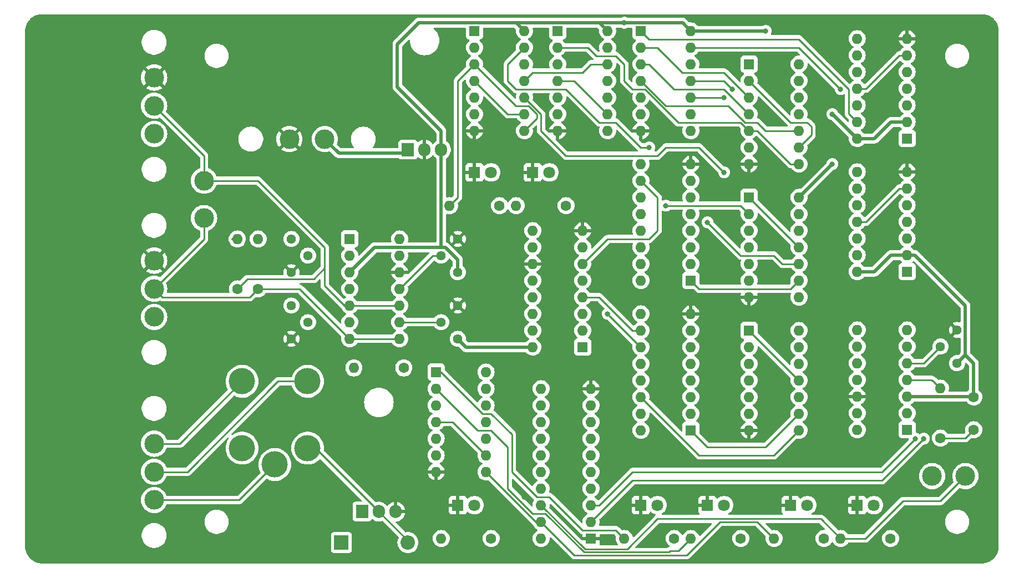
<source format=gbl>
%TF.GenerationSoftware,KiCad,Pcbnew,8.0.2*%
%TF.CreationDate,2024-05-19T17:08:04+01:00*%
%TF.ProjectId,New BSPD,4e657720-4253-4504-942e-6b696361645f,rev?*%
%TF.SameCoordinates,Original*%
%TF.FileFunction,Copper,L2,Bot*%
%TF.FilePolarity,Positive*%
%FSLAX46Y46*%
G04 Gerber Fmt 4.6, Leading zero omitted, Abs format (unit mm)*
G04 Created by KiCad (PCBNEW 8.0.2) date 2024-05-19 17:08:04*
%MOMM*%
%LPD*%
G01*
G04 APERTURE LIST*
%TA.AperFunction,ComponentPad*%
%ADD10R,1.800000X1.800000*%
%TD*%
%TA.AperFunction,ComponentPad*%
%ADD11C,1.800000*%
%TD*%
%TA.AperFunction,ComponentPad*%
%ADD12C,1.600000*%
%TD*%
%TA.AperFunction,ComponentPad*%
%ADD13O,1.600000X1.600000*%
%TD*%
%TA.AperFunction,ComponentPad*%
%ADD14R,1.600000X1.600000*%
%TD*%
%TA.AperFunction,ComponentPad*%
%ADD15C,1.440000*%
%TD*%
%TA.AperFunction,ComponentPad*%
%ADD16C,4.000000*%
%TD*%
%TA.AperFunction,ComponentPad*%
%ADD17C,3.000000*%
%TD*%
%TA.AperFunction,ComponentPad*%
%ADD18R,1.905000X2.000000*%
%TD*%
%TA.AperFunction,ComponentPad*%
%ADD19O,1.905000X2.000000*%
%TD*%
%TA.AperFunction,ComponentPad*%
%ADD20R,2.200000X2.200000*%
%TD*%
%TA.AperFunction,ComponentPad*%
%ADD21O,2.200000X2.200000*%
%TD*%
%TA.AperFunction,ViaPad*%
%ADD22C,0.800000*%
%TD*%
%TA.AperFunction,Conductor*%
%ADD23C,0.500000*%
%TD*%
%TA.AperFunction,Conductor*%
%ADD24C,0.250000*%
%TD*%
G04 APERTURE END LIST*
D10*
%TO.P,D7,1,K*%
%TO.N,GND*%
X179070000Y-97790000D03*
D11*
%TO.P,D7,2,A*%
%TO.N,Net-(D7-A)*%
X181610000Y-97790000D03*
%TD*%
D12*
%TO.P,R10,1*%
%TO.N,Net-(D7-A)*%
X184150000Y-102870000D03*
D13*
%TO.P,R10,2*%
%TO.N,/State Machine/State_B*%
X176530000Y-102870000D03*
%TD*%
D10*
%TO.P,D4,1,K*%
%TO.N,GND*%
X156210000Y-97790000D03*
D11*
%TO.P,D4,2,A*%
%TO.N,Net-(D4-A)*%
X158750000Y-97790000D03*
%TD*%
D14*
%TO.P,U12,1,OE*%
%TO.N,GND*%
X138430000Y-102870000D03*
D13*
%TO.P,U12,2,D0*%
%TO.N,Net-(U12-D0)*%
X138430000Y-100330000D03*
%TO.P,U12,3,D1*%
%TO.N,Net-(U12-D1)*%
X138430000Y-97790000D03*
%TO.P,U12,4,D2*%
%TO.N,unconnected-(U12-D2-Pad4)*%
X138430000Y-95250000D03*
%TO.P,U12,5,D3*%
%TO.N,unconnected-(U12-D3-Pad5)*%
X138430000Y-92710000D03*
%TO.P,U12,6,D4*%
%TO.N,unconnected-(U12-D4-Pad6)*%
X138430000Y-90170000D03*
%TO.P,U12,7,D5*%
%TO.N,unconnected-(U12-D5-Pad7)*%
X138430000Y-87630000D03*
%TO.P,U12,8,D6*%
%TO.N,unconnected-(U12-D6-Pad8)*%
X138430000Y-85090000D03*
%TO.P,U12,9,D7*%
%TO.N,unconnected-(U12-D7-Pad9)*%
X138430000Y-82550000D03*
%TO.P,U12,10,GND*%
%TO.N,GND*%
X138430000Y-80010000D03*
%TO.P,U12,11,Load*%
%TO.N,/CLK*%
X130810000Y-80010000D03*
%TO.P,U12,12,Q7*%
%TO.N,unconnected-(U12-Q7-Pad12)*%
X130810000Y-82550000D03*
%TO.P,U12,13,Q6*%
%TO.N,unconnected-(U12-Q6-Pad13)*%
X130810000Y-85090000D03*
%TO.P,U12,14,Q5*%
%TO.N,unconnected-(U12-Q5-Pad14)*%
X130810000Y-87630000D03*
%TO.P,U12,15,Q4*%
%TO.N,unconnected-(U12-Q4-Pad15)*%
X130810000Y-90170000D03*
%TO.P,U12,16,Q3*%
%TO.N,unconnected-(U12-Q3-Pad16)*%
X130810000Y-92710000D03*
%TO.P,U12,17,Q2*%
%TO.N,unconnected-(U12-Q2-Pad17)*%
X130810000Y-95250000D03*
%TO.P,U12,18,Q1*%
%TO.N,/State Machine/State_B*%
X130810000Y-97790000D03*
%TO.P,U12,19,Q0*%
%TO.N,/SM_Ok*%
X130810000Y-100330000D03*
%TO.P,U12,20,VCC*%
%TO.N,+5V*%
X130810000Y-102870000D03*
%TD*%
D14*
%TO.P,U3,1*%
%TO.N,/SM_Ok*%
X133350000Y-25400000D03*
D13*
%TO.P,U3,2*%
X133350000Y-27940000D03*
%TO.P,U3,3*%
%TO.N,Net-(U3-Pad3)*%
X133350000Y-30480000D03*
%TO.P,U3,4*%
%TO.N,Net-(U3-Pad4)*%
X133350000Y-33020000D03*
%TO.P,U3,5*%
%TO.N,Net-(U3-Pad3)*%
X133350000Y-35560000D03*
%TO.P,U3,6*%
%TO.N,Net-(U3-Pad11)*%
X133350000Y-38100000D03*
%TO.P,U3,7,VSS*%
%TO.N,GND*%
X133350000Y-40640000D03*
%TO.P,U3,8*%
%TO.N,Net-(U3-Pad4)*%
X140970000Y-40640000D03*
%TO.P,U3,9*%
X140970000Y-38100000D03*
%TO.P,U3,10*%
%TO.N,/State Machine/Timers/Reset_Counting*%
X140970000Y-35560000D03*
%TO.P,U3,11*%
%TO.N,Net-(U3-Pad11)*%
X140970000Y-33020000D03*
%TO.P,U3,12*%
%TO.N,Net-(U1-Pad11)*%
X140970000Y-30480000D03*
%TO.P,U3,13*%
X140970000Y-27940000D03*
%TO.P,U3,14,VDD*%
%TO.N,+5V*%
X140970000Y-25400000D03*
%TD*%
D14*
%TO.P,U5,1*%
%TO.N,Net-(U5-Pad1)*%
X162560000Y-50800000D03*
D13*
%TO.P,U5,2*%
%TO.N,/State Machine/State_B*%
X162560000Y-53340000D03*
%TO.P,U5,3*%
%TO.N,Net-(U11-Pad11)*%
X162560000Y-55880000D03*
%TO.P,U5,4*%
%TO.N,Net-(U11-Pad10)*%
X162560000Y-58420000D03*
%TO.P,U5,5*%
%TO.N,/SM_Ok*%
X162560000Y-60960000D03*
%TO.P,U5,6*%
%TO.N,/System_OK*%
X162560000Y-63500000D03*
%TO.P,U5,7,VSS*%
%TO.N,GND*%
X162560000Y-66040000D03*
%TO.P,U5,8*%
%TO.N,/SM_Ok*%
X170180000Y-66040000D03*
%TO.P,U5,9*%
%TO.N,/State Machine/5T*%
X170180000Y-63500000D03*
%TO.P,U5,10*%
%TO.N,Net-(U11-Pad12)*%
X170180000Y-60960000D03*
%TO.P,U5,11*%
%TO.N,Net-(U5-Pad1)*%
X170180000Y-58420000D03*
%TO.P,U5,12*%
%TO.N,/SM_Ok*%
X170180000Y-55880000D03*
%TO.P,U5,13*%
X170180000Y-53340000D03*
%TO.P,U5,14,VDD*%
%TO.N,+5V*%
X170180000Y-50800000D03*
%TD*%
D12*
%TO.P,R11,1*%
%TO.N,Net-(D8-A)*%
X123190000Y-102870000D03*
D13*
%TO.P,R11,2*%
%TO.N,/SD_Sig*%
X115570000Y-102870000D03*
%TD*%
D15*
%TO.P,RV2,1,1*%
%TO.N,+5V*%
X92700000Y-57155000D03*
%TO.P,RV2,2,2*%
%TO.N,Net-(U9A--)*%
X95240000Y-59695000D03*
%TO.P,RV2,3,3*%
%TO.N,GND*%
X92700000Y-62235000D03*
%TD*%
%TO.P,RV3,1,1*%
%TO.N,+5V*%
X118100000Y-72395000D03*
%TO.P,RV3,2,2*%
%TO.N,Net-(U9D-+)*%
X115560000Y-69855000D03*
%TO.P,RV3,3,3*%
%TO.N,GND*%
X118100000Y-67315000D03*
%TD*%
D12*
%TO.P,C1,1*%
%TO.N,+5V*%
X196850000Y-81280000D03*
%TO.P,C1,2*%
%TO.N,Net-(C1-Pad2)*%
X196850000Y-86280000D03*
%TD*%
D14*
%TO.P,U11,1*%
%TO.N,Net-(U11-Pad1)*%
X146050000Y-25400000D03*
D13*
%TO.P,U11,2*%
%TO.N,Net-(U11-Pad2)*%
X146050000Y-27940000D03*
%TO.P,U11,3*%
%TO.N,Net-(U11-Pad3)*%
X146050000Y-30480000D03*
%TO.P,U11,4*%
%TO.N,Net-(U11-Pad4)*%
X146050000Y-33020000D03*
%TO.P,U11,5*%
%TO.N,+5V*%
X146050000Y-35560000D03*
%TO.P,U11,6*%
%TO.N,N/C*%
X146050000Y-38100000D03*
%TO.P,U11,7,VSS*%
%TO.N,GND*%
X146050000Y-40640000D03*
%TO.P,U11,8*%
%TO.N,N/C*%
X153670000Y-40640000D03*
%TO.P,U11,9*%
%TO.N,+5V*%
X153670000Y-38100000D03*
%TO.P,U11,10*%
%TO.N,Net-(U11-Pad10)*%
X153670000Y-35560000D03*
%TO.P,U11,11*%
%TO.N,Net-(U11-Pad11)*%
X153670000Y-33020000D03*
%TO.P,U11,12*%
%TO.N,Net-(U11-Pad12)*%
X153670000Y-30480000D03*
%TO.P,U11,13*%
%TO.N,Net-(U11-Pad13)*%
X153670000Y-27940000D03*
%TO.P,U11,14,VDD*%
%TO.N,+5V*%
X153670000Y-25400000D03*
%TD*%
D14*
%TO.P,U2,1*%
%TO.N,/BPS_Plugged*%
X114790000Y-77470000D03*
D13*
%TO.P,U2,2*%
%TO.N,/TPS_Plugged*%
X114790000Y-80010000D03*
%TO.P,U2,3*%
%TO.N,Net-(U2-Pad3)*%
X114790000Y-82550000D03*
%TO.P,U2,4*%
%TO.N,Net-(U2-Pad4)*%
X114790000Y-85090000D03*
%TO.P,U2,5*%
%TO.N,Net-(U2-Pad3)*%
X114790000Y-87630000D03*
%TO.P,U2,6*%
X114790000Y-90170000D03*
%TO.P,U2,7,VSS*%
%TO.N,GND*%
X114790000Y-92710000D03*
%TO.P,U2,8*%
%TO.N,/SM_Ok*%
X122410000Y-92710000D03*
%TO.P,U2,9*%
%TO.N,Net-(U2-Pad4)*%
X122410000Y-90170000D03*
%TO.P,U2,10*%
%TO.N,Net-(U2-Pad10)*%
X122410000Y-87630000D03*
%TO.P,U2,11*%
%TO.N,/SD_Sig*%
X122410000Y-85090000D03*
%TO.P,U2,12*%
%TO.N,Net-(U2-Pad10)*%
X122410000Y-82550000D03*
%TO.P,U2,13*%
X122410000Y-80010000D03*
%TO.P,U2,14,VDD*%
%TO.N,+5V*%
X122410000Y-77470000D03*
%TD*%
D15*
%TO.P,RV1,1,1*%
%TO.N,+5V*%
X118100000Y-62235000D03*
%TO.P,RV1,2,2*%
%TO.N,Net-(U9C-+)*%
X115560000Y-59695000D03*
%TO.P,RV1,3,3*%
%TO.N,GND*%
X118100000Y-57155000D03*
%TD*%
D14*
%TO.P,U6,1*%
%TO.N,/State Machine/10T*%
X162560000Y-71120000D03*
D13*
%TO.P,U6,2*%
%TO.N,/System_OK*%
X162560000Y-73660000D03*
%TO.P,U6,3*%
%TO.N,Net-(U6-Pad3)*%
X162560000Y-76200000D03*
%TO.P,U6,4*%
%TO.N,Net-(U4-Pad1)*%
X162560000Y-78740000D03*
%TO.P,U6,5*%
%TO.N,Net-(U6-Pad3)*%
X162560000Y-81280000D03*
%TO.P,U6,6*%
X162560000Y-83820000D03*
%TO.P,U6,7,VSS*%
%TO.N,GND*%
X162560000Y-86360000D03*
%TO.P,U6,8*%
%TO.N,Net-(U15-Q9)*%
X170180000Y-86360000D03*
%TO.P,U6,9*%
%TO.N,Net-(U15-Q11)*%
X170180000Y-83820000D03*
%TO.P,U6,10*%
%TO.N,Net-(U6-Pad10)*%
X170180000Y-81280000D03*
%TO.P,U6,11*%
%TO.N,/State Machine/10T*%
X170180000Y-78740000D03*
%TO.P,U6,12*%
%TO.N,Net-(U6-Pad10)*%
X170180000Y-76200000D03*
%TO.P,U6,13*%
X170180000Y-73660000D03*
%TO.P,U6,14,VDD*%
%TO.N,+5V*%
X170180000Y-71120000D03*
%TD*%
D14*
%TO.P,U14,1,Q11*%
%TO.N,/State Machine/5T*%
X153670000Y-63500000D03*
D13*
%TO.P,U14,2,Q5*%
%TO.N,unconnected-(U14-Q5-Pad2)*%
X153670000Y-60960000D03*
%TO.P,U14,3,Q4*%
%TO.N,unconnected-(U14-Q4-Pad3)*%
X153670000Y-58420000D03*
%TO.P,U14,4,Q6*%
%TO.N,unconnected-(U14-Q6-Pad4)*%
X153670000Y-55880000D03*
%TO.P,U14,5,Q3*%
%TO.N,unconnected-(U14-Q3-Pad5)*%
X153670000Y-53340000D03*
%TO.P,U14,6,Q2*%
%TO.N,unconnected-(U14-Q2-Pad6)*%
X153670000Y-50800000D03*
%TO.P,U14,7,Q1*%
%TO.N,unconnected-(U14-Q1-Pad7)*%
X153670000Y-48260000D03*
%TO.P,U14,8,VSS*%
%TO.N,GND*%
X153670000Y-45720000D03*
%TO.P,U14,9,Q0*%
%TO.N,unconnected-(U14-Q0-Pad9)*%
X146050000Y-45720000D03*
%TO.P,U14,10,CLK*%
%TO.N,/State Machine/Timers/4096CLK*%
X146050000Y-48260000D03*
%TO.P,U14,11,Reset*%
%TO.N,/State Machine/State_B*%
X146050000Y-50800000D03*
%TO.P,U14,12,Q8*%
%TO.N,unconnected-(U14-Q8-Pad12)*%
X146050000Y-53340000D03*
%TO.P,U14,13,Q7*%
%TO.N,unconnected-(U14-Q7-Pad13)*%
X146050000Y-55880000D03*
%TO.P,U14,14,Q9*%
%TO.N,unconnected-(U14-Q9-Pad14)*%
X146050000Y-58420000D03*
%TO.P,U14,15,Q10*%
%TO.N,unconnected-(U14-Q10-Pad15)*%
X146050000Y-60960000D03*
%TO.P,U14,16,VDD*%
%TO.N,+5V*%
X146050000Y-63500000D03*
%TD*%
D14*
%TO.P,U13,1,Q11*%
%TO.N,unconnected-(U13-Q11-Pad1)*%
X137160000Y-73660000D03*
D13*
%TO.P,U13,2,Q5*%
%TO.N,unconnected-(U13-Q5-Pad2)*%
X137160000Y-71120000D03*
%TO.P,U13,3,Q4*%
%TO.N,unconnected-(U13-Q4-Pad3)*%
X137160000Y-68580000D03*
%TO.P,U13,4,Q6*%
%TO.N,/State Machine/Timers/256CLK*%
X137160000Y-66040000D03*
%TO.P,U13,5,Q3*%
%TO.N,unconnected-(U13-Q3-Pad5)*%
X137160000Y-63500000D03*
%TO.P,U13,6,Q2*%
%TO.N,/State Machine/Timers/4096CLK*%
X137160000Y-60960000D03*
%TO.P,U13,7,Q1*%
%TO.N,unconnected-(U13-Q1-Pad7)*%
X137160000Y-58420000D03*
%TO.P,U13,8,VSS*%
%TO.N,GND*%
X137160000Y-55880000D03*
%TO.P,U13,9,Q0*%
%TO.N,unconnected-(U13-Q0-Pad9)*%
X129540000Y-55880000D03*
%TO.P,U13,10,CLK*%
%TO.N,/CLK*%
X129540000Y-58420000D03*
%TO.P,U13,11,Reset*%
%TO.N,GND*%
X129540000Y-60960000D03*
%TO.P,U13,12,Q8*%
%TO.N,unconnected-(U13-Q8-Pad12)*%
X129540000Y-63500000D03*
%TO.P,U13,13,Q7*%
%TO.N,unconnected-(U13-Q7-Pad13)*%
X129540000Y-66040000D03*
%TO.P,U13,14,Q9*%
%TO.N,unconnected-(U13-Q9-Pad14)*%
X129540000Y-68580000D03*
%TO.P,U13,15,Q10*%
%TO.N,unconnected-(U13-Q10-Pad15)*%
X129540000Y-71120000D03*
%TO.P,U13,16,VDD*%
%TO.N,+5V*%
X129540000Y-73660000D03*
%TD*%
D16*
%TO.P,K1,1*%
%TO.N,Net-(D1-A)*%
X95170000Y-89090000D03*
%TO.P,K1,2*%
%TO.N,+12V*%
X85170000Y-89090000D03*
%TO.P,K1,3*%
%TO.N,/ShutdownNC*%
X95170000Y-78890000D03*
%TO.P,K1,4*%
%TO.N,/ShutdownC*%
X90170000Y-91590000D03*
%TO.P,K1,5*%
%TO.N,/ShutdownNO*%
X85170000Y-78890000D03*
%TD*%
D12*
%TO.P,R3,1*%
%TO.N,/SD_Sig*%
X109855000Y-76835000D03*
D13*
%TO.P,R3,2*%
%TO.N,Net-(Q1-G)*%
X102235000Y-76835000D03*
%TD*%
D14*
%TO.P,U15,1,Q11*%
%TO.N,Net-(U15-Q11)*%
X153670000Y-86360000D03*
D13*
%TO.P,U15,2,Q5*%
%TO.N,unconnected-(U15-Q5-Pad2)*%
X153670000Y-83820000D03*
%TO.P,U15,3,Q4*%
%TO.N,unconnected-(U15-Q4-Pad3)*%
X153670000Y-81280000D03*
%TO.P,U15,4,Q6*%
%TO.N,unconnected-(U15-Q6-Pad4)*%
X153670000Y-78740000D03*
%TO.P,U15,5,Q3*%
%TO.N,unconnected-(U15-Q3-Pad5)*%
X153670000Y-76200000D03*
%TO.P,U15,6,Q2*%
%TO.N,unconnected-(U15-Q2-Pad6)*%
X153670000Y-73660000D03*
%TO.P,U15,7,Q1*%
%TO.N,unconnected-(U15-Q1-Pad7)*%
X153670000Y-71120000D03*
%TO.P,U15,8,VSS*%
%TO.N,GND*%
X153670000Y-68580000D03*
%TO.P,U15,9,Q0*%
%TO.N,unconnected-(U15-Q0-Pad9)*%
X146050000Y-68580000D03*
%TO.P,U15,10,CLK*%
%TO.N,/State Machine/Timers/256CLK*%
X146050000Y-71120000D03*
%TO.P,U15,11,Reset*%
%TO.N,/State Machine/Timers/Reset_Counting*%
X146050000Y-73660000D03*
%TO.P,U15,12,Q8*%
%TO.N,unconnected-(U15-Q8-Pad12)*%
X146050000Y-76200000D03*
%TO.P,U15,13,Q7*%
%TO.N,unconnected-(U15-Q7-Pad13)*%
X146050000Y-78740000D03*
%TO.P,U15,14,Q9*%
%TO.N,Net-(U15-Q9)*%
X146050000Y-81280000D03*
%TO.P,U15,15,Q10*%
%TO.N,unconnected-(U15-Q10-Pad15)*%
X146050000Y-83820000D03*
%TO.P,U15,16,VDD*%
%TO.N,+5V*%
X146050000Y-86360000D03*
%TD*%
D12*
%TO.P,R8,1*%
%TO.N,Net-(C1-Pad2)*%
X191770000Y-87550000D03*
D13*
%TO.P,R8,2*%
%TO.N,Net-(U10A--)*%
X191770000Y-79930000D03*
%TD*%
D15*
%TO.P,RV4,1,1*%
%TO.N,+5V*%
X92700000Y-67315000D03*
%TO.P,RV4,2,2*%
%TO.N,Net-(U9B--)*%
X95240000Y-69855000D03*
%TO.P,RV4,3,3*%
%TO.N,GND*%
X92700000Y-72395000D03*
%TD*%
D17*
%TO.P,TP4,1,1*%
%TO.N,/State Machine/State_B*%
X195580000Y-93345000D03*
%TD*%
D10*
%TO.P,D2,1,K*%
%TO.N,GND*%
X146050000Y-97790000D03*
D11*
%TO.P,D2,2,A*%
%TO.N,Net-(D2-A)*%
X148590000Y-97790000D03*
%TD*%
D17*
%TO.P,J3,1,Pin_1*%
%TO.N,/ShutdownNO*%
X71750000Y-88410000D03*
%TO.P,J3,2,Pin_2*%
%TO.N,/ShutdownNC*%
X71750000Y-92710000D03*
%TO.P,J3,3,Pin_3*%
%TO.N,/ShutdownC*%
X71750000Y-97010000D03*
%TD*%
D12*
%TO.P,R7,1*%
%TO.N,Net-(D5-A)*%
X134620000Y-52070000D03*
D13*
%TO.P,R7,2*%
%TO.N,/TPS_Trig*%
X127000000Y-52070000D03*
%TD*%
D12*
%TO.P,R9,1*%
%TO.N,Net-(D6-A)*%
X173990000Y-102870000D03*
D13*
%TO.P,R9,2*%
%TO.N,/SM_Ok*%
X166370000Y-102870000D03*
%TD*%
D18*
%TO.P,Q1,1,G*%
%TO.N,Net-(Q1-G)*%
X103505000Y-98765000D03*
D19*
%TO.P,Q1,2,D*%
%TO.N,Net-(D1-A)*%
X106045000Y-98765000D03*
%TO.P,Q1,3,S*%
%TO.N,GND*%
X108585000Y-98765000D03*
%TD*%
D14*
%TO.P,U8,1*%
%TO.N,/RST*%
X186680000Y-62145000D03*
D13*
%TO.P,U8,2*%
%TO.N,+5V*%
X186680000Y-59605000D03*
%TO.P,U8,3*%
%TO.N,Net-(U8-Pad3)*%
X186680000Y-57065000D03*
%TO.P,U8,4*%
%TO.N,Net-(U12-D1)*%
X186680000Y-54525000D03*
%TO.P,U8,5*%
%TO.N,Net-(U8-Pad3)*%
X186680000Y-51985000D03*
%TO.P,U8,6*%
%TO.N,Net-(U8-Pad11)*%
X186680000Y-49445000D03*
%TO.P,U8,7,VSS*%
%TO.N,GND*%
X186680000Y-46905000D03*
%TO.P,U8,8*%
%TO.N,/RST*%
X179060000Y-46905000D03*
%TO.P,U8,9*%
X179060000Y-49445000D03*
%TO.P,U8,10*%
%TO.N,Net-(U8-Pad10)*%
X179060000Y-51985000D03*
%TO.P,U8,11*%
%TO.N,Net-(U8-Pad11)*%
X179060000Y-54525000D03*
%TO.P,U8,12*%
%TO.N,Net-(U8-Pad10)*%
X179060000Y-57065000D03*
%TO.P,U8,13*%
%TO.N,Net-(U11-Pad13)*%
X179060000Y-59605000D03*
%TO.P,U8,14,VDD*%
%TO.N,+5V*%
X179060000Y-62145000D03*
%TD*%
D17*
%TO.P,J2,1,Pin_1*%
%TO.N,GND*%
X71750000Y-60470000D03*
%TO.P,J2,2,Pin_2*%
%TO.N,/TPS_Sig*%
X71750000Y-64770000D03*
%TO.P,J2,3,Pin_3*%
%TO.N,/TPS_Power*%
X71750000Y-69070000D03*
%TD*%
D10*
%TO.P,D8,1,K*%
%TO.N,GND*%
X118110000Y-97790000D03*
D11*
%TO.P,D8,2,A*%
%TO.N,Net-(D8-A)*%
X120650000Y-97790000D03*
%TD*%
D14*
%TO.P,U9,1*%
%TO.N,Net-(JP4-C)*%
X101600000Y-57150000D03*
D13*
%TO.P,U9,2*%
%TO.N,Net-(JP3-C)*%
X101600000Y-59690000D03*
%TO.P,U9,3,V+*%
%TO.N,+5V*%
X101600000Y-62230000D03*
%TO.P,U9,4,-*%
%TO.N,Net-(U9A--)*%
X101600000Y-64770000D03*
%TO.P,U9,5,+*%
%TO.N,/BPS_Sig*%
X101600000Y-67310000D03*
%TO.P,U9,6,-*%
%TO.N,Net-(U9B--)*%
X101600000Y-69850000D03*
%TO.P,U9,7,+*%
%TO.N,/TPS_Sig*%
X101600000Y-72390000D03*
%TO.P,U9,8,-*%
X109220000Y-72390000D03*
%TO.P,U9,9,+*%
%TO.N,Net-(U9D-+)*%
X109220000Y-69850000D03*
%TO.P,U9,10,-*%
%TO.N,/BPS_Sig*%
X109220000Y-67310000D03*
%TO.P,U9,11,+*%
%TO.N,Net-(U9C-+)*%
X109220000Y-64770000D03*
%TO.P,U9,12,V-*%
%TO.N,GND*%
X109220000Y-62230000D03*
%TO.P,U9,13*%
%TO.N,/BPS_Plugged*%
X109220000Y-59690000D03*
%TO.P,U9,14*%
%TO.N,/TPS_Plugged*%
X109220000Y-57150000D03*
%TD*%
D10*
%TO.P,D6,1,K*%
%TO.N,GND*%
X168910000Y-97790000D03*
D11*
%TO.P,D6,2,A*%
%TO.N,Net-(D6-A)*%
X171450000Y-97790000D03*
%TD*%
D14*
%TO.P,U1,1*%
%TO.N,Net-(JP3-A)*%
X120650000Y-25400000D03*
D13*
%TO.P,U1,2*%
X120650000Y-27940000D03*
%TO.P,U1,3*%
%TO.N,/BPS_Trig*%
X120650000Y-30480000D03*
%TO.P,U1,4*%
%TO.N,/TPS_Trig*%
X120650000Y-33020000D03*
%TO.P,U1,5*%
%TO.N,Net-(JP4-A)*%
X120650000Y-35560000D03*
%TO.P,U1,6*%
X120650000Y-38100000D03*
%TO.P,U1,7,VSS*%
%TO.N,GND*%
X120650000Y-40640000D03*
%TO.P,U1,8*%
%TO.N,/BPS_Trig*%
X128270000Y-40640000D03*
%TO.P,U1,9*%
%TO.N,/TPS_Trig*%
X128270000Y-38100000D03*
%TO.P,U1,10*%
%TO.N,/System_OK*%
X128270000Y-35560000D03*
%TO.P,U1,11*%
%TO.N,Net-(U1-Pad11)*%
X128270000Y-33020000D03*
%TO.P,U1,12*%
%TO.N,/System_OK*%
X128270000Y-30480000D03*
%TO.P,U1,13*%
%TO.N,/State Machine/State_B*%
X128270000Y-27940000D03*
%TO.P,U1,14,VDD*%
%TO.N,+5V*%
X128270000Y-25400000D03*
%TD*%
D10*
%TO.P,D3,1,K*%
%TO.N,GND*%
X120650000Y-46990000D03*
D11*
%TO.P,D3,2,A*%
%TO.N,Net-(D3-A)*%
X123190000Y-46990000D03*
%TD*%
D18*
%TO.P,U16,1,IN*%
%TO.N,+12V*%
X110490000Y-43520000D03*
D19*
%TO.P,U16,2,GND*%
%TO.N,GND*%
X113030000Y-43520000D03*
%TO.P,U16,3,OUT*%
%TO.N,+5V*%
X115570000Y-43520000D03*
%TD*%
D17*
%TO.P,J1,1,Pin_1*%
%TO.N,GND*%
X71750000Y-32530000D03*
%TO.P,J1,2,Pin_2*%
%TO.N,/BPS_Sig*%
X71750000Y-36830000D03*
%TO.P,J1,3,Pin_3*%
%TO.N,/BPS_Power*%
X71750000Y-41130000D03*
%TD*%
%TO.P,TP3,1,1*%
%TO.N,/SM_Ok*%
X190500000Y-93345000D03*
%TD*%
%TO.P,TP2,1,1*%
%TO.N,/TPS_Sig*%
X79375000Y-53975000D03*
%TD*%
D10*
%TO.P,D5,1,K*%
%TO.N,GND*%
X129540000Y-46990000D03*
D11*
%TO.P,D5,2,A*%
%TO.N,Net-(D5-A)*%
X132080000Y-46990000D03*
%TD*%
D12*
%TO.P,R6,1*%
%TO.N,Net-(D4-A)*%
X161290000Y-102870000D03*
D13*
%TO.P,R6,2*%
%TO.N,/TPS_Plugged*%
X153670000Y-102870000D03*
%TD*%
D12*
%TO.P,R5,1*%
%TO.N,Net-(D3-A)*%
X124460000Y-52070000D03*
D13*
%TO.P,R5,2*%
%TO.N,/BPS_Trig*%
X116840000Y-52070000D03*
%TD*%
D14*
%TO.P,U10,1*%
%TO.N,N/C*%
X186690000Y-86280000D03*
D13*
%TO.P,U10,2*%
%TO.N,/RST*%
X186690000Y-83740000D03*
%TO.P,U10,3,V+*%
%TO.N,+5V*%
X186690000Y-81200000D03*
%TO.P,U10,4,-*%
%TO.N,Net-(U10A--)*%
X186690000Y-78660000D03*
%TO.P,U10,5,+*%
%TO.N,Net-(U10A-+)*%
X186690000Y-76120000D03*
%TO.P,U10,6*%
%TO.N,N/C*%
X186690000Y-73580000D03*
%TO.P,U10,7*%
X186690000Y-71040000D03*
%TO.P,U10,8*%
X179070000Y-71040000D03*
%TO.P,U10,9*%
X179070000Y-73580000D03*
%TO.P,U10,10*%
X179070000Y-76120000D03*
%TO.P,U10,11*%
X179070000Y-78660000D03*
%TO.P,U10,12,V-*%
%TO.N,GND*%
X179070000Y-81200000D03*
%TO.P,U10,13*%
%TO.N,N/C*%
X179070000Y-83740000D03*
%TO.P,U10,14*%
X179070000Y-86280000D03*
%TD*%
D14*
%TO.P,U7,1*%
%TO.N,/RST*%
X186680000Y-41825000D03*
D13*
%TO.P,U7,2*%
%TO.N,+5V*%
X186680000Y-39285000D03*
%TO.P,U7,3*%
%TO.N,Net-(U7-Pad3)*%
X186680000Y-36745000D03*
%TO.P,U7,4*%
%TO.N,Net-(U12-D0)*%
X186680000Y-34205000D03*
%TO.P,U7,5*%
%TO.N,Net-(U7-Pad3)*%
X186680000Y-31665000D03*
%TO.P,U7,6*%
%TO.N,Net-(U7-Pad11)*%
X186680000Y-29125000D03*
%TO.P,U7,7,VSS*%
%TO.N,GND*%
X186680000Y-26585000D03*
%TO.P,U7,8*%
%TO.N,/RST*%
X179060000Y-26585000D03*
%TO.P,U7,9*%
X179060000Y-29125000D03*
%TO.P,U7,10*%
%TO.N,Net-(U7-Pad10)*%
X179060000Y-31665000D03*
%TO.P,U7,11*%
%TO.N,Net-(U7-Pad11)*%
X179060000Y-34205000D03*
%TO.P,U7,12*%
%TO.N,Net-(U7-Pad10)*%
X179060000Y-36745000D03*
%TO.P,U7,13*%
%TO.N,Net-(U11-Pad1)*%
X179060000Y-39285000D03*
%TO.P,U7,14,VDD*%
%TO.N,+5V*%
X179060000Y-41825000D03*
%TD*%
D20*
%TO.P,D1,1,K*%
%TO.N,+12V*%
X100330000Y-103505000D03*
D21*
%TO.P,D1,2,A*%
%TO.N,Net-(D1-A)*%
X110490000Y-103505000D03*
%TD*%
D12*
%TO.P,R1,1*%
%TO.N,/BPS_Sig*%
X84455000Y-64770000D03*
D13*
%TO.P,R1,2*%
%TO.N,+5V*%
X84455000Y-57150000D03*
%TD*%
D17*
%TO.P,TP1,1,1*%
%TO.N,/BPS_Sig*%
X79375000Y-48260000D03*
%TD*%
D14*
%TO.P,U4,1*%
%TO.N,Net-(U4-Pad1)*%
X162560000Y-30475000D03*
D13*
%TO.P,U4,2*%
%TO.N,/State Machine/State_B*%
X162560000Y-33015000D03*
%TO.P,U4,3*%
%TO.N,Net-(U11-Pad2)*%
X162560000Y-35555000D03*
%TO.P,U4,4*%
%TO.N,Net-(U11-Pad3)*%
X162560000Y-38095000D03*
%TO.P,U4,5*%
%TO.N,/SM_Ok*%
X162560000Y-40635000D03*
%TO.P,U4,6*%
%TO.N,Net-(U4-Pad11)*%
X162560000Y-43175000D03*
%TO.P,U4,7,VSS*%
%TO.N,GND*%
X162560000Y-45715000D03*
%TO.P,U4,8*%
%TO.N,/SM_Ok*%
X170180000Y-45715000D03*
%TO.P,U4,9*%
%TO.N,/State Machine/State_B*%
X170180000Y-43175000D03*
%TO.P,U4,10*%
%TO.N,Net-(U11-Pad4)*%
X170180000Y-40635000D03*
%TO.P,U4,11*%
%TO.N,Net-(U4-Pad11)*%
X170180000Y-38095000D03*
%TO.P,U4,12*%
%TO.N,/State Machine/5T*%
X170180000Y-35555000D03*
%TO.P,U4,13*%
X170180000Y-33015000D03*
%TO.P,U4,14,VDD*%
%TO.N,+5V*%
X170180000Y-30475000D03*
%TD*%
D17*
%TO.P,J4,1,Pin_1*%
%TO.N,+12V*%
X97790000Y-41910000D03*
%TO.P,J4,2,Pin_2*%
%TO.N,GND*%
X92390000Y-41910000D03*
%TD*%
D15*
%TO.P,RV5,1,1*%
%TO.N,+5V*%
X194310000Y-76120000D03*
%TO.P,RV5,2,2*%
%TO.N,Net-(U10A-+)*%
X191770000Y-73580000D03*
%TO.P,RV5,3,3*%
%TO.N,GND*%
X194310000Y-71040000D03*
%TD*%
D12*
%TO.P,R4,1*%
%TO.N,Net-(D2-A)*%
X151130000Y-102870000D03*
D13*
%TO.P,R4,2*%
%TO.N,/BPS_Plugged*%
X143510000Y-102870000D03*
%TD*%
D12*
%TO.P,R2,1*%
%TO.N,/TPS_Sig*%
X87630000Y-64770000D03*
D13*
%TO.P,R2,2*%
%TO.N,+5V*%
X87630000Y-57150000D03*
%TD*%
D22*
%TO.N,+5V*%
X175260000Y-45720000D03*
X175260000Y-38100000D03*
X143510000Y-24150000D03*
X165100000Y-25400000D03*
%TO.N,GND*%
X158750000Y-41275000D03*
X156210000Y-57150000D03*
X184150000Y-33655000D03*
X105410000Y-53340000D03*
X116840000Y-87630000D03*
X124460000Y-27305000D03*
X177800000Y-91440000D03*
X77470000Y-69215000D03*
X148590000Y-102870000D03*
X181610000Y-57150000D03*
X185420000Y-66040000D03*
X165100000Y-57150000D03*
X166370000Y-32385000D03*
X151130000Y-57150000D03*
X159385000Y-67945000D03*
X164465000Y-62865000D03*
X116840000Y-27940000D03*
X167005000Y-52705000D03*
X128270000Y-96520000D03*
X144780000Y-29210000D03*
X137795000Y-29210000D03*
X137160000Y-26670000D03*
X130810000Y-27940000D03*
X105410000Y-69850000D03*
X97790000Y-66040000D03*
X165100000Y-38100000D03*
%TO.N,/System_OK*%
X158750000Y-46990000D03*
%TO.N,/State Machine/State_B*%
X149860000Y-52070000D03*
X147320000Y-43180000D03*
%TO.N,/State Machine/Timers/Reset_Counting*%
X140970000Y-68580000D03*
%TO.N,Net-(U11-Pad10)*%
X158750000Y-35560000D03*
%TO.N,Net-(U11-Pad11)*%
X160020000Y-34290000D03*
%TO.N,Net-(U11-Pad12)*%
X156210000Y-54610000D03*
%TO.N,Net-(U12-D0)*%
X189230000Y-87630000D03*
%TO.N,Net-(U12-D1)*%
X187960000Y-87630000D03*
%TO.N,Net-(U11-Pad13)*%
X176530000Y-34290000D03*
%TD*%
D23*
%TO.N,+5V*%
X139720000Y-24150000D02*
X139700000Y-24150000D01*
X116205000Y-58420000D02*
X115570000Y-58420000D01*
X115570000Y-43520000D02*
X115570000Y-58420000D01*
X118100000Y-62235000D02*
X118100000Y-60315000D01*
X143510000Y-24150000D02*
X152420000Y-24150000D01*
X128270000Y-25400000D02*
X127020000Y-24150000D01*
X184235000Y-59605000D02*
X186680000Y-59605000D01*
X112149009Y-24150000D02*
X127000000Y-24150000D01*
X186680000Y-59605000D02*
X187875000Y-59605000D01*
X127020000Y-24150000D02*
X127000000Y-24150000D01*
X83825000Y-57155000D02*
X83820000Y-57150000D01*
X152420000Y-24150000D02*
X153670000Y-25400000D01*
X181695000Y-41825000D02*
X184235000Y-39285000D01*
X195580000Y-74850000D02*
X194310000Y-76120000D01*
X115570000Y-40640000D02*
X108880000Y-33950000D01*
X118100000Y-60315000D02*
X116205000Y-58420000D01*
X119365000Y-73660000D02*
X118100000Y-72395000D01*
X186690000Y-81200000D02*
X196770000Y-81200000D01*
X139700000Y-24150000D02*
X127000000Y-24150000D01*
X105410000Y-58420000D02*
X101600000Y-62230000D01*
X140970000Y-25400000D02*
X139720000Y-24150000D01*
X196770000Y-81200000D02*
X196850000Y-81280000D01*
X187875000Y-59605000D02*
X195580000Y-67310000D01*
X196850000Y-76120000D02*
X196850000Y-81280000D01*
X170180000Y-50800000D02*
X175260000Y-45720000D01*
X195580000Y-67310000D02*
X195580000Y-74850000D01*
X179060000Y-41825000D02*
X181695000Y-41825000D01*
X153670000Y-25400000D02*
X165100000Y-25400000D01*
X175335000Y-38100000D02*
X175260000Y-38100000D01*
X108880000Y-33950000D02*
X108880000Y-27419009D01*
X179060000Y-62145000D02*
X181695000Y-62145000D01*
X129540000Y-73660000D02*
X119365000Y-73660000D01*
X195580000Y-74850000D02*
X196850000Y-76120000D01*
X115570000Y-43520000D02*
X115570000Y-40640000D01*
X179060000Y-41825000D02*
X175335000Y-38100000D01*
X115570000Y-58420000D02*
X105410000Y-58420000D01*
X143510000Y-24150000D02*
X139700000Y-24150000D01*
X184235000Y-39285000D02*
X186680000Y-39285000D01*
X181695000Y-62145000D02*
X184235000Y-59605000D01*
X108880000Y-27419009D02*
X112149009Y-24150000D01*
D24*
%TO.N,Net-(C1-Pad2)*%
X195580000Y-87550000D02*
X196850000Y-86280000D01*
X191770000Y-87550000D02*
X195580000Y-87550000D01*
D23*
%TO.N,+12V*%
X97790000Y-41910000D02*
X99940000Y-44060000D01*
X99940000Y-44060000D02*
X109950000Y-44060000D01*
X109950000Y-44060000D02*
X110490000Y-43520000D01*
D24*
%TO.N,Net-(D1-A)*%
X106045000Y-98765000D02*
X110490000Y-103210000D01*
X96370000Y-89090000D02*
X106045000Y-98765000D01*
X110490000Y-103210000D02*
X110490000Y-103505000D01*
X95170000Y-89090000D02*
X96370000Y-89090000D01*
%TO.N,/BPS_Sig*%
X97790000Y-61595000D02*
X97790000Y-64300000D01*
X101600000Y-67310000D02*
X109220000Y-67310000D01*
X96105000Y-63280000D02*
X97790000Y-61595000D01*
X84455000Y-64770000D02*
X85945000Y-63280000D01*
X79375000Y-48260000D02*
X79375000Y-44455000D01*
X85945000Y-63280000D02*
X96105000Y-63280000D01*
X97790000Y-58420000D02*
X97790000Y-61595000D01*
X97790000Y-64300000D02*
X100800000Y-67310000D01*
X79375000Y-44455000D02*
X71750000Y-36830000D01*
X79375000Y-48260000D02*
X87630000Y-48260000D01*
X100800000Y-67310000D02*
X101600000Y-67310000D01*
X87630000Y-48260000D02*
X97790000Y-58420000D01*
%TO.N,/TPS_Sig*%
X73020000Y-66040000D02*
X71750000Y-64770000D01*
X109220000Y-72390000D02*
X101600000Y-72390000D01*
X79375000Y-53975000D02*
X79375000Y-57145000D01*
X93980000Y-64770000D02*
X101600000Y-72390000D01*
X87630000Y-64770000D02*
X86360000Y-66040000D01*
X79375000Y-57145000D02*
X71750000Y-64770000D01*
X87630000Y-64770000D02*
X93980000Y-64770000D01*
X83185000Y-66040000D02*
X73020000Y-66040000D01*
X86360000Y-66040000D02*
X83185000Y-66040000D01*
%TO.N,/ShutdownNO*%
X71750000Y-88410000D02*
X75650000Y-88410000D01*
X75650000Y-88410000D02*
X85170000Y-78890000D01*
%TO.N,/ShutdownNC*%
X76835000Y-92710000D02*
X90655000Y-78890000D01*
X90655000Y-78890000D02*
X95170000Y-78890000D01*
X71750000Y-92710000D02*
X76835000Y-92710000D01*
%TO.N,/ShutdownC*%
X84750000Y-97010000D02*
X90170000Y-91590000D01*
X71750000Y-97010000D02*
X84750000Y-97010000D01*
%TO.N,/BPS_Trig*%
X127000000Y-36830000D02*
X128903604Y-36830000D01*
X120650000Y-30480000D02*
X127000000Y-36830000D01*
X130175000Y-38101396D02*
X130175000Y-38735000D01*
X120650000Y-30480000D02*
X118110000Y-33020000D01*
X118110000Y-50800000D02*
X116840000Y-52070000D01*
X130175000Y-38735000D02*
X128270000Y-40640000D01*
X128903604Y-36830000D02*
X130175000Y-38101396D01*
X118110000Y-33020000D02*
X118110000Y-50800000D01*
%TO.N,/TPS_Trig*%
X128270000Y-38100000D02*
X125730000Y-38100000D01*
X125730000Y-38100000D02*
X120650000Y-33020000D01*
%TO.N,/BPS_Plugged*%
X121920000Y-83820000D02*
X123190000Y-83820000D01*
X142240000Y-101600000D02*
X143510000Y-102870000D01*
X126365000Y-86995000D02*
X126365000Y-92710000D01*
X130175000Y-96520000D02*
X132080000Y-96520000D01*
X137160000Y-101600000D02*
X142240000Y-101600000D01*
X115570000Y-77470000D02*
X121920000Y-83820000D01*
X132080000Y-96520000D02*
X137160000Y-101600000D01*
X114790000Y-77470000D02*
X115570000Y-77470000D01*
X123190000Y-83820000D02*
X126365000Y-86995000D01*
X126365000Y-92710000D02*
X130175000Y-96520000D01*
%TO.N,/TPS_Plugged*%
X123190000Y-86360000D02*
X121140000Y-86360000D01*
X125730000Y-88900000D02*
X123190000Y-86360000D01*
X137343604Y-104960000D02*
X131443604Y-99060000D01*
X153670000Y-102870000D02*
X151765000Y-104775000D01*
X129540000Y-99060000D02*
X125730000Y-95250000D01*
X150495000Y-104775000D02*
X150310000Y-104960000D01*
X125730000Y-95250000D02*
X125730000Y-88900000D01*
X150310000Y-104960000D02*
X137343604Y-104960000D01*
X121140000Y-86360000D02*
X114790000Y-80010000D01*
X151765000Y-104775000D02*
X150495000Y-104775000D01*
X131443604Y-99060000D02*
X129540000Y-99060000D01*
%TO.N,Net-(U10A--)*%
X191770000Y-79930000D02*
X190580000Y-78740000D01*
X190500000Y-78740000D02*
X190420000Y-78660000D01*
X190580000Y-78740000D02*
X190500000Y-78740000D01*
X190420000Y-78660000D02*
X186690000Y-78660000D01*
%TO.N,Net-(U9C-+)*%
X115560000Y-59695000D02*
X114295000Y-59695000D01*
X114295000Y-59695000D02*
X109220000Y-64770000D01*
%TO.N,Net-(U9D-+)*%
X115560000Y-69855000D02*
X109225000Y-69855000D01*
X109225000Y-69855000D02*
X109220000Y-69850000D01*
%TO.N,Net-(U10A-+)*%
X186690000Y-76120000D02*
X189230000Y-76120000D01*
X189230000Y-76120000D02*
X191770000Y-73580000D01*
%TO.N,/System_OK*%
X148590000Y-44450000D02*
X134620000Y-44450000D01*
X148590000Y-44450000D02*
X149860000Y-43180000D01*
X130810000Y-38100000D02*
X130810000Y-40640000D01*
X128270000Y-35560000D02*
X130810000Y-38100000D01*
X134620000Y-44450000D02*
X130810000Y-40640000D01*
X149860000Y-43180000D02*
X154940000Y-43180000D01*
X154940000Y-43180000D02*
X158750000Y-46990000D01*
%TO.N,Net-(U2-Pad4)*%
X117330000Y-85090000D02*
X122410000Y-90170000D01*
X114790000Y-85090000D02*
X117330000Y-85090000D01*
%TO.N,/SM_Ok*%
X142240000Y-29210000D02*
X139260152Y-29210000D01*
X122410000Y-92710000D02*
X130030000Y-100330000D01*
X146683604Y-34290000D02*
X144780000Y-34290000D01*
X144780000Y-34290000D02*
X143510000Y-33020000D01*
X170180000Y-45715000D02*
X168915000Y-45715000D01*
X162560000Y-40635000D02*
X161295000Y-39370000D01*
X151763604Y-39370000D02*
X146683604Y-34290000D01*
X130030000Y-100330000D02*
X130810000Y-100330000D01*
X135890000Y-105410000D02*
X130810000Y-100330000D01*
X143510000Y-30480000D02*
X142240000Y-29210000D01*
X161295000Y-39370000D02*
X151763604Y-39370000D01*
X143510000Y-33020000D02*
X143510000Y-30480000D01*
X168915000Y-45715000D02*
X168910000Y-45720000D01*
X163825000Y-40635000D02*
X162560000Y-40635000D01*
X166370000Y-102870000D02*
X163830000Y-100330000D01*
X153035000Y-105410000D02*
X135890000Y-105410000D01*
X139260152Y-29210000D02*
X137990152Y-27940000D01*
X137990152Y-27940000D02*
X133350000Y-27940000D01*
X158115000Y-100330000D02*
X153035000Y-105410000D01*
X168910000Y-45720000D02*
X163825000Y-40635000D01*
X163830000Y-100330000D02*
X158115000Y-100330000D01*
%TO.N,Net-(U3-Pad4)*%
X133350000Y-33020000D02*
X135890000Y-33020000D01*
X135890000Y-33020000D02*
X140970000Y-38100000D01*
%TO.N,/State Machine/State_B*%
X186055000Y-97155000D02*
X180340000Y-102870000D01*
X161290000Y-52070000D02*
X162560000Y-53340000D01*
X127000000Y-34290000D02*
X125730000Y-33020000D01*
X130810000Y-97790000D02*
X137530000Y-104510000D01*
X125730000Y-30480000D02*
X128270000Y-27940000D01*
X125730000Y-33020000D02*
X125730000Y-30480000D01*
X139700000Y-39370000D02*
X134620000Y-34290000D01*
X143960000Y-104510000D02*
X148590000Y-99880000D01*
X173540000Y-99880000D02*
X176530000Y-102870000D01*
X162560000Y-33015000D02*
X168915000Y-39370000D01*
X180340000Y-102870000D02*
X176530000Y-102870000D01*
X168915000Y-39370000D02*
X171450000Y-39370000D01*
X142240000Y-39370000D02*
X146050000Y-43180000D01*
X172085000Y-41270000D02*
X170180000Y-43175000D01*
X137530000Y-104510000D02*
X143960000Y-104510000D01*
X149860000Y-52070000D02*
X161290000Y-52070000D01*
X171450000Y-39370000D02*
X172085000Y-40005000D01*
X191770000Y-97155000D02*
X186055000Y-97155000D01*
X134620000Y-34290000D02*
X127000000Y-34290000D01*
X140970000Y-39370000D02*
X142240000Y-39370000D01*
X140970000Y-39370000D02*
X139700000Y-39370000D01*
X147320000Y-43180000D02*
X146050000Y-43180000D01*
X148590000Y-99880000D02*
X173540000Y-99880000D01*
X195580000Y-93345000D02*
X191770000Y-97155000D01*
X172085000Y-40005000D02*
X172085000Y-41270000D01*
%TO.N,/State Machine/Timers/Reset_Counting*%
X146050000Y-73660000D02*
X140970000Y-68580000D01*
%TO.N,Net-(U11-Pad2)*%
X158755000Y-31750000D02*
X162560000Y-35555000D01*
X152400000Y-31750000D02*
X158755000Y-31750000D01*
X146050000Y-27940000D02*
X148590000Y-27940000D01*
X148590000Y-27940000D02*
X152400000Y-31750000D01*
%TO.N,Net-(U11-Pad3)*%
X146050000Y-30480000D02*
X147320000Y-30480000D01*
X158755000Y-34290000D02*
X162560000Y-38095000D01*
X147320000Y-30480000D02*
X151130000Y-34290000D01*
X151130000Y-34290000D02*
X158755000Y-34290000D01*
%TO.N,Net-(U11-Pad4)*%
X170180000Y-40635000D02*
X165105000Y-40635000D01*
X149860000Y-36830000D02*
X146050000Y-33020000D01*
X159391396Y-36830000D02*
X149860000Y-36830000D01*
X165105000Y-40635000D02*
X165100000Y-40640000D01*
X161931396Y-39370000D02*
X159391396Y-36830000D01*
X163830000Y-39370000D02*
X161931396Y-39370000D01*
X165100000Y-40640000D02*
X163830000Y-39370000D01*
%TO.N,/State Machine/5T*%
X168910000Y-64770000D02*
X154940000Y-64770000D01*
X154940000Y-64770000D02*
X153670000Y-63500000D01*
X170180000Y-63500000D02*
X168910000Y-64770000D01*
%TO.N,Net-(U5-Pad1)*%
X162560000Y-50800000D02*
X170180000Y-58420000D01*
%TO.N,Net-(U11-Pad10)*%
X153670000Y-35560000D02*
X158750000Y-35560000D01*
%TO.N,Net-(U11-Pad11)*%
X158750000Y-33020000D02*
X153670000Y-33020000D01*
X160020000Y-34290000D02*
X158750000Y-33020000D01*
%TO.N,Net-(U11-Pad12)*%
X157480000Y-55880000D02*
X161290000Y-59690000D01*
X167640000Y-60960000D02*
X170180000Y-60960000D01*
X166370000Y-59690000D02*
X167640000Y-60960000D01*
X161290000Y-59690000D02*
X166370000Y-59690000D01*
X156210000Y-54610000D02*
X157480000Y-55880000D01*
%TO.N,/State Machine/10T*%
X162560000Y-71120000D02*
X170180000Y-78740000D01*
%TO.N,Net-(U15-Q9)*%
X146050000Y-81280000D02*
X154940000Y-90170000D01*
X166370000Y-90170000D02*
X170180000Y-86360000D01*
X154940000Y-90170000D02*
X166370000Y-90170000D01*
%TO.N,Net-(U15-Q11)*%
X165100000Y-88900000D02*
X156210000Y-88900000D01*
X170180000Y-83820000D02*
X165100000Y-88900000D01*
X156210000Y-88900000D02*
X153670000Y-86360000D01*
%TO.N,Net-(U12-D0)*%
X144780000Y-93980000D02*
X182880000Y-93980000D01*
X138430000Y-100330000D02*
X144780000Y-93980000D01*
X182880000Y-93980000D02*
X189230000Y-87630000D01*
%TO.N,Net-(U7-Pad11)*%
X179060000Y-34205000D02*
X180425000Y-34205000D01*
X180425000Y-34205000D02*
X185505000Y-29125000D01*
X185505000Y-29125000D02*
X186680000Y-29125000D01*
%TO.N,Net-(U11-Pad1)*%
X146050000Y-25400000D02*
X147320000Y-26670000D01*
X177800000Y-34290000D02*
X177800000Y-38025000D01*
X177800000Y-38025000D02*
X179060000Y-39285000D01*
X170180000Y-26670000D02*
X177800000Y-34290000D01*
X147320000Y-26670000D02*
X170180000Y-26670000D01*
%TO.N,Net-(U12-D1)*%
X180975000Y-92710000D02*
X182880000Y-92710000D01*
X182880000Y-92710000D02*
X187960000Y-87630000D01*
X144780000Y-92710000D02*
X180975000Y-92710000D01*
X139700000Y-97790000D02*
X144780000Y-92710000D01*
X138430000Y-97790000D02*
X139700000Y-97790000D01*
%TO.N,Net-(U8-Pad11)*%
X185505000Y-49445000D02*
X186680000Y-49445000D01*
X179060000Y-54525000D02*
X180425000Y-54525000D01*
X180425000Y-54525000D02*
X185505000Y-49445000D01*
%TO.N,Net-(U11-Pad13)*%
X153670000Y-27940000D02*
X170180000Y-27940000D01*
X170180000Y-27940000D02*
X176530000Y-34290000D01*
%TO.N,/State Machine/Timers/256CLK*%
X146050000Y-71120000D02*
X144780000Y-71120000D01*
X144780000Y-71120000D02*
X139700000Y-66040000D01*
X139700000Y-66040000D02*
X137160000Y-66040000D01*
%TO.N,/State Machine/Timers/4096CLK*%
X137160000Y-60960000D02*
X140970000Y-57150000D01*
X147320000Y-57150000D02*
X148590000Y-55880000D01*
X148590000Y-55880000D02*
X148590000Y-50800000D01*
X140970000Y-57150000D02*
X147320000Y-57150000D01*
X148590000Y-50800000D02*
X146050000Y-48260000D01*
%TO.N,Net-(U1-Pad11)*%
X140970000Y-30480000D02*
X138430000Y-30480000D01*
X137160000Y-31750000D02*
X129540000Y-31750000D01*
X129540000Y-31750000D02*
X128270000Y-33020000D01*
X138430000Y-30480000D02*
X137160000Y-31750000D01*
%TD*%
%TA.AperFunction,Conductor*%
%TO.N,GND*%
G36*
X156822587Y-100525185D02*
G01*
X156868342Y-100577989D01*
X156878286Y-100647147D01*
X156849261Y-100710703D01*
X156843229Y-100717181D01*
X155098336Y-102462072D01*
X155037013Y-102495557D01*
X154967321Y-102490573D01*
X154911388Y-102448701D01*
X154898273Y-102426796D01*
X154896740Y-102423509D01*
X154896739Y-102423504D01*
X154800568Y-102217266D01*
X154681666Y-102047455D01*
X154670045Y-102030858D01*
X154509141Y-101869954D01*
X154322734Y-101739432D01*
X154322732Y-101739431D01*
X154116497Y-101643261D01*
X154116488Y-101643258D01*
X153896697Y-101584366D01*
X153896693Y-101584365D01*
X153896692Y-101584365D01*
X153896691Y-101584364D01*
X153896686Y-101584364D01*
X153670002Y-101564532D01*
X153669998Y-101564532D01*
X153443313Y-101584364D01*
X153443302Y-101584366D01*
X153223511Y-101643258D01*
X153223502Y-101643261D01*
X153017267Y-101739431D01*
X153017265Y-101739432D01*
X152830858Y-101869954D01*
X152669954Y-102030858D01*
X152539432Y-102217265D01*
X152539431Y-102217267D01*
X152535592Y-102225500D01*
X152518657Y-102261819D01*
X152512382Y-102275275D01*
X152466209Y-102327714D01*
X152399016Y-102346866D01*
X152332135Y-102326650D01*
X152287618Y-102275275D01*
X152260568Y-102217266D01*
X152141666Y-102047455D01*
X152130045Y-102030858D01*
X151969141Y-101869954D01*
X151782734Y-101739432D01*
X151782732Y-101739431D01*
X151576497Y-101643261D01*
X151576488Y-101643258D01*
X151356697Y-101584366D01*
X151356693Y-101584365D01*
X151356692Y-101584365D01*
X151356691Y-101584364D01*
X151356686Y-101584364D01*
X151130002Y-101564532D01*
X151129998Y-101564532D01*
X150903313Y-101584364D01*
X150903302Y-101584366D01*
X150683511Y-101643258D01*
X150683502Y-101643261D01*
X150477267Y-101739431D01*
X150477265Y-101739432D01*
X150290858Y-101869954D01*
X150129954Y-102030858D01*
X149999432Y-102217265D01*
X149999431Y-102217267D01*
X149903261Y-102423502D01*
X149903258Y-102423511D01*
X149844366Y-102643302D01*
X149844364Y-102643313D01*
X149824532Y-102869998D01*
X149824532Y-102870001D01*
X149844364Y-103096686D01*
X149844366Y-103096697D01*
X149903258Y-103316488D01*
X149903261Y-103316497D01*
X149999431Y-103522732D01*
X149999432Y-103522734D01*
X150129954Y-103709141D01*
X150290857Y-103870044D01*
X150290860Y-103870046D01*
X150290861Y-103870047D01*
X150395349Y-103943209D01*
X150438973Y-103997784D01*
X150446167Y-104067282D01*
X150414645Y-104129637D01*
X150354416Y-104165052D01*
X150348422Y-104166399D01*
X150332600Y-104169547D01*
X150312549Y-104173536D01*
X150312547Y-104173536D01*
X150265397Y-104193067D01*
X150198719Y-104220685D01*
X150198717Y-104220686D01*
X150096266Y-104289141D01*
X150096263Y-104289144D01*
X150087227Y-104298181D01*
X150025904Y-104331666D01*
X149999546Y-104334500D01*
X145319452Y-104334500D01*
X145252413Y-104314815D01*
X145206658Y-104262011D01*
X145196714Y-104192853D01*
X145225739Y-104129297D01*
X145231771Y-104122819D01*
X148812771Y-100541819D01*
X148874094Y-100508334D01*
X148900452Y-100505500D01*
X156755548Y-100505500D01*
X156822587Y-100525185D01*
G37*
%TD.AperFunction*%
%TA.AperFunction,Conductor*%
G36*
X141996587Y-102245185D02*
G01*
X142017229Y-102261819D01*
X142210586Y-102455176D01*
X142244071Y-102516499D01*
X142242681Y-102574948D01*
X142224365Y-102643307D01*
X142224364Y-102643313D01*
X142204532Y-102869999D01*
X142204532Y-102870001D01*
X142224364Y-103096686D01*
X142224366Y-103096697D01*
X142283258Y-103316488D01*
X142283261Y-103316497D01*
X142379431Y-103522732D01*
X142379432Y-103522734D01*
X142496115Y-103689377D01*
X142518443Y-103755584D01*
X142501431Y-103823351D01*
X142450483Y-103871163D01*
X142394540Y-103884500D01*
X139850127Y-103884500D01*
X139783088Y-103864815D01*
X139737333Y-103812011D01*
X139726838Y-103747244D01*
X139729999Y-103717844D01*
X139730000Y-103717827D01*
X139730000Y-103120000D01*
X138745686Y-103120000D01*
X138750080Y-103115606D01*
X138802741Y-103024394D01*
X138830000Y-102922661D01*
X138830000Y-102817339D01*
X138802741Y-102715606D01*
X138750080Y-102624394D01*
X138745686Y-102620000D01*
X139730000Y-102620000D01*
X139730000Y-102349500D01*
X139749685Y-102282461D01*
X139802489Y-102236706D01*
X139854000Y-102225500D01*
X141929548Y-102225500D01*
X141996587Y-102245185D01*
G37*
%TD.AperFunction*%
%TA.AperFunction,Conductor*%
G36*
X132307862Y-97634655D02*
G01*
X132322818Y-97647408D01*
X136671016Y-101995606D01*
X136671045Y-101995637D01*
X136761264Y-102085856D01*
X136761267Y-102085858D01*
X136838190Y-102137256D01*
X136863710Y-102154309D01*
X136863712Y-102154310D01*
X136863715Y-102154312D01*
X136902880Y-102170534D01*
X136902882Y-102170536D01*
X136902883Y-102170536D01*
X136926939Y-102180500D01*
X136977548Y-102201463D01*
X137030191Y-102211933D01*
X137092101Y-102244318D01*
X137126676Y-102305033D01*
X137130000Y-102333551D01*
X137130000Y-102620000D01*
X138114314Y-102620000D01*
X138109920Y-102624394D01*
X138057259Y-102715606D01*
X138030000Y-102817339D01*
X138030000Y-102922661D01*
X138057259Y-103024394D01*
X138109920Y-103115606D01*
X138114314Y-103120000D01*
X137078638Y-103120000D01*
X137078638Y-103116720D01*
X137033961Y-103113525D01*
X136989614Y-103085024D01*
X132109412Y-98204822D01*
X132075927Y-98143499D01*
X132077318Y-98085048D01*
X132095635Y-98016692D01*
X132113122Y-97816819D01*
X132115468Y-97790001D01*
X132115468Y-97790000D01*
X132113800Y-97770932D01*
X132111609Y-97745896D01*
X132125375Y-97677398D01*
X132173990Y-97627214D01*
X132242018Y-97611280D01*
X132307862Y-97634655D01*
G37*
%TD.AperFunction*%
%TA.AperFunction,Conductor*%
G36*
X126560703Y-93790739D02*
G01*
X126567180Y-93796770D01*
X128247095Y-95476686D01*
X129699857Y-96929448D01*
X129733342Y-96990771D01*
X129728358Y-97060463D01*
X129713752Y-97088251D01*
X129679431Y-97137267D01*
X129583261Y-97343502D01*
X129583258Y-97343511D01*
X129524366Y-97563302D01*
X129524364Y-97563313D01*
X129504532Y-97789998D01*
X129504532Y-97790002D01*
X129508390Y-97834102D01*
X129494623Y-97902602D01*
X129446008Y-97952785D01*
X129377979Y-97968718D01*
X129312135Y-97945342D01*
X129297181Y-97932590D01*
X126391819Y-95027228D01*
X126358334Y-94965905D01*
X126355500Y-94939547D01*
X126355500Y-93884452D01*
X126375185Y-93817413D01*
X126427989Y-93771658D01*
X126497147Y-93761714D01*
X126560703Y-93790739D01*
G37*
%TD.AperFunction*%
%TA.AperFunction,Conductor*%
G36*
X185658535Y-50278568D02*
G01*
X185702882Y-50307069D01*
X185840858Y-50445045D01*
X185840861Y-50445047D01*
X186027266Y-50575568D01*
X186085275Y-50602618D01*
X186137714Y-50648791D01*
X186156866Y-50715984D01*
X186136650Y-50782865D01*
X186085275Y-50827382D01*
X186027267Y-50854431D01*
X186027265Y-50854432D01*
X185840858Y-50984954D01*
X185679954Y-51145858D01*
X185549432Y-51332265D01*
X185549431Y-51332267D01*
X185453261Y-51538502D01*
X185453258Y-51538511D01*
X185394366Y-51758302D01*
X185394364Y-51758313D01*
X185374532Y-51984998D01*
X185374532Y-51985001D01*
X185394364Y-52211686D01*
X185394366Y-52211697D01*
X185453258Y-52431488D01*
X185453261Y-52431497D01*
X185549431Y-52637732D01*
X185549432Y-52637734D01*
X185679954Y-52824141D01*
X185840858Y-52985045D01*
X185840861Y-52985047D01*
X186027266Y-53115568D01*
X186083604Y-53141839D01*
X186085275Y-53142618D01*
X186137714Y-53188791D01*
X186156866Y-53255984D01*
X186136650Y-53322865D01*
X186085275Y-53367382D01*
X186027267Y-53394431D01*
X186027265Y-53394432D01*
X185840858Y-53524954D01*
X185679954Y-53685858D01*
X185549432Y-53872265D01*
X185549431Y-53872267D01*
X185453261Y-54078502D01*
X185453258Y-54078511D01*
X185394366Y-54298302D01*
X185394364Y-54298313D01*
X185374532Y-54524998D01*
X185374532Y-54525001D01*
X185394364Y-54751686D01*
X185394366Y-54751697D01*
X185453258Y-54971488D01*
X185453261Y-54971497D01*
X185549431Y-55177732D01*
X185549432Y-55177734D01*
X185679954Y-55364141D01*
X185840858Y-55525045D01*
X185840861Y-55525047D01*
X186027266Y-55655568D01*
X186085275Y-55682618D01*
X186137714Y-55728791D01*
X186156866Y-55795984D01*
X186136650Y-55862865D01*
X186085275Y-55907381D01*
X186074565Y-55912376D01*
X186027267Y-55934431D01*
X186027265Y-55934432D01*
X185840858Y-56064954D01*
X185679954Y-56225858D01*
X185549432Y-56412265D01*
X185549431Y-56412267D01*
X185453261Y-56618502D01*
X185453258Y-56618511D01*
X185394366Y-56838302D01*
X185394364Y-56838313D01*
X185374532Y-57064998D01*
X185374532Y-57065001D01*
X185394364Y-57291686D01*
X185394366Y-57291697D01*
X185453258Y-57511488D01*
X185453261Y-57511497D01*
X185549431Y-57717732D01*
X185549432Y-57717734D01*
X185679954Y-57904141D01*
X185840858Y-58065045D01*
X185840861Y-58065047D01*
X186027266Y-58195568D01*
X186085275Y-58222618D01*
X186137714Y-58268791D01*
X186156866Y-58335984D01*
X186136650Y-58402865D01*
X186085275Y-58447381D01*
X186078590Y-58450499D01*
X186027267Y-58474431D01*
X186027265Y-58474432D01*
X185840858Y-58604954D01*
X185679954Y-58765858D01*
X185654912Y-58801623D01*
X185600335Y-58845248D01*
X185553337Y-58854500D01*
X184161080Y-58854500D01*
X184016092Y-58883340D01*
X184016082Y-58883343D01*
X183879511Y-58939912D01*
X183879498Y-58939919D01*
X183756584Y-59022048D01*
X183756580Y-59022051D01*
X181420451Y-61358181D01*
X181359128Y-61391666D01*
X181332770Y-61394500D01*
X180186663Y-61394500D01*
X180119624Y-61374815D01*
X180085088Y-61341623D01*
X180060045Y-61305858D01*
X179899141Y-61144954D01*
X179712734Y-61014432D01*
X179712728Y-61014429D01*
X179654882Y-60987455D01*
X179654724Y-60987381D01*
X179602285Y-60941210D01*
X179583133Y-60874017D01*
X179603348Y-60807135D01*
X179654725Y-60762618D01*
X179712734Y-60735568D01*
X179899139Y-60605047D01*
X180060047Y-60444139D01*
X180190568Y-60257734D01*
X180286739Y-60051496D01*
X180345635Y-59831692D01*
X180365468Y-59605000D01*
X180363096Y-59577893D01*
X180353072Y-59463313D01*
X180345635Y-59378308D01*
X180286739Y-59158504D01*
X180190568Y-58952266D01*
X180072185Y-58783196D01*
X180060045Y-58765858D01*
X179899141Y-58604954D01*
X179712734Y-58474432D01*
X179712728Y-58474429D01*
X179661412Y-58450500D01*
X179654724Y-58447381D01*
X179602285Y-58401210D01*
X179583133Y-58334017D01*
X179603348Y-58267135D01*
X179654725Y-58222618D01*
X179712734Y-58195568D01*
X179899139Y-58065047D01*
X180060047Y-57904139D01*
X180190568Y-57717734D01*
X180286739Y-57511496D01*
X180345635Y-57291692D01*
X180365468Y-57065000D01*
X180345635Y-56838308D01*
X180286739Y-56618504D01*
X180190568Y-56412266D01*
X180060047Y-56225861D01*
X180060045Y-56225858D01*
X179899141Y-56064954D01*
X179712734Y-55934432D01*
X179712728Y-55934429D01*
X179665435Y-55912376D01*
X179654724Y-55907381D01*
X179602285Y-55861210D01*
X179583133Y-55794017D01*
X179603348Y-55727135D01*
X179654725Y-55682618D01*
X179712734Y-55655568D01*
X179899139Y-55525047D01*
X180060047Y-55364139D01*
X180172613Y-55203377D01*
X180227189Y-55159752D01*
X180274188Y-55150500D01*
X180486608Y-55150500D01*
X180486608Y-55150499D01*
X180570143Y-55133884D01*
X180570145Y-55133884D01*
X180607442Y-55126465D01*
X180607442Y-55126464D01*
X180607452Y-55126463D01*
X180640792Y-55112652D01*
X180721286Y-55079312D01*
X180778830Y-55040861D01*
X180823733Y-55010858D01*
X180910858Y-54923733D01*
X180910859Y-54923731D01*
X180917925Y-54916665D01*
X180917928Y-54916661D01*
X185527520Y-50307069D01*
X185588843Y-50273584D01*
X185658535Y-50278568D01*
G37*
%TD.AperFunction*%
%TA.AperFunction,Conductor*%
G36*
X108072851Y-67955185D02*
G01*
X108107387Y-67988377D01*
X108219954Y-68149141D01*
X108380858Y-68310045D01*
X108380861Y-68310047D01*
X108567266Y-68440568D01*
X108622397Y-68466276D01*
X108625275Y-68467618D01*
X108677714Y-68513791D01*
X108696866Y-68580984D01*
X108676650Y-68647865D01*
X108625275Y-68692382D01*
X108567267Y-68719431D01*
X108567265Y-68719432D01*
X108380858Y-68849954D01*
X108219954Y-69010858D01*
X108089432Y-69197265D01*
X108089431Y-69197267D01*
X107993261Y-69403502D01*
X107993258Y-69403511D01*
X107934366Y-69623302D01*
X107934364Y-69623313D01*
X107914532Y-69849998D01*
X107914532Y-69850001D01*
X107934364Y-70076686D01*
X107934366Y-70076697D01*
X107993258Y-70296488D01*
X107993261Y-70296497D01*
X108089431Y-70502732D01*
X108089432Y-70502734D01*
X108219954Y-70689141D01*
X108380858Y-70850045D01*
X108380861Y-70850047D01*
X108567266Y-70980568D01*
X108622397Y-71006276D01*
X108625275Y-71007618D01*
X108677714Y-71053791D01*
X108696866Y-71120984D01*
X108676650Y-71187865D01*
X108625275Y-71232382D01*
X108567267Y-71259431D01*
X108567265Y-71259432D01*
X108380858Y-71389954D01*
X108219954Y-71550858D01*
X108107387Y-71711623D01*
X108052811Y-71755248D01*
X108005812Y-71764500D01*
X102814188Y-71764500D01*
X102747149Y-71744815D01*
X102712613Y-71711623D01*
X102600045Y-71550858D01*
X102439141Y-71389954D01*
X102252734Y-71259432D01*
X102252728Y-71259429D01*
X102194725Y-71232382D01*
X102142285Y-71186210D01*
X102123133Y-71119017D01*
X102143348Y-71052135D01*
X102194725Y-71007618D01*
X102197603Y-71006276D01*
X102252734Y-70980568D01*
X102439139Y-70850047D01*
X102600047Y-70689139D01*
X102730568Y-70502734D01*
X102826739Y-70296496D01*
X102885635Y-70076692D01*
X102903950Y-69867356D01*
X102905468Y-69850001D01*
X102905468Y-69849998D01*
X102895612Y-69737342D01*
X102885635Y-69623308D01*
X102826739Y-69403504D01*
X102730568Y-69197266D01*
X102600047Y-69010861D01*
X102600045Y-69010858D01*
X102439141Y-68849954D01*
X102252734Y-68719432D01*
X102252728Y-68719429D01*
X102194725Y-68692382D01*
X102142285Y-68646210D01*
X102123133Y-68579017D01*
X102143348Y-68512135D01*
X102194725Y-68467618D01*
X102197603Y-68466276D01*
X102252734Y-68440568D01*
X102439139Y-68310047D01*
X102600047Y-68149139D01*
X102712613Y-67988377D01*
X102767189Y-67944752D01*
X102814188Y-67935500D01*
X108005812Y-67935500D01*
X108072851Y-67955185D01*
G37*
%TD.AperFunction*%
%TA.AperFunction,Conductor*%
G36*
X97083834Y-63288269D02*
G01*
X97139767Y-63330141D01*
X97164184Y-63395605D01*
X97164500Y-63404451D01*
X97164500Y-64361607D01*
X97172235Y-64400499D01*
X97188535Y-64482445D01*
X97188537Y-64482452D01*
X97195825Y-64500047D01*
X97235688Y-64596286D01*
X97258596Y-64630570D01*
X97269914Y-64647507D01*
X97269915Y-64647509D01*
X97304141Y-64698733D01*
X97395586Y-64790178D01*
X97395608Y-64790198D01*
X100311016Y-67705606D01*
X100311045Y-67705637D01*
X100367721Y-67762312D01*
X100392423Y-67797589D01*
X100469430Y-67962731D01*
X100599954Y-68149141D01*
X100760858Y-68310045D01*
X100760861Y-68310047D01*
X100947266Y-68440568D01*
X101002397Y-68466276D01*
X101005275Y-68467618D01*
X101057714Y-68513791D01*
X101076866Y-68580984D01*
X101056650Y-68647865D01*
X101005275Y-68692382D01*
X100947267Y-68719431D01*
X100947265Y-68719432D01*
X100760858Y-68849954D01*
X100599954Y-69010858D01*
X100469432Y-69197265D01*
X100469431Y-69197267D01*
X100373261Y-69403502D01*
X100373258Y-69403511D01*
X100314366Y-69623302D01*
X100314364Y-69623313D01*
X100294532Y-69849998D01*
X100294532Y-69850002D01*
X100298390Y-69894102D01*
X100284623Y-69962602D01*
X100236008Y-70012785D01*
X100167979Y-70028718D01*
X100102135Y-70005342D01*
X100087181Y-69992590D01*
X94472928Y-64378338D01*
X94472925Y-64378334D01*
X94472925Y-64378335D01*
X94465859Y-64371269D01*
X94465858Y-64371267D01*
X94378733Y-64284142D01*
X94310265Y-64238393D01*
X94310266Y-64238393D01*
X94310264Y-64238391D01*
X94276290Y-64215690D01*
X94276286Y-64215688D01*
X94195792Y-64182347D01*
X94162453Y-64168537D01*
X94152427Y-64166543D01*
X94102029Y-64156518D01*
X94074876Y-64151117D01*
X94012965Y-64118733D01*
X93978391Y-64058017D01*
X93982130Y-63988247D01*
X94022996Y-63931575D01*
X94088014Y-63905994D01*
X94099067Y-63905500D01*
X96166607Y-63905500D01*
X96227029Y-63893481D01*
X96287452Y-63881463D01*
X96287455Y-63881461D01*
X96287458Y-63881461D01*
X96320787Y-63867654D01*
X96320786Y-63867654D01*
X96320792Y-63867652D01*
X96401286Y-63834312D01*
X96458194Y-63796286D01*
X96503733Y-63765858D01*
X96590858Y-63678733D01*
X96590859Y-63678731D01*
X96597925Y-63671665D01*
X96597927Y-63671661D01*
X96952820Y-63316769D01*
X97014142Y-63283285D01*
X97083834Y-63288269D01*
G37*
%TD.AperFunction*%
%TA.AperFunction,Conductor*%
G36*
X107918261Y-59190185D02*
G01*
X107964016Y-59242989D01*
X107973960Y-59312147D01*
X107970997Y-59326593D01*
X107934366Y-59463302D01*
X107934364Y-59463313D01*
X107914532Y-59689998D01*
X107914532Y-59690001D01*
X107934364Y-59916686D01*
X107934366Y-59916697D01*
X107993258Y-60136488D01*
X107993261Y-60136497D01*
X108089431Y-60342732D01*
X108089432Y-60342734D01*
X108219954Y-60529141D01*
X108380858Y-60690045D01*
X108380861Y-60690047D01*
X108567266Y-60820568D01*
X108625865Y-60847893D01*
X108678305Y-60894065D01*
X108697457Y-60961258D01*
X108677242Y-61028139D01*
X108625867Y-61072657D01*
X108567515Y-61099867D01*
X108381179Y-61230342D01*
X108220342Y-61391179D01*
X108089865Y-61577517D01*
X107993734Y-61783673D01*
X107993730Y-61783682D01*
X107941127Y-61979999D01*
X107941128Y-61980000D01*
X108904314Y-61980000D01*
X108899920Y-61984394D01*
X108847259Y-62075606D01*
X108820000Y-62177339D01*
X108820000Y-62282661D01*
X108847259Y-62384394D01*
X108899920Y-62475606D01*
X108904314Y-62480000D01*
X107941128Y-62480000D01*
X107993730Y-62676317D01*
X107993734Y-62676326D01*
X108089865Y-62882482D01*
X108220342Y-63068820D01*
X108381179Y-63229657D01*
X108567518Y-63360134D01*
X108567520Y-63360135D01*
X108625865Y-63387342D01*
X108678305Y-63433514D01*
X108697457Y-63500707D01*
X108677242Y-63567589D01*
X108625867Y-63612105D01*
X108567268Y-63639431D01*
X108567264Y-63639433D01*
X108380858Y-63769954D01*
X108219954Y-63930858D01*
X108089432Y-64117265D01*
X108089431Y-64117267D01*
X107993261Y-64323502D01*
X107993258Y-64323511D01*
X107934366Y-64543302D01*
X107934364Y-64543313D01*
X107914532Y-64769998D01*
X107914532Y-64770001D01*
X107934364Y-64996686D01*
X107934366Y-64996697D01*
X107993258Y-65216488D01*
X107993261Y-65216497D01*
X108089431Y-65422732D01*
X108089432Y-65422734D01*
X108219954Y-65609141D01*
X108380858Y-65770045D01*
X108380861Y-65770047D01*
X108567266Y-65900568D01*
X108625275Y-65927618D01*
X108677714Y-65973791D01*
X108696866Y-66040984D01*
X108676650Y-66107865D01*
X108625275Y-66152382D01*
X108567267Y-66179431D01*
X108567265Y-66179432D01*
X108380858Y-66309954D01*
X108219954Y-66470858D01*
X108107387Y-66631623D01*
X108052811Y-66675248D01*
X108005812Y-66684500D01*
X102814188Y-66684500D01*
X102747149Y-66664815D01*
X102712613Y-66631623D01*
X102600045Y-66470858D01*
X102439141Y-66309954D01*
X102252734Y-66179432D01*
X102252728Y-66179429D01*
X102194725Y-66152382D01*
X102142285Y-66106210D01*
X102123133Y-66039017D01*
X102143348Y-65972135D01*
X102194725Y-65927618D01*
X102252734Y-65900568D01*
X102439139Y-65770047D01*
X102600047Y-65609139D01*
X102730568Y-65422734D01*
X102826739Y-65216496D01*
X102885635Y-64996692D01*
X102905468Y-64770000D01*
X102903175Y-64743796D01*
X102895636Y-64657618D01*
X102885635Y-64543308D01*
X102826739Y-64323504D01*
X102730568Y-64117266D01*
X102600047Y-63930861D01*
X102600045Y-63930858D01*
X102439141Y-63769954D01*
X102252734Y-63639432D01*
X102252728Y-63639429D01*
X102194725Y-63612382D01*
X102142285Y-63566210D01*
X102123133Y-63499017D01*
X102143348Y-63432135D01*
X102194725Y-63387618D01*
X102197603Y-63386276D01*
X102252734Y-63360568D01*
X102439139Y-63230047D01*
X102600047Y-63069139D01*
X102730568Y-62882734D01*
X102826739Y-62676496D01*
X102885635Y-62456692D01*
X102905030Y-62235002D01*
X102905468Y-62230001D01*
X102905468Y-62229999D01*
X102899651Y-62163514D01*
X102890869Y-62063137D01*
X102904635Y-61994639D01*
X102926713Y-61964653D01*
X105684548Y-59206819D01*
X105745871Y-59173334D01*
X105772229Y-59170500D01*
X107851222Y-59170500D01*
X107918261Y-59190185D01*
G37*
%TD.AperFunction*%
%TA.AperFunction,Conductor*%
G36*
X161046587Y-52715185D02*
G01*
X161067229Y-52731819D01*
X161260586Y-52925176D01*
X161294071Y-52986499D01*
X161292681Y-53044948D01*
X161274365Y-53113307D01*
X161274364Y-53113313D01*
X161254532Y-53339999D01*
X161254532Y-53340001D01*
X161274364Y-53566686D01*
X161274366Y-53566697D01*
X161333258Y-53786488D01*
X161333261Y-53786497D01*
X161429431Y-53992732D01*
X161429432Y-53992734D01*
X161559954Y-54179141D01*
X161720858Y-54340045D01*
X161720861Y-54340047D01*
X161907266Y-54470568D01*
X161965275Y-54497618D01*
X162017714Y-54543791D01*
X162036866Y-54610984D01*
X162016650Y-54677865D01*
X161965275Y-54722382D01*
X161907267Y-54749431D01*
X161907265Y-54749432D01*
X161720858Y-54879954D01*
X161559954Y-55040858D01*
X161429432Y-55227265D01*
X161429431Y-55227267D01*
X161333261Y-55433502D01*
X161333258Y-55433511D01*
X161274366Y-55653302D01*
X161274364Y-55653313D01*
X161254532Y-55879998D01*
X161254532Y-55880001D01*
X161274364Y-56106686D01*
X161274366Y-56106697D01*
X161333258Y-56326488D01*
X161333261Y-56326497D01*
X161429431Y-56532732D01*
X161429432Y-56532734D01*
X161559954Y-56719141D01*
X161720858Y-56880045D01*
X161720861Y-56880047D01*
X161907266Y-57010568D01*
X161964681Y-57037341D01*
X161965275Y-57037618D01*
X162017714Y-57083791D01*
X162036866Y-57150984D01*
X162016650Y-57217865D01*
X161965275Y-57262382D01*
X161907267Y-57289431D01*
X161907265Y-57289432D01*
X161720858Y-57419954D01*
X161559954Y-57580858D01*
X161429432Y-57767265D01*
X161429431Y-57767267D01*
X161333261Y-57973502D01*
X161333258Y-57973511D01*
X161274366Y-58193302D01*
X161274364Y-58193313D01*
X161254532Y-58419998D01*
X161254532Y-58420002D01*
X161258390Y-58464102D01*
X161244623Y-58532602D01*
X161196008Y-58582785D01*
X161127979Y-58598718D01*
X161062135Y-58575342D01*
X161047181Y-58562590D01*
X157878733Y-55394143D01*
X157148960Y-54664370D01*
X157115475Y-54603047D01*
X157113323Y-54589671D01*
X157095674Y-54421744D01*
X157037179Y-54241716D01*
X156942533Y-54077784D01*
X156815871Y-53937112D01*
X156815870Y-53937111D01*
X156662734Y-53825851D01*
X156662729Y-53825848D01*
X156489807Y-53748857D01*
X156489802Y-53748855D01*
X156344001Y-53717865D01*
X156304646Y-53709500D01*
X156115354Y-53709500D01*
X156082897Y-53716398D01*
X155930197Y-53748855D01*
X155930192Y-53748857D01*
X155757270Y-53825848D01*
X155757265Y-53825851D01*
X155604129Y-53937111D01*
X155477466Y-54077785D01*
X155382821Y-54241715D01*
X155382818Y-54241722D01*
X155324327Y-54421740D01*
X155324326Y-54421744D01*
X155304540Y-54610000D01*
X155324326Y-54798256D01*
X155324327Y-54798259D01*
X155382818Y-54978277D01*
X155382821Y-54978284D01*
X155477467Y-55142216D01*
X155554273Y-55227517D01*
X155604129Y-55282888D01*
X155757265Y-55394148D01*
X155757270Y-55394151D01*
X155930192Y-55471142D01*
X155930197Y-55471144D01*
X156115354Y-55510500D01*
X156174548Y-55510500D01*
X156241587Y-55530185D01*
X156262229Y-55546819D01*
X156994143Y-56278733D01*
X160891263Y-60175855D01*
X160891267Y-60175858D01*
X160993708Y-60244308D01*
X160993715Y-60244312D01*
X161053402Y-60269035D01*
X161107548Y-60291463D01*
X161127597Y-60295451D01*
X161161196Y-60302134D01*
X161228392Y-60315501D01*
X161230950Y-60315501D01*
X161232240Y-60315880D01*
X161234454Y-60316098D01*
X161234412Y-60316517D01*
X161297989Y-60335186D01*
X161343744Y-60387990D01*
X161353688Y-60457148D01*
X161343333Y-60491904D01*
X161333262Y-60513501D01*
X161333258Y-60513511D01*
X161274366Y-60733302D01*
X161274364Y-60733313D01*
X161254532Y-60959998D01*
X161254532Y-60960001D01*
X161274364Y-61186686D01*
X161274366Y-61186697D01*
X161333258Y-61406488D01*
X161333261Y-61406497D01*
X161429431Y-61612732D01*
X161429432Y-61612734D01*
X161559954Y-61799141D01*
X161720858Y-61960045D01*
X161749356Y-61979999D01*
X161907266Y-62090568D01*
X161930384Y-62101348D01*
X161965275Y-62117618D01*
X162017714Y-62163791D01*
X162036866Y-62230984D01*
X162016650Y-62297865D01*
X161965275Y-62342381D01*
X161965118Y-62342455D01*
X161907267Y-62369431D01*
X161907265Y-62369432D01*
X161720858Y-62499954D01*
X161559954Y-62660858D01*
X161429432Y-62847265D01*
X161429431Y-62847267D01*
X161333261Y-63053502D01*
X161333258Y-63053511D01*
X161274366Y-63273302D01*
X161274364Y-63273313D01*
X161254532Y-63499998D01*
X161254532Y-63500001D01*
X161274364Y-63726686D01*
X161274366Y-63726697D01*
X161333258Y-63946488D01*
X161333260Y-63946492D01*
X161333261Y-63946496D01*
X161335934Y-63952228D01*
X161343333Y-63968095D01*
X161353825Y-64037173D01*
X161325305Y-64100957D01*
X161266829Y-64139196D01*
X161230951Y-64144500D01*
X155250452Y-64144500D01*
X155183413Y-64124815D01*
X155162771Y-64108181D01*
X155006818Y-63952228D01*
X154973333Y-63890905D01*
X154970499Y-63864547D01*
X154970499Y-62652129D01*
X154970498Y-62652123D01*
X154970497Y-62652116D01*
X154964091Y-62592517D01*
X154963710Y-62591496D01*
X154913797Y-62457671D01*
X154913793Y-62457664D01*
X154827547Y-62342455D01*
X154827544Y-62342452D01*
X154712335Y-62256206D01*
X154712328Y-62256202D01*
X154577482Y-62205908D01*
X154577483Y-62205908D01*
X154542404Y-62202137D01*
X154477853Y-62175399D01*
X154438005Y-62118006D01*
X154435512Y-62048181D01*
X154471165Y-61988092D01*
X154484539Y-61977272D01*
X154509140Y-61960046D01*
X154670045Y-61799141D01*
X154670047Y-61799139D01*
X154800568Y-61612734D01*
X154896739Y-61406496D01*
X154955635Y-61186692D01*
X154975468Y-60960000D01*
X154955635Y-60733308D01*
X154896739Y-60513504D01*
X154800568Y-60307266D01*
X154670047Y-60120861D01*
X154670045Y-60120858D01*
X154509141Y-59959954D01*
X154322734Y-59829432D01*
X154322728Y-59829429D01*
X154264725Y-59802382D01*
X154212285Y-59756210D01*
X154193133Y-59689017D01*
X154213348Y-59622135D01*
X154264725Y-59577618D01*
X154322734Y-59550568D01*
X154509139Y-59420047D01*
X154670047Y-59259139D01*
X154800568Y-59072734D01*
X154896739Y-58866496D01*
X154955635Y-58646692D01*
X154973360Y-58444091D01*
X154975468Y-58420001D01*
X154975468Y-58419998D01*
X154969801Y-58355230D01*
X154955635Y-58193308D01*
X154896739Y-57973504D01*
X154800568Y-57767266D01*
X154670047Y-57580861D01*
X154670045Y-57580858D01*
X154509141Y-57419954D01*
X154322734Y-57289432D01*
X154322728Y-57289429D01*
X154264725Y-57262382D01*
X154212285Y-57216210D01*
X154193133Y-57149017D01*
X154213348Y-57082135D01*
X154264725Y-57037618D01*
X154265319Y-57037341D01*
X154322734Y-57010568D01*
X154509139Y-56880047D01*
X154670047Y-56719139D01*
X154800568Y-56532734D01*
X154896739Y-56326496D01*
X154955635Y-56106692D01*
X154975468Y-55880000D01*
X154972557Y-55846732D01*
X154969801Y-55815230D01*
X154955635Y-55653308D01*
X154896739Y-55433504D01*
X154800568Y-55227266D01*
X154670047Y-55040861D01*
X154670045Y-55040858D01*
X154509141Y-54879954D01*
X154322734Y-54749432D01*
X154322728Y-54749429D01*
X154264725Y-54722382D01*
X154212285Y-54676210D01*
X154193133Y-54609017D01*
X154213348Y-54542135D01*
X154264725Y-54497618D01*
X154322734Y-54470568D01*
X154509139Y-54340047D01*
X154670047Y-54179139D01*
X154800568Y-53992734D01*
X154896739Y-53786496D01*
X154955635Y-53566692D01*
X154975468Y-53340000D01*
X154955635Y-53113308D01*
X154896739Y-52893504D01*
X154886666Y-52871904D01*
X154876175Y-52802827D01*
X154904695Y-52739043D01*
X154963171Y-52700804D01*
X154999049Y-52695500D01*
X160979548Y-52695500D01*
X161046587Y-52715185D01*
G37*
%TD.AperFunction*%
%TA.AperFunction,Conductor*%
G36*
X166126587Y-60335185D02*
G01*
X166147229Y-60351819D01*
X167151016Y-61355606D01*
X167151045Y-61355637D01*
X167241263Y-61445855D01*
X167241267Y-61445858D01*
X167343707Y-61514307D01*
X167343713Y-61514310D01*
X167343714Y-61514311D01*
X167457548Y-61561463D01*
X167517971Y-61573481D01*
X167578393Y-61585500D01*
X167578394Y-61585500D01*
X168965812Y-61585500D01*
X169032851Y-61605185D01*
X169067387Y-61638377D01*
X169179954Y-61799141D01*
X169340858Y-61960045D01*
X169369356Y-61979999D01*
X169527266Y-62090568D01*
X169550384Y-62101348D01*
X169585275Y-62117618D01*
X169637714Y-62163791D01*
X169656866Y-62230984D01*
X169636650Y-62297865D01*
X169585275Y-62342381D01*
X169585118Y-62342455D01*
X169527267Y-62369431D01*
X169527265Y-62369432D01*
X169340858Y-62499954D01*
X169179954Y-62660858D01*
X169049432Y-62847265D01*
X169049431Y-62847267D01*
X168953261Y-63053502D01*
X168953258Y-63053511D01*
X168894366Y-63273302D01*
X168894364Y-63273313D01*
X168874532Y-63499998D01*
X168874532Y-63500000D01*
X168890777Y-63685690D01*
X168894365Y-63726692D01*
X168894367Y-63726699D01*
X168912680Y-63795049D01*
X168911016Y-63864899D01*
X168880586Y-63914822D01*
X168687227Y-64108182D01*
X168625907Y-64141666D01*
X168599548Y-64144500D01*
X163889049Y-64144500D01*
X163822010Y-64124815D01*
X163776255Y-64072011D01*
X163766311Y-64002853D01*
X163776667Y-63968095D01*
X163786739Y-63946496D01*
X163845635Y-63726692D01*
X163865468Y-63500000D01*
X163861670Y-63456594D01*
X163859399Y-63430633D01*
X163845635Y-63273308D01*
X163786739Y-63053504D01*
X163690568Y-62847266D01*
X163592839Y-62707693D01*
X163560045Y-62660858D01*
X163399141Y-62499954D01*
X163212734Y-62369432D01*
X163212728Y-62369429D01*
X163154882Y-62342455D01*
X163154724Y-62342381D01*
X163102285Y-62296210D01*
X163083133Y-62229017D01*
X163103348Y-62162135D01*
X163154725Y-62117618D01*
X163155319Y-62117341D01*
X163212734Y-62090568D01*
X163399139Y-61960047D01*
X163560047Y-61799139D01*
X163690568Y-61612734D01*
X163786739Y-61406496D01*
X163845635Y-61186692D01*
X163865468Y-60960000D01*
X163845635Y-60733308D01*
X163786739Y-60513504D01*
X163776666Y-60491904D01*
X163766175Y-60422827D01*
X163794695Y-60359043D01*
X163853171Y-60320804D01*
X163889049Y-60315500D01*
X166059548Y-60315500D01*
X166126587Y-60335185D01*
G37*
%TD.AperFunction*%
%TA.AperFunction,Conductor*%
G36*
X113702586Y-59190185D02*
G01*
X113748341Y-59242989D01*
X113758285Y-59312147D01*
X113729260Y-59375703D01*
X113723228Y-59382181D01*
X110653791Y-62451616D01*
X110592468Y-62485101D01*
X110522776Y-62480117D01*
X110522618Y-62480000D01*
X109535686Y-62480000D01*
X109540080Y-62475606D01*
X109592741Y-62384394D01*
X109620000Y-62282661D01*
X109620000Y-62177339D01*
X109592741Y-62075606D01*
X109540080Y-61984394D01*
X109535686Y-61980000D01*
X110498872Y-61980000D01*
X110498872Y-61979999D01*
X110446269Y-61783682D01*
X110446265Y-61783673D01*
X110350134Y-61577517D01*
X110219657Y-61391179D01*
X110058820Y-61230342D01*
X109872482Y-61099865D01*
X109814133Y-61072657D01*
X109761694Y-61026484D01*
X109742542Y-60959291D01*
X109762758Y-60892410D01*
X109814129Y-60847895D01*
X109872734Y-60820568D01*
X110059139Y-60690047D01*
X110220047Y-60529139D01*
X110350568Y-60342734D01*
X110446739Y-60136496D01*
X110505635Y-59916692D01*
X110524100Y-59705635D01*
X110525468Y-59690001D01*
X110525468Y-59689998D01*
X110519531Y-59622135D01*
X110505635Y-59463308D01*
X110482861Y-59378313D01*
X110469003Y-59326593D01*
X110470666Y-59256743D01*
X110509829Y-59198881D01*
X110574057Y-59171377D01*
X110588778Y-59170500D01*
X113635547Y-59170500D01*
X113702586Y-59190185D01*
G37*
%TD.AperFunction*%
%TA.AperFunction,Conductor*%
G36*
X164057862Y-53184655D02*
G01*
X164072817Y-53197407D01*
X166496319Y-55620910D01*
X168880586Y-58005177D01*
X168914071Y-58066500D01*
X168912680Y-58124949D01*
X168894367Y-58193296D01*
X168894364Y-58193313D01*
X168874532Y-58419999D01*
X168874532Y-58420001D01*
X168894364Y-58646686D01*
X168894366Y-58646697D01*
X168953258Y-58866488D01*
X168953261Y-58866497D01*
X169049431Y-59072732D01*
X169049432Y-59072734D01*
X169179954Y-59259141D01*
X169340858Y-59420045D01*
X169340861Y-59420047D01*
X169527266Y-59550568D01*
X169568938Y-59570000D01*
X169585275Y-59577618D01*
X169637714Y-59623791D01*
X169656866Y-59690984D01*
X169636650Y-59757865D01*
X169585275Y-59802382D01*
X169527267Y-59829431D01*
X169527265Y-59829432D01*
X169340858Y-59959954D01*
X169179954Y-60120858D01*
X169067387Y-60281623D01*
X169012811Y-60325248D01*
X168965812Y-60334500D01*
X167950452Y-60334500D01*
X167883413Y-60314815D01*
X167862771Y-60298181D01*
X166860198Y-59295608D01*
X166860178Y-59295586D01*
X166768733Y-59204141D01*
X166717509Y-59169915D01*
X166666287Y-59135689D01*
X166666286Y-59135688D01*
X166666283Y-59135686D01*
X166666280Y-59135685D01*
X166585792Y-59102347D01*
X166552453Y-59088537D01*
X166542427Y-59086543D01*
X166492029Y-59076518D01*
X166431610Y-59064500D01*
X166431607Y-59064500D01*
X166431606Y-59064500D01*
X163889049Y-59064500D01*
X163822010Y-59044815D01*
X163776255Y-58992011D01*
X163766311Y-58922853D01*
X163776667Y-58888095D01*
X163778883Y-58883343D01*
X163786739Y-58866496D01*
X163845635Y-58646692D01*
X163863360Y-58444091D01*
X163865468Y-58420001D01*
X163865468Y-58419998D01*
X163859801Y-58355230D01*
X163845635Y-58193308D01*
X163786739Y-57973504D01*
X163690568Y-57767266D01*
X163560047Y-57580861D01*
X163560045Y-57580858D01*
X163399141Y-57419954D01*
X163212734Y-57289432D01*
X163212728Y-57289429D01*
X163154725Y-57262382D01*
X163102285Y-57216210D01*
X163083133Y-57149017D01*
X163103348Y-57082135D01*
X163154725Y-57037618D01*
X163155319Y-57037341D01*
X163212734Y-57010568D01*
X163399139Y-56880047D01*
X163560047Y-56719139D01*
X163690568Y-56532734D01*
X163786739Y-56326496D01*
X163845635Y-56106692D01*
X163865468Y-55880000D01*
X163862557Y-55846732D01*
X163859801Y-55815230D01*
X163845635Y-55653308D01*
X163786739Y-55433504D01*
X163690568Y-55227266D01*
X163560047Y-55040861D01*
X163560045Y-55040858D01*
X163399141Y-54879954D01*
X163212734Y-54749432D01*
X163212728Y-54749429D01*
X163154725Y-54722382D01*
X163102285Y-54676210D01*
X163083133Y-54609017D01*
X163103348Y-54542135D01*
X163154725Y-54497618D01*
X163212734Y-54470568D01*
X163399139Y-54340047D01*
X163560047Y-54179139D01*
X163690568Y-53992734D01*
X163786739Y-53786496D01*
X163845635Y-53566692D01*
X163865468Y-53340000D01*
X163861609Y-53295896D01*
X163875375Y-53227398D01*
X163923990Y-53177214D01*
X163992018Y-53161280D01*
X164057862Y-53184655D01*
G37*
%TD.AperFunction*%
%TA.AperFunction,Conductor*%
G36*
X119292539Y-24920185D02*
G01*
X119338294Y-24972989D01*
X119349500Y-25024500D01*
X119349500Y-26247870D01*
X119349501Y-26247876D01*
X119355908Y-26307483D01*
X119406202Y-26442328D01*
X119406206Y-26442335D01*
X119492452Y-26557544D01*
X119492455Y-26557547D01*
X119607664Y-26643793D01*
X119607671Y-26643797D01*
X119652618Y-26660561D01*
X119742517Y-26694091D01*
X119777596Y-26697862D01*
X119842144Y-26724599D01*
X119881993Y-26781991D01*
X119884488Y-26851816D01*
X119848836Y-26911905D01*
X119835464Y-26922725D01*
X119810858Y-26939954D01*
X119649954Y-27100858D01*
X119519432Y-27287265D01*
X119519431Y-27287267D01*
X119423261Y-27493502D01*
X119423258Y-27493511D01*
X119364366Y-27713302D01*
X119364364Y-27713313D01*
X119344532Y-27939998D01*
X119344532Y-27940001D01*
X119364364Y-28166686D01*
X119364366Y-28166697D01*
X119423258Y-28386488D01*
X119423261Y-28386497D01*
X119519431Y-28592732D01*
X119519432Y-28592734D01*
X119649954Y-28779141D01*
X119810858Y-28940045D01*
X119841788Y-28961702D01*
X119997266Y-29070568D01*
X120051878Y-29096034D01*
X120055275Y-29097618D01*
X120107714Y-29143791D01*
X120126866Y-29210984D01*
X120106650Y-29277865D01*
X120055275Y-29322382D01*
X119997267Y-29349431D01*
X119997265Y-29349432D01*
X119810858Y-29479954D01*
X119649954Y-29640858D01*
X119519432Y-29827265D01*
X119519431Y-29827267D01*
X119423261Y-30033502D01*
X119423258Y-30033511D01*
X119364366Y-30253302D01*
X119364364Y-30253313D01*
X119344969Y-30475000D01*
X119344532Y-30480000D01*
X119364364Y-30706686D01*
X119364365Y-30706691D01*
X119364366Y-30706697D01*
X119382680Y-30775048D01*
X119381017Y-30844897D01*
X119350586Y-30894821D01*
X118103752Y-32141657D01*
X117711269Y-32534140D01*
X117711267Y-32534142D01*
X117676907Y-32568502D01*
X117624142Y-32621266D01*
X117621256Y-32625586D01*
X117594889Y-32665047D01*
X117565154Y-32709548D01*
X117555686Y-32723717D01*
X117528932Y-32788307D01*
X117528933Y-32788308D01*
X117508536Y-32837549D01*
X117508535Y-32837555D01*
X117484500Y-32958389D01*
X117484500Y-50489547D01*
X117464815Y-50556586D01*
X117448181Y-50577228D01*
X117254822Y-50770586D01*
X117193499Y-50804071D01*
X117135049Y-50802680D01*
X117066699Y-50784367D01*
X117066702Y-50784367D01*
X117066692Y-50784365D01*
X117066689Y-50784364D01*
X117066686Y-50784364D01*
X116840001Y-50764532D01*
X116839998Y-50764532D01*
X116613313Y-50784364D01*
X116613302Y-50784366D01*
X116476593Y-50820997D01*
X116406743Y-50819334D01*
X116348881Y-50780171D01*
X116321377Y-50715943D01*
X116320500Y-50701222D01*
X116320500Y-44881417D01*
X116340185Y-44814378D01*
X116371615Y-44781099D01*
X116516566Y-44675786D01*
X116678286Y-44514066D01*
X116812717Y-44329038D01*
X116916548Y-44125258D01*
X116984667Y-43915610D01*
X116987221Y-43907749D01*
X116987221Y-43907748D01*
X116987222Y-43907745D01*
X117023000Y-43681854D01*
X117023000Y-43358146D01*
X116987222Y-43132255D01*
X116987221Y-43132251D01*
X116987221Y-43132250D01*
X116916549Y-42914744D01*
X116870845Y-42825045D01*
X116812717Y-42710962D01*
X116678286Y-42525934D01*
X116516566Y-42364214D01*
X116371613Y-42258899D01*
X116328949Y-42203570D01*
X116320500Y-42158582D01*
X116320500Y-40566081D01*
X116314763Y-40537242D01*
X116314763Y-40537240D01*
X116302823Y-40477214D01*
X116291659Y-40421088D01*
X116240193Y-40296839D01*
X116235309Y-40285047D01*
X116235087Y-40284511D01*
X116235083Y-40284504D01*
X116233075Y-40281499D01*
X116184268Y-40208453D01*
X116159848Y-40171905D01*
X116152954Y-40161586D01*
X109666819Y-33675451D01*
X109633334Y-33614128D01*
X109630500Y-33587770D01*
X109630500Y-27781238D01*
X109650185Y-27714199D01*
X109666814Y-27693561D01*
X110564284Y-26796091D01*
X110625605Y-26762608D01*
X110695296Y-26767592D01*
X110751230Y-26809464D01*
X110775647Y-26874928D01*
X110775697Y-26875664D01*
X110793964Y-27154363D01*
X110793965Y-27154373D01*
X110793966Y-27154380D01*
X110839975Y-27385688D01*
X110851518Y-27443716D01*
X110851521Y-27443730D01*
X110946349Y-27723080D01*
X111076825Y-27987660D01*
X111076829Y-27987667D01*
X111240725Y-28232955D01*
X111435241Y-28454758D01*
X111657044Y-28649274D01*
X111772277Y-28726270D01*
X111902335Y-28813172D01*
X112166923Y-28943652D01*
X112446278Y-29038481D01*
X112735620Y-29096034D01*
X112759787Y-29097618D01*
X113029993Y-29115329D01*
X113030000Y-29115329D01*
X113030007Y-29115329D01*
X113265675Y-29099881D01*
X113324380Y-29096034D01*
X113613722Y-29038481D01*
X113893077Y-28943652D01*
X114157665Y-28813172D01*
X114402957Y-28649273D01*
X114624758Y-28454758D01*
X114819273Y-28232957D01*
X114983172Y-27987665D01*
X115113652Y-27723077D01*
X115208481Y-27443722D01*
X115266034Y-27154380D01*
X115280047Y-26940592D01*
X115285329Y-26860007D01*
X115285329Y-26859992D01*
X115266035Y-26565636D01*
X115266034Y-26565620D01*
X115208481Y-26276278D01*
X115113652Y-25996923D01*
X114983172Y-25732336D01*
X114819273Y-25487043D01*
X114742124Y-25399072D01*
X114624758Y-25265241D01*
X114456552Y-25117728D01*
X114419128Y-25058726D01*
X114419544Y-24988858D01*
X114457668Y-24930305D01*
X114521395Y-24901659D01*
X114538311Y-24900500D01*
X119225500Y-24900500D01*
X119292539Y-24920185D01*
G37*
%TD.AperFunction*%
%TA.AperFunction,Conductor*%
G36*
X134847862Y-35404655D02*
G01*
X134862818Y-35417408D01*
X139211016Y-39765606D01*
X139211045Y-39765637D01*
X139301263Y-39855855D01*
X139301268Y-39855859D01*
X139347068Y-39886461D01*
X139347070Y-39886464D01*
X139381474Y-39909451D01*
X139403715Y-39924312D01*
X139442882Y-39940535D01*
X139442883Y-39940536D01*
X139442884Y-39940536D01*
X139517548Y-39971463D01*
X139571860Y-39982266D01*
X139638391Y-39995499D01*
X139638392Y-39995500D01*
X139638393Y-39995500D01*
X139638394Y-39995500D01*
X139640951Y-39995500D01*
X139642242Y-39995879D01*
X139644454Y-39996097D01*
X139644412Y-39996516D01*
X139707990Y-40015185D01*
X139753745Y-40067989D01*
X139763689Y-40137147D01*
X139753333Y-40171905D01*
X139743262Y-40193502D01*
X139743258Y-40193511D01*
X139684366Y-40413302D01*
X139684364Y-40413313D01*
X139664532Y-40639998D01*
X139664532Y-40640001D01*
X139684364Y-40866686D01*
X139684366Y-40866697D01*
X139743258Y-41086488D01*
X139743261Y-41086497D01*
X139839431Y-41292732D01*
X139839432Y-41292734D01*
X139969954Y-41479141D01*
X140130858Y-41640045D01*
X140130861Y-41640047D01*
X140317266Y-41770568D01*
X140523504Y-41866739D01*
X140523509Y-41866740D01*
X140523511Y-41866741D01*
X140576415Y-41880916D01*
X140743308Y-41925635D01*
X140905230Y-41939801D01*
X140969998Y-41945468D01*
X140970000Y-41945468D01*
X140970002Y-41945468D01*
X141026673Y-41940509D01*
X141196692Y-41925635D01*
X141416496Y-41866739D01*
X141622734Y-41770568D01*
X141809139Y-41640047D01*
X141970047Y-41479139D01*
X142100568Y-41292734D01*
X142196739Y-41086496D01*
X142255635Y-40866692D01*
X142273072Y-40667382D01*
X142275468Y-40640001D01*
X142275468Y-40640000D01*
X142275031Y-40635001D01*
X142271609Y-40595896D01*
X142285375Y-40527398D01*
X142333990Y-40477214D01*
X142402018Y-40461280D01*
X142467862Y-40484655D01*
X142482818Y-40497408D01*
X145598227Y-43612819D01*
X145631712Y-43674142D01*
X145626728Y-43743834D01*
X145584856Y-43799767D01*
X145519392Y-43824184D01*
X145510546Y-43824500D01*
X134930453Y-43824500D01*
X134863414Y-43804815D01*
X134842772Y-43788181D01*
X133128383Y-42073792D01*
X133094898Y-42012469D01*
X133099882Y-41942777D01*
X133100000Y-41942617D01*
X133100000Y-40955686D01*
X133104394Y-40960080D01*
X133195606Y-41012741D01*
X133297339Y-41040000D01*
X133402661Y-41040000D01*
X133504394Y-41012741D01*
X133595606Y-40960080D01*
X133600000Y-40955686D01*
X133600000Y-41918872D01*
X133796317Y-41866269D01*
X133796326Y-41866265D01*
X134002482Y-41770134D01*
X134188820Y-41639657D01*
X134349657Y-41478820D01*
X134480134Y-41292482D01*
X134576265Y-41086326D01*
X134576269Y-41086317D01*
X134628872Y-40890000D01*
X133665686Y-40890000D01*
X133670080Y-40885606D01*
X133722741Y-40794394D01*
X133750000Y-40692661D01*
X133750000Y-40587339D01*
X133722741Y-40485606D01*
X133670080Y-40394394D01*
X133665686Y-40390000D01*
X134628872Y-40390000D01*
X134628872Y-40389999D01*
X134576269Y-40193682D01*
X134576265Y-40193673D01*
X134480134Y-39987517D01*
X134349657Y-39801179D01*
X134188820Y-39640342D01*
X134002482Y-39509865D01*
X133944133Y-39482657D01*
X133891694Y-39436484D01*
X133872542Y-39369291D01*
X133892758Y-39302410D01*
X133944129Y-39257895D01*
X134002734Y-39230568D01*
X134189139Y-39100047D01*
X134350047Y-38939139D01*
X134480568Y-38752734D01*
X134576739Y-38546496D01*
X134635635Y-38326692D01*
X134655468Y-38100000D01*
X134655030Y-38094998D01*
X134649641Y-38033394D01*
X134635635Y-37873308D01*
X134576739Y-37653504D01*
X134480568Y-37447266D01*
X134350047Y-37260861D01*
X134350045Y-37260858D01*
X134189141Y-37099954D01*
X134002734Y-36969432D01*
X134002728Y-36969429D01*
X133944725Y-36942382D01*
X133892285Y-36896210D01*
X133873133Y-36829017D01*
X133893348Y-36762135D01*
X133944725Y-36717618D01*
X134002734Y-36690568D01*
X134189139Y-36560047D01*
X134350047Y-36399139D01*
X134480568Y-36212734D01*
X134576739Y-36006496D01*
X134635635Y-35786692D01*
X134655468Y-35560000D01*
X134651609Y-35515896D01*
X134665375Y-35447398D01*
X134713990Y-35397214D01*
X134782018Y-35381280D01*
X134847862Y-35404655D01*
G37*
%TD.AperFunction*%
%TA.AperFunction,Conductor*%
G36*
X185658535Y-29958568D02*
G01*
X185702882Y-29987069D01*
X185840858Y-30125045D01*
X185840861Y-30125047D01*
X186027266Y-30255568D01*
X186085275Y-30282618D01*
X186137714Y-30328791D01*
X186156866Y-30395984D01*
X186136650Y-30462865D01*
X186085275Y-30507382D01*
X186027267Y-30534431D01*
X186027265Y-30534432D01*
X185840858Y-30664954D01*
X185679954Y-30825858D01*
X185549432Y-31012265D01*
X185549431Y-31012267D01*
X185453261Y-31218502D01*
X185453258Y-31218511D01*
X185394366Y-31438302D01*
X185394364Y-31438313D01*
X185374532Y-31664998D01*
X185374532Y-31665001D01*
X185394364Y-31891686D01*
X185394366Y-31891697D01*
X185453258Y-32111488D01*
X185453261Y-32111497D01*
X185549431Y-32317732D01*
X185549432Y-32317734D01*
X185679954Y-32504141D01*
X185840858Y-32665045D01*
X185840861Y-32665047D01*
X186027266Y-32795568D01*
X186085275Y-32822618D01*
X186137714Y-32868791D01*
X186156866Y-32935984D01*
X186136650Y-33002865D01*
X186085275Y-33047382D01*
X186027267Y-33074431D01*
X186027265Y-33074432D01*
X185840858Y-33204954D01*
X185679954Y-33365858D01*
X185549432Y-33552265D01*
X185549431Y-33552267D01*
X185453261Y-33758502D01*
X185453258Y-33758511D01*
X185394366Y-33978302D01*
X185394364Y-33978313D01*
X185374532Y-34204998D01*
X185374532Y-34205001D01*
X185394364Y-34431686D01*
X185394366Y-34431697D01*
X185453258Y-34651488D01*
X185453261Y-34651497D01*
X185549431Y-34857732D01*
X185549432Y-34857734D01*
X185679954Y-35044141D01*
X185840858Y-35205045D01*
X185840861Y-35205047D01*
X186027266Y-35335568D01*
X186085275Y-35362618D01*
X186137714Y-35408791D01*
X186156866Y-35475984D01*
X186136650Y-35542865D01*
X186085275Y-35587382D01*
X186027267Y-35614431D01*
X186027265Y-35614432D01*
X185840858Y-35744954D01*
X185679954Y-35905858D01*
X185549432Y-36092265D01*
X185549431Y-36092267D01*
X185453261Y-36298502D01*
X185453258Y-36298511D01*
X185394366Y-36518302D01*
X185394364Y-36518313D01*
X185374532Y-36744998D01*
X185374532Y-36745001D01*
X185394364Y-36971686D01*
X185394366Y-36971697D01*
X185453258Y-37191488D01*
X185453261Y-37191497D01*
X185549431Y-37397732D01*
X185549432Y-37397734D01*
X185679954Y-37584141D01*
X185840858Y-37745045D01*
X185840861Y-37745047D01*
X186027266Y-37875568D01*
X186085275Y-37902618D01*
X186137714Y-37948791D01*
X186156866Y-38015984D01*
X186136650Y-38082865D01*
X186085275Y-38127382D01*
X186027267Y-38154431D01*
X186027265Y-38154432D01*
X185840858Y-38284954D01*
X185679954Y-38445858D01*
X185654912Y-38481623D01*
X185600335Y-38525248D01*
X185553337Y-38534500D01*
X184161080Y-38534500D01*
X184016092Y-38563340D01*
X184016082Y-38563343D01*
X183879511Y-38619912D01*
X183879498Y-38619919D01*
X183756584Y-38702048D01*
X183756580Y-38702051D01*
X181420451Y-41038181D01*
X181359128Y-41071666D01*
X181332770Y-41074500D01*
X180186663Y-41074500D01*
X180119624Y-41054815D01*
X180085088Y-41021623D01*
X180060045Y-40985858D01*
X179899141Y-40824954D01*
X179712734Y-40694432D01*
X179712728Y-40694429D01*
X179654882Y-40667455D01*
X179654724Y-40667381D01*
X179602285Y-40621210D01*
X179583133Y-40554017D01*
X179603348Y-40487135D01*
X179654725Y-40442618D01*
X179712734Y-40415568D01*
X179899139Y-40285047D01*
X180060047Y-40124139D01*
X180190568Y-39937734D01*
X180286739Y-39731496D01*
X180345635Y-39511692D01*
X180365468Y-39285000D01*
X180363096Y-39257893D01*
X180351416Y-39124390D01*
X180345635Y-39058308D01*
X180286739Y-38838504D01*
X180190568Y-38632266D01*
X180060047Y-38445861D01*
X180060045Y-38445858D01*
X179899141Y-38284954D01*
X179712734Y-38154432D01*
X179712728Y-38154429D01*
X179654725Y-38127382D01*
X179602285Y-38081210D01*
X179583133Y-38014017D01*
X179603348Y-37947135D01*
X179654725Y-37902618D01*
X179712734Y-37875568D01*
X179899139Y-37745047D01*
X180060047Y-37584139D01*
X180190568Y-37397734D01*
X180286739Y-37191496D01*
X180345635Y-36971692D01*
X180365468Y-36745000D01*
X180345635Y-36518308D01*
X180286739Y-36298504D01*
X180190568Y-36092266D01*
X180092155Y-35951716D01*
X180060045Y-35905858D01*
X179899141Y-35744954D01*
X179712734Y-35614432D01*
X179712728Y-35614429D01*
X179654725Y-35587382D01*
X179602285Y-35541210D01*
X179583133Y-35474017D01*
X179603348Y-35407135D01*
X179654725Y-35362618D01*
X179712734Y-35335568D01*
X179899139Y-35205047D01*
X180060047Y-35044139D01*
X180149855Y-34915879D01*
X180172613Y-34883377D01*
X180227189Y-34839752D01*
X180274188Y-34830500D01*
X180486607Y-34830500D01*
X180547029Y-34818481D01*
X180607452Y-34806463D01*
X180607455Y-34806461D01*
X180607458Y-34806461D01*
X180640787Y-34792654D01*
X180640786Y-34792654D01*
X180640792Y-34792652D01*
X180721286Y-34759312D01*
X180786313Y-34715861D01*
X180823733Y-34690858D01*
X180910858Y-34603733D01*
X180910859Y-34603731D01*
X180917925Y-34596665D01*
X180917928Y-34596661D01*
X185527520Y-29987069D01*
X185588843Y-29953584D01*
X185658535Y-29958568D01*
G37*
%TD.AperFunction*%
%TA.AperFunction,Conductor*%
G36*
X142467862Y-30324655D02*
G01*
X142482818Y-30337408D01*
X142848181Y-30702771D01*
X142881666Y-30764094D01*
X142884500Y-30790452D01*
X142884500Y-33081611D01*
X142908535Y-33202444D01*
X142908540Y-33202461D01*
X142955685Y-33316281D01*
X142955691Y-33316292D01*
X142988812Y-33365858D01*
X142988813Y-33365862D01*
X142988814Y-33365862D01*
X143024138Y-33418728D01*
X143024144Y-33418736D01*
X143115586Y-33510178D01*
X143115608Y-33510198D01*
X144291016Y-34685606D01*
X144291045Y-34685637D01*
X144381263Y-34775855D01*
X144381267Y-34775858D01*
X144483707Y-34844307D01*
X144483713Y-34844310D01*
X144483714Y-34844311D01*
X144597548Y-34891463D01*
X144641524Y-34900210D01*
X144718391Y-34915499D01*
X144718392Y-34915500D01*
X144718393Y-34915500D01*
X144718394Y-34915500D01*
X144720951Y-34915500D01*
X144722242Y-34915879D01*
X144724454Y-34916097D01*
X144724412Y-34916516D01*
X144787990Y-34935185D01*
X144833745Y-34987989D01*
X144843689Y-35057147D01*
X144833333Y-35091903D01*
X144825593Y-35108504D01*
X144823262Y-35113502D01*
X144823258Y-35113511D01*
X144764366Y-35333302D01*
X144764364Y-35333313D01*
X144744532Y-35559998D01*
X144744532Y-35560001D01*
X144764364Y-35786686D01*
X144764366Y-35786697D01*
X144823258Y-36006488D01*
X144823261Y-36006497D01*
X144919431Y-36212732D01*
X144919432Y-36212734D01*
X145049954Y-36399141D01*
X145210858Y-36560045D01*
X145210861Y-36560047D01*
X145397266Y-36690568D01*
X145455275Y-36717618D01*
X145507714Y-36763791D01*
X145526866Y-36830984D01*
X145506650Y-36897865D01*
X145455275Y-36942382D01*
X145397267Y-36969431D01*
X145397265Y-36969432D01*
X145210858Y-37099954D01*
X145049954Y-37260858D01*
X144919432Y-37447265D01*
X144919431Y-37447267D01*
X144823261Y-37653502D01*
X144823258Y-37653511D01*
X144764366Y-37873302D01*
X144764364Y-37873313D01*
X144744532Y-38099998D01*
X144744532Y-38099999D01*
X144764364Y-38326686D01*
X144764366Y-38326697D01*
X144823258Y-38546488D01*
X144823261Y-38546497D01*
X144919431Y-38752732D01*
X144919432Y-38752734D01*
X145049954Y-38939141D01*
X145210858Y-39100045D01*
X145210861Y-39100047D01*
X145397266Y-39230568D01*
X145455865Y-39257893D01*
X145508305Y-39304065D01*
X145527457Y-39371258D01*
X145507242Y-39438139D01*
X145455867Y-39482657D01*
X145397515Y-39509867D01*
X145211179Y-39640342D01*
X145050342Y-39801179D01*
X144919865Y-39987517D01*
X144823734Y-40193673D01*
X144823730Y-40193682D01*
X144771127Y-40389999D01*
X144771128Y-40390000D01*
X145734314Y-40390000D01*
X145729920Y-40394394D01*
X145677259Y-40485606D01*
X145650000Y-40587339D01*
X145650000Y-40692661D01*
X145677259Y-40794394D01*
X145729920Y-40885606D01*
X145734314Y-40890000D01*
X144746690Y-40890000D01*
X144745831Y-40890627D01*
X144676085Y-40894779D01*
X144616208Y-40861617D01*
X142732927Y-38978337D01*
X142732925Y-38978334D01*
X142732925Y-38978335D01*
X142725858Y-38971268D01*
X142725858Y-38971267D01*
X142638733Y-38884142D01*
X142638732Y-38884141D01*
X142638731Y-38884140D01*
X142587509Y-38849915D01*
X142570429Y-38838502D01*
X142536286Y-38815688D01*
X142536283Y-38815686D01*
X142536280Y-38815685D01*
X142455792Y-38782347D01*
X142422453Y-38768537D01*
X142412427Y-38766543D01*
X142362029Y-38756518D01*
X142351225Y-38754369D01*
X142301610Y-38744500D01*
X142301607Y-38744500D01*
X142301606Y-38744500D01*
X142299049Y-38744500D01*
X142297757Y-38744120D01*
X142295546Y-38743903D01*
X142295587Y-38743483D01*
X142232010Y-38724815D01*
X142186255Y-38672011D01*
X142176311Y-38602853D01*
X142186667Y-38568095D01*
X142196739Y-38546496D01*
X142255635Y-38326692D01*
X142275468Y-38100000D01*
X142275030Y-38094998D01*
X142269641Y-38033394D01*
X142255635Y-37873308D01*
X142196739Y-37653504D01*
X142100568Y-37447266D01*
X141970047Y-37260861D01*
X141970045Y-37260858D01*
X141809141Y-37099954D01*
X141622734Y-36969432D01*
X141622728Y-36969429D01*
X141564725Y-36942382D01*
X141512285Y-36896210D01*
X141493133Y-36829017D01*
X141513348Y-36762135D01*
X141564725Y-36717618D01*
X141622734Y-36690568D01*
X141809139Y-36560047D01*
X141970047Y-36399139D01*
X142100568Y-36212734D01*
X142196739Y-36006496D01*
X142255635Y-35786692D01*
X142275468Y-35560000D01*
X142275030Y-35554999D01*
X142269801Y-35495230D01*
X142255635Y-35333308D01*
X142196739Y-35113504D01*
X142100568Y-34907266D01*
X141970047Y-34720861D01*
X141970045Y-34720858D01*
X141809141Y-34559954D01*
X141622734Y-34429432D01*
X141622728Y-34429429D01*
X141564725Y-34402382D01*
X141512285Y-34356210D01*
X141493133Y-34289017D01*
X141513348Y-34222135D01*
X141564725Y-34177618D01*
X141622734Y-34150568D01*
X141809139Y-34020047D01*
X141970047Y-33859139D01*
X142100568Y-33672734D01*
X142196739Y-33466496D01*
X142255635Y-33246692D01*
X142275468Y-33020000D01*
X142275030Y-33014998D01*
X142269801Y-32955230D01*
X142255635Y-32793308D01*
X142196739Y-32573504D01*
X142100568Y-32367266D01*
X141970047Y-32180861D01*
X141970045Y-32180858D01*
X141809141Y-32019954D01*
X141622734Y-31889432D01*
X141622728Y-31889429D01*
X141564725Y-31862382D01*
X141512285Y-31816210D01*
X141493133Y-31749017D01*
X141513348Y-31682135D01*
X141564725Y-31637618D01*
X141622734Y-31610568D01*
X141809139Y-31480047D01*
X141970047Y-31319139D01*
X142100568Y-31132734D01*
X142196739Y-30926496D01*
X142255635Y-30706692D01*
X142275468Y-30480000D01*
X142271609Y-30435896D01*
X142285375Y-30367398D01*
X142333990Y-30317214D01*
X142402018Y-30301280D01*
X142467862Y-30324655D01*
G37*
%TD.AperFunction*%
%TA.AperFunction,Conductor*%
G36*
X132087990Y-34935185D02*
G01*
X132133745Y-34987989D01*
X132143689Y-35057147D01*
X132133333Y-35091903D01*
X132125593Y-35108504D01*
X132123262Y-35113502D01*
X132123258Y-35113511D01*
X132064366Y-35333302D01*
X132064364Y-35333313D01*
X132044532Y-35559998D01*
X132044532Y-35560001D01*
X132064364Y-35786686D01*
X132064366Y-35786697D01*
X132123258Y-36006488D01*
X132123261Y-36006497D01*
X132219431Y-36212732D01*
X132219432Y-36212734D01*
X132349954Y-36399141D01*
X132510858Y-36560045D01*
X132510861Y-36560047D01*
X132697266Y-36690568D01*
X132755275Y-36717618D01*
X132807714Y-36763791D01*
X132826866Y-36830984D01*
X132806650Y-36897865D01*
X132755275Y-36942382D01*
X132697267Y-36969431D01*
X132697265Y-36969432D01*
X132510858Y-37099954D01*
X132349954Y-37260858D01*
X132219432Y-37447265D01*
X132219431Y-37447267D01*
X132123261Y-37653502D01*
X132123258Y-37653511D01*
X132064366Y-37873302D01*
X132064364Y-37873313D01*
X132044532Y-38099998D01*
X132044532Y-38099999D01*
X132064364Y-38326686D01*
X132064366Y-38326697D01*
X132123258Y-38546488D01*
X132123261Y-38546497D01*
X132219431Y-38752732D01*
X132219432Y-38752734D01*
X132349954Y-38939141D01*
X132510858Y-39100045D01*
X132510861Y-39100047D01*
X132697266Y-39230568D01*
X132755865Y-39257893D01*
X132808305Y-39304065D01*
X132827457Y-39371258D01*
X132807242Y-39438139D01*
X132755867Y-39482657D01*
X132697515Y-39509867D01*
X132511179Y-39640342D01*
X132350342Y-39801179D01*
X132219865Y-39987517D01*
X132123734Y-40193673D01*
X132123730Y-40193682D01*
X132071127Y-40389999D01*
X132071128Y-40390000D01*
X133034314Y-40390000D01*
X133029920Y-40394394D01*
X132977259Y-40485606D01*
X132950000Y-40587339D01*
X132950000Y-40692661D01*
X132977259Y-40794394D01*
X133029920Y-40885606D01*
X133034314Y-40890000D01*
X132046684Y-40890000D01*
X132045824Y-40890628D01*
X131976078Y-40894776D01*
X131916207Y-40861616D01*
X131471819Y-40417228D01*
X131438334Y-40355905D01*
X131435500Y-40329547D01*
X131435500Y-38038397D01*
X131435500Y-38038394D01*
X131434508Y-38033410D01*
X131434509Y-38033394D01*
X131434505Y-38033395D01*
X131434505Y-38033394D01*
X131411463Y-37917548D01*
X131364311Y-37803714D01*
X131316203Y-37731716D01*
X131295858Y-37701267D01*
X131208733Y-37614142D01*
X131208732Y-37614141D01*
X129569413Y-35974822D01*
X129535928Y-35913499D01*
X129537319Y-35855048D01*
X129555635Y-35786692D01*
X129575468Y-35560000D01*
X129575030Y-35554999D01*
X129569801Y-35495230D01*
X129555635Y-35333308D01*
X129496739Y-35113504D01*
X129486666Y-35091904D01*
X129476175Y-35022827D01*
X129504695Y-34959043D01*
X129563171Y-34920804D01*
X129599049Y-34915500D01*
X132020951Y-34915500D01*
X132087990Y-34935185D01*
G37*
%TD.AperFunction*%
%TA.AperFunction,Conductor*%
G36*
X164057862Y-35399655D02*
G01*
X164072818Y-35412408D01*
X168426016Y-39765606D01*
X168426045Y-39765637D01*
X168458227Y-39797819D01*
X168491712Y-39859142D01*
X168486728Y-39928834D01*
X168444856Y-39984767D01*
X168379392Y-40009184D01*
X168370546Y-40009500D01*
X165405452Y-40009500D01*
X165338413Y-39989815D01*
X165317771Y-39973181D01*
X164320198Y-38975608D01*
X164320178Y-38975586D01*
X164228733Y-38884141D01*
X164177509Y-38849915D01*
X164160429Y-38838502D01*
X164126286Y-38815688D01*
X164126283Y-38815686D01*
X164126280Y-38815685D01*
X164045792Y-38782347D01*
X164012453Y-38768537D01*
X164002427Y-38766543D01*
X163952029Y-38756518D01*
X163941225Y-38754369D01*
X163891610Y-38744500D01*
X163891607Y-38744500D01*
X163891606Y-38744500D01*
X163886717Y-38744500D01*
X163819678Y-38724815D01*
X163773923Y-38672011D01*
X163763979Y-38602853D01*
X163774336Y-38568094D01*
X163786739Y-38541496D01*
X163845635Y-38321692D01*
X163865468Y-38095000D01*
X163845635Y-37868308D01*
X163796565Y-37685176D01*
X163786741Y-37648511D01*
X163786738Y-37648502D01*
X163770716Y-37614143D01*
X163690568Y-37442266D01*
X163560047Y-37255861D01*
X163560045Y-37255858D01*
X163399141Y-37094954D01*
X163212734Y-36964432D01*
X163212728Y-36964429D01*
X163154725Y-36937382D01*
X163102285Y-36891210D01*
X163083133Y-36824017D01*
X163103348Y-36757135D01*
X163154725Y-36712618D01*
X163212734Y-36685568D01*
X163399139Y-36555047D01*
X163560047Y-36394139D01*
X163690568Y-36207734D01*
X163786739Y-36001496D01*
X163845635Y-35781692D01*
X163865030Y-35560003D01*
X163865468Y-35555001D01*
X163865468Y-35555000D01*
X163864406Y-35542865D01*
X163861609Y-35510896D01*
X163875375Y-35442398D01*
X163923990Y-35392214D01*
X163992018Y-35376280D01*
X164057862Y-35399655D01*
G37*
%TD.AperFunction*%
%TA.AperFunction,Conductor*%
G36*
X169936587Y-28585185D02*
G01*
X169957229Y-28601819D01*
X170317112Y-28961702D01*
X170350597Y-29023025D01*
X170345613Y-29092717D01*
X170303741Y-29148650D01*
X170238277Y-29173067D01*
X170218624Y-29172911D01*
X170180002Y-29169532D01*
X170179998Y-29169532D01*
X169953313Y-29189364D01*
X169953302Y-29189366D01*
X169733511Y-29248258D01*
X169733502Y-29248261D01*
X169527267Y-29344431D01*
X169527265Y-29344432D01*
X169340858Y-29474954D01*
X169179954Y-29635858D01*
X169049432Y-29822265D01*
X169049431Y-29822267D01*
X168953261Y-30028502D01*
X168953258Y-30028511D01*
X168894366Y-30248302D01*
X168894365Y-30248309D01*
X168874532Y-30474998D01*
X168874532Y-30475001D01*
X168894364Y-30701686D01*
X168894366Y-30701697D01*
X168953258Y-30921488D01*
X168953261Y-30921497D01*
X169049431Y-31127732D01*
X169049432Y-31127734D01*
X169179954Y-31314141D01*
X169340858Y-31475045D01*
X169340861Y-31475047D01*
X169527266Y-31605568D01*
X169585275Y-31632618D01*
X169637714Y-31678791D01*
X169656866Y-31745984D01*
X169636650Y-31812865D01*
X169585275Y-31857382D01*
X169527267Y-31884431D01*
X169527265Y-31884432D01*
X169340858Y-32014954D01*
X169179954Y-32175858D01*
X169049432Y-32362265D01*
X169049432Y-32362266D01*
X168953261Y-32568502D01*
X168953258Y-32568511D01*
X168894366Y-32788302D01*
X168894365Y-32788306D01*
X168894365Y-32788308D01*
X168893928Y-32793302D01*
X168874532Y-33014998D01*
X168874532Y-33015001D01*
X168894364Y-33241686D01*
X168894366Y-33241697D01*
X168953258Y-33461488D01*
X168953261Y-33461497D01*
X169049431Y-33667732D01*
X169049432Y-33667734D01*
X169179954Y-33854141D01*
X169340858Y-34015045D01*
X169340861Y-34015047D01*
X169527266Y-34145568D01*
X169585275Y-34172618D01*
X169637714Y-34218791D01*
X169656866Y-34285984D01*
X169636650Y-34352865D01*
X169585275Y-34397382D01*
X169527267Y-34424431D01*
X169527265Y-34424432D01*
X169340858Y-34554954D01*
X169179954Y-34715858D01*
X169049432Y-34902265D01*
X169049431Y-34902267D01*
X168953261Y-35108502D01*
X168953258Y-35108511D01*
X168894366Y-35328302D01*
X168894364Y-35328313D01*
X168874532Y-35554998D01*
X168874532Y-35555001D01*
X168894364Y-35781686D01*
X168894366Y-35781697D01*
X168953258Y-36001488D01*
X168953261Y-36001497D01*
X169049431Y-36207732D01*
X169049432Y-36207734D01*
X169179954Y-36394141D01*
X169340858Y-36555045D01*
X169340861Y-36555047D01*
X169527266Y-36685568D01*
X169585275Y-36712618D01*
X169637714Y-36758791D01*
X169656866Y-36825984D01*
X169636650Y-36892865D01*
X169585275Y-36937382D01*
X169527267Y-36964431D01*
X169527265Y-36964432D01*
X169340858Y-37094954D01*
X169179954Y-37255858D01*
X169049432Y-37442265D01*
X169049431Y-37442267D01*
X168953261Y-37648502D01*
X168953258Y-37648511D01*
X168894366Y-37868302D01*
X168894364Y-37868313D01*
X168874532Y-38094998D01*
X168874532Y-38095003D01*
X168878390Y-38139104D01*
X168864623Y-38207603D01*
X168816007Y-38257786D01*
X168747979Y-38273719D01*
X168682135Y-38250343D01*
X168667181Y-38237591D01*
X163859412Y-33429822D01*
X163825927Y-33368499D01*
X163827318Y-33310048D01*
X163845635Y-33241692D01*
X163865030Y-33020003D01*
X163865468Y-33015001D01*
X163865468Y-33014998D01*
X163846072Y-32793302D01*
X163845635Y-32788308D01*
X163794603Y-32597853D01*
X163786741Y-32568511D01*
X163786738Y-32568502D01*
X163690568Y-32362266D01*
X163690567Y-32362265D01*
X163683003Y-32351463D01*
X163560047Y-32175861D01*
X163560045Y-32175858D01*
X163399143Y-32014956D01*
X163374536Y-31997726D01*
X163330912Y-31943149D01*
X163323719Y-31873650D01*
X163355241Y-31811296D01*
X163415471Y-31775882D01*
X163432404Y-31772861D01*
X163467483Y-31769091D01*
X163602331Y-31718796D01*
X163717546Y-31632546D01*
X163803796Y-31517331D01*
X163854091Y-31382483D01*
X163860500Y-31322873D01*
X163860499Y-29627128D01*
X163854091Y-29567517D01*
X163819567Y-29474954D01*
X163803797Y-29432671D01*
X163803793Y-29432664D01*
X163717547Y-29317455D01*
X163717544Y-29317452D01*
X163602335Y-29231206D01*
X163602328Y-29231202D01*
X163467482Y-29180908D01*
X163467483Y-29180908D01*
X163407883Y-29174501D01*
X163407881Y-29174500D01*
X163407873Y-29174500D01*
X163407864Y-29174500D01*
X161712129Y-29174500D01*
X161712123Y-29174501D01*
X161652516Y-29180908D01*
X161517671Y-29231202D01*
X161517664Y-29231206D01*
X161402455Y-29317452D01*
X161402452Y-29317455D01*
X161316206Y-29432664D01*
X161316202Y-29432671D01*
X161265908Y-29567517D01*
X161259501Y-29627116D01*
X161259501Y-29627123D01*
X161259500Y-29627135D01*
X161259500Y-31322870D01*
X161259501Y-31322876D01*
X161265908Y-31382483D01*
X161316202Y-31517328D01*
X161316206Y-31517335D01*
X161402452Y-31632544D01*
X161402455Y-31632547D01*
X161517664Y-31718793D01*
X161517671Y-31718797D01*
X161544464Y-31728790D01*
X161652517Y-31769091D01*
X161687596Y-31772862D01*
X161752144Y-31799599D01*
X161791993Y-31856991D01*
X161794488Y-31926816D01*
X161758836Y-31986905D01*
X161745464Y-31997725D01*
X161720858Y-32014954D01*
X161559954Y-32175858D01*
X161429432Y-32362265D01*
X161429432Y-32362266D01*
X161333261Y-32568502D01*
X161333258Y-32568511D01*
X161274366Y-32788302D01*
X161274365Y-32788306D01*
X161274365Y-32788308D01*
X161273928Y-32793302D01*
X161254532Y-33014998D01*
X161254532Y-33015002D01*
X161258390Y-33059102D01*
X161244623Y-33127602D01*
X161196008Y-33177785D01*
X161127979Y-33193718D01*
X161062135Y-33170342D01*
X161047181Y-33157590D01*
X159247928Y-31358338D01*
X159247925Y-31358334D01*
X159247925Y-31358335D01*
X159240858Y-31351268D01*
X159240858Y-31351267D01*
X159153733Y-31264142D01*
X159153732Y-31264141D01*
X159153731Y-31264140D01*
X159102509Y-31229915D01*
X159051287Y-31195689D01*
X159051286Y-31195688D01*
X159051283Y-31195686D01*
X159051280Y-31195685D01*
X158970792Y-31162347D01*
X158937453Y-31148537D01*
X158927427Y-31146543D01*
X158877029Y-31136518D01*
X158816610Y-31124500D01*
X158816607Y-31124500D01*
X158816606Y-31124500D01*
X154999049Y-31124500D01*
X154932010Y-31104815D01*
X154886255Y-31052011D01*
X154876311Y-30982853D01*
X154886667Y-30948095D01*
X154896739Y-30926496D01*
X154955635Y-30706692D01*
X154975468Y-30480000D01*
X154975030Y-30474998D01*
X154969801Y-30415230D01*
X154955635Y-30253308D01*
X154896739Y-30033504D01*
X154800568Y-29827266D01*
X154670047Y-29640861D01*
X154670045Y-29640858D01*
X154509141Y-29479954D01*
X154322734Y-29349432D01*
X154322728Y-29349429D01*
X154264725Y-29322382D01*
X154212285Y-29276210D01*
X154193133Y-29209017D01*
X154213348Y-29142135D01*
X154264725Y-29097618D01*
X154268122Y-29096034D01*
X154322734Y-29070568D01*
X154509139Y-28940047D01*
X154670047Y-28779139D01*
X154768073Y-28639142D01*
X154782613Y-28618377D01*
X154837189Y-28574752D01*
X154884188Y-28565500D01*
X169869548Y-28565500D01*
X169936587Y-28585185D01*
G37*
%TD.AperFunction*%
%TA.AperFunction,Conductor*%
G36*
X126724809Y-24920185D02*
G01*
X126745451Y-24936819D01*
X126943282Y-25134650D01*
X126976767Y-25195973D01*
X126979129Y-25233137D01*
X126964532Y-25399996D01*
X126964532Y-25400001D01*
X126984364Y-25626686D01*
X126984366Y-25626697D01*
X127043258Y-25846488D01*
X127043261Y-25846497D01*
X127139431Y-26052732D01*
X127139432Y-26052734D01*
X127269954Y-26239141D01*
X127430858Y-26400045D01*
X127430861Y-26400047D01*
X127617266Y-26530568D01*
X127675275Y-26557618D01*
X127727714Y-26603791D01*
X127746866Y-26670984D01*
X127726650Y-26737865D01*
X127675275Y-26782382D01*
X127617267Y-26809431D01*
X127617265Y-26809432D01*
X127430858Y-26939954D01*
X127269954Y-27100858D01*
X127139432Y-27287265D01*
X127139431Y-27287267D01*
X127043261Y-27493502D01*
X127043258Y-27493511D01*
X126984366Y-27713302D01*
X126984364Y-27713313D01*
X126966200Y-27920934D01*
X126964532Y-27940000D01*
X126984364Y-28166686D01*
X126984365Y-28166691D01*
X126984366Y-28166697D01*
X127002680Y-28235048D01*
X127001017Y-28304897D01*
X126970586Y-28354821D01*
X125719803Y-29605606D01*
X125331269Y-29994140D01*
X125331267Y-29994142D01*
X125296907Y-30028502D01*
X125244142Y-30081266D01*
X125239420Y-30088334D01*
X125214889Y-30125047D01*
X125175693Y-30183707D01*
X125175686Y-30183717D01*
X125148932Y-30248307D01*
X125148933Y-30248308D01*
X125128536Y-30297549D01*
X125128535Y-30297555D01*
X125104500Y-30418389D01*
X125104500Y-33081611D01*
X125128535Y-33202444D01*
X125128540Y-33202461D01*
X125175685Y-33316281D01*
X125175691Y-33316292D01*
X125208812Y-33365858D01*
X125208813Y-33365862D01*
X125208814Y-33365862D01*
X125244138Y-33418728D01*
X125244144Y-33418736D01*
X125335586Y-33510178D01*
X125335608Y-33510198D01*
X126511016Y-34685606D01*
X126511045Y-34685637D01*
X126601263Y-34775855D01*
X126601267Y-34775858D01*
X126703707Y-34844307D01*
X126703713Y-34844310D01*
X126703714Y-34844311D01*
X126817548Y-34891463D01*
X126861524Y-34900210D01*
X126938391Y-34915499D01*
X126938392Y-34915500D01*
X126938393Y-34915500D01*
X126938394Y-34915500D01*
X126940951Y-34915500D01*
X126942242Y-34915879D01*
X126944454Y-34916097D01*
X126944412Y-34916516D01*
X127007990Y-34935185D01*
X127053745Y-34987989D01*
X127063689Y-35057147D01*
X127053333Y-35091903D01*
X127045593Y-35108504D01*
X127043262Y-35113502D01*
X127043258Y-35113511D01*
X126984366Y-35333302D01*
X126984364Y-35333313D01*
X126964532Y-35559998D01*
X126964532Y-35560003D01*
X126968390Y-35604104D01*
X126954623Y-35672603D01*
X126906007Y-35722786D01*
X126837979Y-35738719D01*
X126772135Y-35715343D01*
X126757181Y-35702591D01*
X121949412Y-30894822D01*
X121915927Y-30833499D01*
X121917318Y-30775048D01*
X121935635Y-30706692D01*
X121955468Y-30480000D01*
X121955030Y-30474998D01*
X121949801Y-30415230D01*
X121935635Y-30253308D01*
X121876739Y-30033504D01*
X121780568Y-29827266D01*
X121650047Y-29640861D01*
X121650045Y-29640858D01*
X121489141Y-29479954D01*
X121302734Y-29349432D01*
X121302728Y-29349429D01*
X121244725Y-29322382D01*
X121192285Y-29276210D01*
X121173133Y-29209017D01*
X121193348Y-29142135D01*
X121244725Y-29097618D01*
X121248122Y-29096034D01*
X121302734Y-29070568D01*
X121489139Y-28940047D01*
X121650047Y-28779139D01*
X121780568Y-28592734D01*
X121876739Y-28386496D01*
X121935635Y-28166692D01*
X121955468Y-27940000D01*
X121935635Y-27713308D01*
X121876739Y-27493504D01*
X121780568Y-27287266D01*
X121650047Y-27100861D01*
X121650045Y-27100858D01*
X121489143Y-26939956D01*
X121464536Y-26922726D01*
X121420912Y-26868149D01*
X121413719Y-26798650D01*
X121445241Y-26736296D01*
X121505471Y-26700882D01*
X121522404Y-26697861D01*
X121557483Y-26694091D01*
X121692331Y-26643796D01*
X121807546Y-26557546D01*
X121893796Y-26442331D01*
X121944091Y-26307483D01*
X121950500Y-26247873D01*
X121950499Y-25024499D01*
X121970184Y-24957461D01*
X122022987Y-24911706D01*
X122074499Y-24900500D01*
X126657770Y-24900500D01*
X126724809Y-24920185D01*
G37*
%TD.AperFunction*%
%TA.AperFunction,Conductor*%
G36*
X143037702Y-24920185D02*
G01*
X143043548Y-24924182D01*
X143057265Y-24934148D01*
X143057270Y-24934151D01*
X143230192Y-25011142D01*
X143230197Y-25011144D01*
X143415354Y-25050500D01*
X143415355Y-25050500D01*
X143604644Y-25050500D01*
X143604646Y-25050500D01*
X143789803Y-25011144D01*
X143962730Y-24934151D01*
X143969984Y-24928881D01*
X143976452Y-24924182D01*
X144042258Y-24900702D01*
X144049337Y-24900500D01*
X144625500Y-24900500D01*
X144692539Y-24920185D01*
X144738294Y-24972989D01*
X144749500Y-25024500D01*
X144749500Y-26247870D01*
X144749501Y-26247876D01*
X144755908Y-26307483D01*
X144806202Y-26442328D01*
X144806206Y-26442335D01*
X144892452Y-26557544D01*
X144892455Y-26557547D01*
X145007664Y-26643793D01*
X145007671Y-26643797D01*
X145052618Y-26660561D01*
X145142517Y-26694091D01*
X145177596Y-26697862D01*
X145242144Y-26724599D01*
X145281993Y-26781991D01*
X145284488Y-26851816D01*
X145248836Y-26911905D01*
X145235464Y-26922725D01*
X145210858Y-26939954D01*
X145049954Y-27100858D01*
X144919432Y-27287265D01*
X144919431Y-27287267D01*
X144823261Y-27493502D01*
X144823258Y-27493511D01*
X144764366Y-27713302D01*
X144764364Y-27713313D01*
X144744532Y-27939998D01*
X144744532Y-27940001D01*
X144764364Y-28166686D01*
X144764366Y-28166697D01*
X144823258Y-28386488D01*
X144823261Y-28386497D01*
X144919431Y-28592732D01*
X144919432Y-28592734D01*
X145049954Y-28779141D01*
X145210858Y-28940045D01*
X145241788Y-28961702D01*
X145397266Y-29070568D01*
X145451878Y-29096034D01*
X145455275Y-29097618D01*
X145507714Y-29143791D01*
X145526866Y-29210984D01*
X145506650Y-29277865D01*
X145455275Y-29322382D01*
X145397267Y-29349431D01*
X145397265Y-29349432D01*
X145210858Y-29479954D01*
X145049954Y-29640858D01*
X144919432Y-29827265D01*
X144919431Y-29827267D01*
X144823261Y-30033502D01*
X144823258Y-30033511D01*
X144764366Y-30253302D01*
X144764364Y-30253313D01*
X144744532Y-30479998D01*
X144744532Y-30480001D01*
X144764364Y-30706686D01*
X144764366Y-30706697D01*
X144823258Y-30926488D01*
X144823261Y-30926497D01*
X144919431Y-31132732D01*
X144919432Y-31132734D01*
X145049954Y-31319141D01*
X145210858Y-31480045D01*
X145210861Y-31480047D01*
X145397266Y-31610568D01*
X145455275Y-31637618D01*
X145507714Y-31683791D01*
X145526866Y-31750984D01*
X145506650Y-31817865D01*
X145455275Y-31862382D01*
X145397267Y-31889431D01*
X145397265Y-31889432D01*
X145210858Y-32019954D01*
X145049954Y-32180858D01*
X144919432Y-32367265D01*
X144919431Y-32367267D01*
X144823261Y-32573502D01*
X144823258Y-32573511D01*
X144764366Y-32793302D01*
X144764364Y-32793313D01*
X144744532Y-33019998D01*
X144744532Y-33020003D01*
X144748390Y-33064104D01*
X144734623Y-33132603D01*
X144686007Y-33182786D01*
X144617979Y-33198719D01*
X144552135Y-33175343D01*
X144537181Y-33162591D01*
X144171819Y-32797229D01*
X144138334Y-32735906D01*
X144135500Y-32709548D01*
X144135500Y-30418393D01*
X144135499Y-30418389D01*
X144135072Y-30416242D01*
X144111463Y-30297548D01*
X144064311Y-30183714D01*
X144064310Y-30183713D01*
X144064307Y-30183707D01*
X143995858Y-30081267D01*
X143995855Y-30081263D01*
X143905637Y-29991045D01*
X143905606Y-29991016D01*
X142730198Y-28815608D01*
X142730178Y-28815586D01*
X142638733Y-28724141D01*
X142587509Y-28689915D01*
X142570442Y-28678511D01*
X142536286Y-28655688D01*
X142536283Y-28655686D01*
X142536282Y-28655686D01*
X142536281Y-28655685D01*
X142435400Y-28613900D01*
X142422455Y-28608538D01*
X142422453Y-28608537D01*
X142422452Y-28608537D01*
X142362029Y-28596518D01*
X142301610Y-28584500D01*
X142301607Y-28584500D01*
X142301606Y-28584500D01*
X142299049Y-28584500D01*
X142297757Y-28584120D01*
X142295546Y-28583903D01*
X142295587Y-28583483D01*
X142232010Y-28564815D01*
X142186255Y-28512011D01*
X142176311Y-28442853D01*
X142186667Y-28408095D01*
X142196739Y-28386496D01*
X142255635Y-28166692D01*
X142275468Y-27940000D01*
X142255635Y-27713308D01*
X142196739Y-27493504D01*
X142100568Y-27287266D01*
X141970047Y-27100861D01*
X141970045Y-27100858D01*
X141809141Y-26939954D01*
X141622734Y-26809432D01*
X141622728Y-26809429D01*
X141564725Y-26782382D01*
X141512285Y-26736210D01*
X141493133Y-26669017D01*
X141513348Y-26602135D01*
X141564725Y-26557618D01*
X141622734Y-26530568D01*
X141809139Y-26400047D01*
X141970047Y-26239139D01*
X142100568Y-26052734D01*
X142196739Y-25846496D01*
X142255635Y-25626692D01*
X142273558Y-25421830D01*
X142275468Y-25400001D01*
X142275468Y-25399998D01*
X142266664Y-25299366D01*
X142255635Y-25173308D01*
X142242308Y-25123573D01*
X142224362Y-25056593D01*
X142226025Y-24986743D01*
X142265188Y-24928881D01*
X142329417Y-24901377D01*
X142344137Y-24900500D01*
X142970663Y-24900500D01*
X143037702Y-24920185D01*
G37*
%TD.AperFunction*%
%TA.AperFunction,Conductor*%
G36*
X131992539Y-24920185D02*
G01*
X132038294Y-24972989D01*
X132049500Y-25024500D01*
X132049500Y-26247870D01*
X132049501Y-26247876D01*
X132055908Y-26307483D01*
X132106202Y-26442328D01*
X132106206Y-26442335D01*
X132192452Y-26557544D01*
X132192455Y-26557547D01*
X132307664Y-26643793D01*
X132307671Y-26643797D01*
X132352618Y-26660561D01*
X132442517Y-26694091D01*
X132477596Y-26697862D01*
X132542144Y-26724599D01*
X132581993Y-26781991D01*
X132584488Y-26851816D01*
X132548836Y-26911905D01*
X132535464Y-26922725D01*
X132510858Y-26939954D01*
X132349954Y-27100858D01*
X132219432Y-27287265D01*
X132219431Y-27287267D01*
X132123261Y-27493502D01*
X132123258Y-27493511D01*
X132064366Y-27713302D01*
X132064364Y-27713313D01*
X132044532Y-27939998D01*
X132044532Y-27940001D01*
X132064364Y-28166686D01*
X132064366Y-28166697D01*
X132123258Y-28386488D01*
X132123261Y-28386497D01*
X132219431Y-28592732D01*
X132219432Y-28592734D01*
X132349954Y-28779141D01*
X132510858Y-28940045D01*
X132541788Y-28961702D01*
X132697266Y-29070568D01*
X132751878Y-29096034D01*
X132755275Y-29097618D01*
X132807714Y-29143791D01*
X132826866Y-29210984D01*
X132806650Y-29277865D01*
X132755275Y-29322382D01*
X132697267Y-29349431D01*
X132697265Y-29349432D01*
X132510858Y-29479954D01*
X132349954Y-29640858D01*
X132219432Y-29827265D01*
X132219431Y-29827267D01*
X132123261Y-30033502D01*
X132123258Y-30033511D01*
X132064366Y-30253302D01*
X132064364Y-30253313D01*
X132044532Y-30479998D01*
X132044532Y-30480001D01*
X132064364Y-30706686D01*
X132064366Y-30706697D01*
X132123258Y-30926488D01*
X132123260Y-30926492D01*
X132123261Y-30926496D01*
X132133333Y-30948095D01*
X132143825Y-31017173D01*
X132115305Y-31080957D01*
X132056829Y-31119196D01*
X132020951Y-31124500D01*
X129599049Y-31124500D01*
X129532010Y-31104815D01*
X129486255Y-31052011D01*
X129476311Y-30982853D01*
X129486667Y-30948095D01*
X129496739Y-30926496D01*
X129555635Y-30706692D01*
X129575468Y-30480000D01*
X129575030Y-30474998D01*
X129569801Y-30415230D01*
X129555635Y-30253308D01*
X129496739Y-30033504D01*
X129400568Y-29827266D01*
X129270047Y-29640861D01*
X129270045Y-29640858D01*
X129109141Y-29479954D01*
X128922734Y-29349432D01*
X128922728Y-29349429D01*
X128864725Y-29322382D01*
X128812285Y-29276210D01*
X128793133Y-29209017D01*
X128813348Y-29142135D01*
X128864725Y-29097618D01*
X128868122Y-29096034D01*
X128922734Y-29070568D01*
X129109139Y-28940047D01*
X129270047Y-28779139D01*
X129400568Y-28592734D01*
X129496739Y-28386496D01*
X129555635Y-28166692D01*
X129575468Y-27940000D01*
X129555635Y-27713308D01*
X129496739Y-27493504D01*
X129400568Y-27287266D01*
X129270047Y-27100861D01*
X129270045Y-27100858D01*
X129109141Y-26939954D01*
X128922734Y-26809432D01*
X128922728Y-26809429D01*
X128864725Y-26782382D01*
X128812285Y-26736210D01*
X128793133Y-26669017D01*
X128813348Y-26602135D01*
X128864725Y-26557618D01*
X128922734Y-26530568D01*
X129109139Y-26400047D01*
X129270047Y-26239139D01*
X129400568Y-26052734D01*
X129496739Y-25846496D01*
X129555635Y-25626692D01*
X129573558Y-25421830D01*
X129575468Y-25400001D01*
X129575468Y-25399998D01*
X129566664Y-25299366D01*
X129555635Y-25173308D01*
X129542308Y-25123573D01*
X129524362Y-25056593D01*
X129526025Y-24986743D01*
X129565188Y-24928881D01*
X129629417Y-24901377D01*
X129644137Y-24900500D01*
X131925500Y-24900500D01*
X131992539Y-24920185D01*
G37*
%TD.AperFunction*%
%TA.AperFunction,Conductor*%
G36*
X137746739Y-28585185D02*
G01*
X137767381Y-28601819D01*
X138771168Y-29605606D01*
X138771197Y-29605637D01*
X138808379Y-29642819D01*
X138841864Y-29704142D01*
X138836880Y-29773834D01*
X138795008Y-29829767D01*
X138729544Y-29854184D01*
X138720698Y-29854500D01*
X138368389Y-29854500D01*
X138307971Y-29866518D01*
X138264743Y-29875116D01*
X138247546Y-29878537D01*
X138133716Y-29925687D01*
X138133707Y-29925692D01*
X138031268Y-29994140D01*
X137996907Y-30028502D01*
X137944142Y-30081267D01*
X137944139Y-30081270D01*
X137432808Y-30592602D01*
X136937229Y-31088181D01*
X136875906Y-31121666D01*
X136849548Y-31124500D01*
X134679049Y-31124500D01*
X134612010Y-31104815D01*
X134566255Y-31052011D01*
X134556311Y-30982853D01*
X134566667Y-30948095D01*
X134576739Y-30926496D01*
X134635635Y-30706692D01*
X134655468Y-30480000D01*
X134655030Y-30474998D01*
X134649801Y-30415230D01*
X134635635Y-30253308D01*
X134576739Y-30033504D01*
X134480568Y-29827266D01*
X134350047Y-29640861D01*
X134350045Y-29640858D01*
X134189141Y-29479954D01*
X134002734Y-29349432D01*
X134002728Y-29349429D01*
X133944725Y-29322382D01*
X133892285Y-29276210D01*
X133873133Y-29209017D01*
X133893348Y-29142135D01*
X133944725Y-29097618D01*
X133948122Y-29096034D01*
X134002734Y-29070568D01*
X134189139Y-28940047D01*
X134350047Y-28779139D01*
X134448073Y-28639142D01*
X134462613Y-28618377D01*
X134517189Y-28574752D01*
X134564188Y-28565500D01*
X137679700Y-28565500D01*
X137746739Y-28585185D01*
G37*
%TD.AperFunction*%
%TA.AperFunction,Conductor*%
G36*
X139424809Y-24920185D02*
G01*
X139445451Y-24936819D01*
X139643282Y-25134650D01*
X139676767Y-25195973D01*
X139679129Y-25233137D01*
X139664532Y-25399996D01*
X139664532Y-25400001D01*
X139684364Y-25626686D01*
X139684366Y-25626697D01*
X139743258Y-25846488D01*
X139743261Y-25846497D01*
X139839431Y-26052732D01*
X139839432Y-26052734D01*
X139969954Y-26239141D01*
X140130858Y-26400045D01*
X140130861Y-26400047D01*
X140317266Y-26530568D01*
X140375275Y-26557618D01*
X140427714Y-26603791D01*
X140446866Y-26670984D01*
X140426650Y-26737865D01*
X140375275Y-26782382D01*
X140317267Y-26809431D01*
X140317265Y-26809432D01*
X140130858Y-26939954D01*
X139969954Y-27100858D01*
X139839432Y-27287265D01*
X139839431Y-27287267D01*
X139743261Y-27493502D01*
X139743258Y-27493511D01*
X139684366Y-27713302D01*
X139684364Y-27713313D01*
X139664532Y-27939998D01*
X139664532Y-27940001D01*
X139684364Y-28166686D01*
X139684366Y-28166697D01*
X139743258Y-28386488D01*
X139743260Y-28386492D01*
X139743261Y-28386496D01*
X139744799Y-28389794D01*
X139753333Y-28408095D01*
X139763825Y-28477173D01*
X139735305Y-28540957D01*
X139676829Y-28579196D01*
X139640951Y-28584500D01*
X139570604Y-28584500D01*
X139503565Y-28564815D01*
X139482923Y-28548181D01*
X138480350Y-27545608D01*
X138480330Y-27545586D01*
X138388885Y-27454141D01*
X138337661Y-27419915D01*
X138286438Y-27385688D01*
X138263449Y-27376166D01*
X138188429Y-27345092D01*
X138188426Y-27345090D01*
X138188425Y-27345090D01*
X138172607Y-27338538D01*
X138172605Y-27338537D01*
X138172604Y-27338537D01*
X138112181Y-27326518D01*
X138051762Y-27314500D01*
X138051759Y-27314500D01*
X138051758Y-27314500D01*
X134564188Y-27314500D01*
X134497149Y-27294815D01*
X134462613Y-27261623D01*
X134350045Y-27100858D01*
X134189143Y-26939956D01*
X134164536Y-26922726D01*
X134120912Y-26868149D01*
X134113719Y-26798650D01*
X134145241Y-26736296D01*
X134205471Y-26700882D01*
X134222404Y-26697861D01*
X134257483Y-26694091D01*
X134392331Y-26643796D01*
X134507546Y-26557546D01*
X134593796Y-26442331D01*
X134644091Y-26307483D01*
X134650500Y-26247873D01*
X134650499Y-25024499D01*
X134670184Y-24957461D01*
X134722987Y-24911706D01*
X134774499Y-24900500D01*
X139357770Y-24900500D01*
X139424809Y-24920185D01*
G37*
%TD.AperFunction*%
%TA.AperFunction,Conductor*%
G36*
X198120927Y-22860013D02*
G01*
X198266957Y-22862218D01*
X198279998Y-22863105D01*
X198570834Y-22898419D01*
X198585531Y-22901112D01*
X198869072Y-22970999D01*
X198883362Y-22975453D01*
X199156390Y-23078998D01*
X199170045Y-23085144D01*
X199428595Y-23220842D01*
X199441409Y-23228588D01*
X199681731Y-23394470D01*
X199693510Y-23403699D01*
X199721327Y-23428342D01*
X199912078Y-23597333D01*
X199922666Y-23607921D01*
X200116297Y-23826485D01*
X200125532Y-23838272D01*
X200291411Y-24078590D01*
X200299157Y-24091404D01*
X200434855Y-24349954D01*
X200441001Y-24363609D01*
X200544546Y-24636637D01*
X200549001Y-24650932D01*
X200618808Y-24934148D01*
X200618883Y-24934450D01*
X200621582Y-24949179D01*
X200656892Y-25239983D01*
X200657782Y-25253058D01*
X200659986Y-25399071D01*
X200660000Y-25400943D01*
X200660000Y-104139056D01*
X200659986Y-104140928D01*
X200657782Y-104286941D01*
X200656892Y-104300016D01*
X200621582Y-104590820D01*
X200618883Y-104605549D01*
X200549001Y-104889067D01*
X200544546Y-104903362D01*
X200441001Y-105176390D01*
X200434855Y-105190045D01*
X200299157Y-105448595D01*
X200291411Y-105461409D01*
X200125532Y-105701727D01*
X200116297Y-105713514D01*
X199922666Y-105932078D01*
X199912078Y-105942666D01*
X199693514Y-106136297D01*
X199681727Y-106145532D01*
X199441409Y-106311411D01*
X199428595Y-106319157D01*
X199170045Y-106454855D01*
X199156390Y-106461001D01*
X198883362Y-106564546D01*
X198869067Y-106569001D01*
X198585549Y-106638883D01*
X198570820Y-106641582D01*
X198280016Y-106676892D01*
X198266941Y-106677782D01*
X198179730Y-106679098D01*
X198120926Y-106679986D01*
X198119057Y-106680000D01*
X54610943Y-106680000D01*
X54609073Y-106679986D01*
X54528597Y-106678771D01*
X54463058Y-106677782D01*
X54449984Y-106676892D01*
X54159178Y-106641581D01*
X54144455Y-106638884D01*
X54005454Y-106604623D01*
X53860932Y-106569001D01*
X53846637Y-106564546D01*
X53573609Y-106461001D01*
X53559954Y-106454855D01*
X53301404Y-106319157D01*
X53288590Y-106311411D01*
X53048272Y-106145532D01*
X53036485Y-106136297D01*
X52817921Y-105942666D01*
X52807333Y-105932078D01*
X52613702Y-105713514D01*
X52604467Y-105701727D01*
X52438588Y-105461409D01*
X52430842Y-105448595D01*
X52295144Y-105190045D01*
X52288998Y-105176390D01*
X52262112Y-105105498D01*
X52185452Y-104903361D01*
X52180998Y-104889067D01*
X52170712Y-104847335D01*
X52111112Y-104605531D01*
X52108419Y-104590834D01*
X52073105Y-104299998D01*
X52072218Y-104286957D01*
X52070014Y-104140927D01*
X52070000Y-104139056D01*
X52070000Y-102285441D01*
X69849500Y-102285441D01*
X69849500Y-102534558D01*
X69849501Y-102534575D01*
X69882017Y-102781561D01*
X69946498Y-103022207D01*
X70041830Y-103252361D01*
X70041837Y-103252376D01*
X70166400Y-103468126D01*
X70318060Y-103665774D01*
X70318066Y-103665781D01*
X70494218Y-103841933D01*
X70494225Y-103841939D01*
X70691873Y-103993599D01*
X70907623Y-104118162D01*
X70907638Y-104118169D01*
X70998085Y-104155633D01*
X71137793Y-104213502D01*
X71378435Y-104277982D01*
X71625435Y-104310500D01*
X71625442Y-104310500D01*
X71874558Y-104310500D01*
X71874565Y-104310500D01*
X72121565Y-104277982D01*
X72362207Y-104213502D01*
X72592373Y-104118164D01*
X72808127Y-103993599D01*
X73005776Y-103841938D01*
X73181938Y-103665776D01*
X73333599Y-103468127D01*
X73458164Y-103252373D01*
X73553502Y-103022207D01*
X73617982Y-102781565D01*
X73650500Y-102534565D01*
X73650500Y-102357135D01*
X98729500Y-102357135D01*
X98729500Y-104652870D01*
X98729501Y-104652876D01*
X98735908Y-104712483D01*
X98786202Y-104847328D01*
X98786206Y-104847335D01*
X98872452Y-104962544D01*
X98872455Y-104962547D01*
X98987664Y-105048793D01*
X98987671Y-105048797D01*
X99122517Y-105099091D01*
X99122516Y-105099091D01*
X99129444Y-105099835D01*
X99182127Y-105105500D01*
X101477872Y-105105499D01*
X101537483Y-105099091D01*
X101672331Y-105048796D01*
X101787546Y-104962546D01*
X101873796Y-104847331D01*
X101924091Y-104712483D01*
X101930500Y-104652873D01*
X101930499Y-102357128D01*
X101924091Y-102297517D01*
X101918475Y-102282461D01*
X101873797Y-102162671D01*
X101873793Y-102162664D01*
X101787547Y-102047455D01*
X101787544Y-102047452D01*
X101672335Y-101961206D01*
X101672328Y-101961202D01*
X101537482Y-101910908D01*
X101537483Y-101910908D01*
X101477883Y-101904501D01*
X101477881Y-101904500D01*
X101477873Y-101904500D01*
X101477864Y-101904500D01*
X99182129Y-101904500D01*
X99182123Y-101904501D01*
X99122516Y-101910908D01*
X98987671Y-101961202D01*
X98987664Y-101961206D01*
X98872455Y-102047452D01*
X98872452Y-102047455D01*
X98786206Y-102162664D01*
X98786202Y-102162671D01*
X98735908Y-102297517D01*
X98730603Y-102346866D01*
X98729501Y-102357123D01*
X98729500Y-102357135D01*
X73650500Y-102357135D01*
X73650500Y-102285435D01*
X73617982Y-102038435D01*
X73553502Y-101797793D01*
X73489493Y-101643261D01*
X73458169Y-101567638D01*
X73458162Y-101567623D01*
X73333599Y-101351873D01*
X73181939Y-101154225D01*
X73181933Y-101154218D01*
X73005781Y-100978066D01*
X73005774Y-100978060D01*
X72808126Y-100826400D01*
X72592376Y-100701837D01*
X72592361Y-100701830D01*
X72362207Y-100606498D01*
X72255810Y-100577989D01*
X72121565Y-100542018D01*
X72121564Y-100542017D01*
X72121561Y-100542017D01*
X71874575Y-100509501D01*
X71874570Y-100509500D01*
X71874565Y-100509500D01*
X71625435Y-100509500D01*
X71625429Y-100509500D01*
X71625424Y-100509501D01*
X71378438Y-100542017D01*
X71137792Y-100606498D01*
X70907638Y-100701830D01*
X70907623Y-100701837D01*
X70691873Y-100826400D01*
X70494225Y-100978060D01*
X70494218Y-100978066D01*
X70318066Y-101154218D01*
X70318060Y-101154225D01*
X70166400Y-101351873D01*
X70041837Y-101567623D01*
X70041830Y-101567638D01*
X69946498Y-101797792D01*
X69882017Y-102038438D01*
X69849501Y-102285424D01*
X69849500Y-102285441D01*
X52070000Y-102285441D01*
X52070000Y-100208711D01*
X79429500Y-100208711D01*
X79429500Y-100451288D01*
X79461161Y-100691785D01*
X79523947Y-100926104D01*
X79616773Y-101150205D01*
X79616777Y-101150214D01*
X79627705Y-101169141D01*
X79738064Y-101360289D01*
X79738066Y-101360292D01*
X79738067Y-101360293D01*
X79885733Y-101552736D01*
X79885739Y-101552743D01*
X80057256Y-101724260D01*
X80057262Y-101724265D01*
X80249711Y-101871936D01*
X80459788Y-101993224D01*
X80683900Y-102086054D01*
X80918211Y-102148838D01*
X81083027Y-102170536D01*
X81158711Y-102180500D01*
X81158712Y-102180500D01*
X81401289Y-102180500D01*
X81476973Y-102170536D01*
X81641789Y-102148838D01*
X81876100Y-102086054D01*
X82100212Y-101993224D01*
X82310289Y-101871936D01*
X82502738Y-101724265D01*
X82674265Y-101552738D01*
X82821936Y-101360289D01*
X82943224Y-101150212D01*
X83036054Y-100926100D01*
X83098838Y-100691789D01*
X83130500Y-100451288D01*
X83130500Y-100208712D01*
X83098838Y-99968211D01*
X83036054Y-99733900D01*
X82943224Y-99509788D01*
X82821936Y-99299711D01*
X82709165Y-99152745D01*
X82674266Y-99107263D01*
X82674260Y-99107256D01*
X82502743Y-98935739D01*
X82502736Y-98935733D01*
X82310293Y-98788067D01*
X82310292Y-98788066D01*
X82310289Y-98788064D01*
X82100212Y-98666776D01*
X82100205Y-98666773D01*
X81876104Y-98573947D01*
X81696213Y-98525745D01*
X81641789Y-98511162D01*
X81641788Y-98511161D01*
X81641785Y-98511161D01*
X81401289Y-98479500D01*
X81401288Y-98479500D01*
X81158712Y-98479500D01*
X81158711Y-98479500D01*
X80918214Y-98511161D01*
X80683895Y-98573947D01*
X80459794Y-98666773D01*
X80459785Y-98666777D01*
X80249706Y-98788067D01*
X80057263Y-98935733D01*
X80057256Y-98935739D01*
X79885739Y-99107256D01*
X79885733Y-99107263D01*
X79738067Y-99299706D01*
X79616777Y-99509785D01*
X79616773Y-99509794D01*
X79523947Y-99733895D01*
X79461161Y-99968214D01*
X79429500Y-100208711D01*
X52070000Y-100208711D01*
X52070000Y-97009998D01*
X69744390Y-97009998D01*
X69744390Y-97010001D01*
X69764804Y-97295433D01*
X69825628Y-97575037D01*
X69825630Y-97575043D01*
X69825631Y-97575046D01*
X69893296Y-97756463D01*
X69925635Y-97843166D01*
X70062770Y-98094309D01*
X70062775Y-98094317D01*
X70234254Y-98323387D01*
X70234270Y-98323405D01*
X70436594Y-98525729D01*
X70436612Y-98525745D01*
X70665682Y-98697224D01*
X70665690Y-98697229D01*
X70916833Y-98834364D01*
X70916832Y-98834364D01*
X70916836Y-98834365D01*
X70916839Y-98834367D01*
X71184954Y-98934369D01*
X71184960Y-98934370D01*
X71184962Y-98934371D01*
X71464566Y-98995195D01*
X71464568Y-98995195D01*
X71464572Y-98995196D01*
X71718220Y-99013337D01*
X71749999Y-99015610D01*
X71750000Y-99015610D01*
X71750001Y-99015610D01*
X71778595Y-99013564D01*
X72035428Y-98995196D01*
X72167508Y-98966464D01*
X72315037Y-98934371D01*
X72315037Y-98934370D01*
X72315046Y-98934369D01*
X72583161Y-98834367D01*
X72834315Y-98697226D01*
X73063395Y-98525739D01*
X73265739Y-98323395D01*
X73437226Y-98094315D01*
X73574367Y-97843161D01*
X73621734Y-97716166D01*
X73663606Y-97660232D01*
X73729071Y-97635816D01*
X73737916Y-97635500D01*
X84811607Y-97635500D01*
X84872029Y-97623481D01*
X84932452Y-97611463D01*
X84932455Y-97611461D01*
X84932458Y-97611461D01*
X84965787Y-97597654D01*
X84965786Y-97597654D01*
X84965792Y-97597652D01*
X85046286Y-97564312D01*
X85101626Y-97527334D01*
X85101627Y-97527334D01*
X85132815Y-97506493D01*
X85148733Y-97495858D01*
X85235858Y-97408733D01*
X85235858Y-97408731D01*
X85246066Y-97398524D01*
X85246067Y-97398521D01*
X88833733Y-93810856D01*
X88895054Y-93777373D01*
X88964746Y-93782357D01*
X88981148Y-93789876D01*
X89103234Y-93856994D01*
X89103239Y-93856996D01*
X89103241Y-93856997D01*
X89103242Y-93856998D01*
X89395771Y-93972818D01*
X89395774Y-93972819D01*
X89592794Y-94023405D01*
X89700527Y-94051066D01*
X89766010Y-94059338D01*
X90012670Y-94090499D01*
X90012679Y-94090499D01*
X90012682Y-94090500D01*
X90012684Y-94090500D01*
X90327316Y-94090500D01*
X90327318Y-94090500D01*
X90327321Y-94090499D01*
X90327329Y-94090499D01*
X90513593Y-94066968D01*
X90639473Y-94051066D01*
X90944225Y-93972819D01*
X90944228Y-93972818D01*
X91236757Y-93856998D01*
X91236758Y-93856997D01*
X91236756Y-93856997D01*
X91236766Y-93856994D01*
X91512484Y-93705416D01*
X91767030Y-93520478D01*
X91996390Y-93305094D01*
X92196947Y-93062663D01*
X92365537Y-92797007D01*
X92499503Y-92512315D01*
X92596731Y-92213079D01*
X92655688Y-91904015D01*
X92667873Y-91710342D01*
X92675444Y-91590005D01*
X92675444Y-91589994D01*
X92655689Y-91275995D01*
X92655688Y-91275988D01*
X92655688Y-91275985D01*
X92596731Y-90966921D01*
X92499503Y-90667685D01*
X92365537Y-90382993D01*
X92271216Y-90234367D01*
X92196948Y-90117338D01*
X92196945Y-90117334D01*
X91996393Y-89874909D01*
X91996391Y-89874907D01*
X91824067Y-89713083D01*
X91767030Y-89659522D01*
X91767027Y-89659520D01*
X91767021Y-89659515D01*
X91512495Y-89474591D01*
X91512488Y-89474586D01*
X91512484Y-89474584D01*
X91236766Y-89323006D01*
X91236763Y-89323004D01*
X91236758Y-89323002D01*
X91236757Y-89323001D01*
X90944228Y-89207181D01*
X90944225Y-89207180D01*
X90639476Y-89128934D01*
X90639463Y-89128932D01*
X90331239Y-89089994D01*
X92664556Y-89089994D01*
X92664556Y-89090005D01*
X92684310Y-89404004D01*
X92684311Y-89404011D01*
X92705916Y-89517266D01*
X92733052Y-89659522D01*
X92743270Y-89713083D01*
X92840497Y-90012316D01*
X92840499Y-90012321D01*
X92974461Y-90297003D01*
X92974464Y-90297009D01*
X93143051Y-90562661D01*
X93143054Y-90562665D01*
X93343606Y-90805090D01*
X93343608Y-90805092D01*
X93343610Y-90805094D01*
X93515933Y-90966916D01*
X93572968Y-91020476D01*
X93572978Y-91020484D01*
X93827504Y-91205408D01*
X93827509Y-91205410D01*
X93827516Y-91205416D01*
X94103234Y-91356994D01*
X94103239Y-91356996D01*
X94103241Y-91356997D01*
X94103242Y-91356998D01*
X94395771Y-91472818D01*
X94395774Y-91472819D01*
X94532270Y-91507865D01*
X94700527Y-91551066D01*
X94766010Y-91559338D01*
X95012670Y-91590499D01*
X95012679Y-91590499D01*
X95012682Y-91590500D01*
X95012684Y-91590500D01*
X95327316Y-91590500D01*
X95327318Y-91590500D01*
X95327321Y-91590499D01*
X95327329Y-91590499D01*
X95513593Y-91566968D01*
X95639473Y-91551066D01*
X95944225Y-91472819D01*
X95987627Y-91455635D01*
X96236757Y-91356998D01*
X96236758Y-91356997D01*
X96236756Y-91356997D01*
X96236766Y-91356994D01*
X96512484Y-91205416D01*
X96767030Y-91020478D01*
X96996390Y-90805094D01*
X97001934Y-90798392D01*
X97059832Y-90759284D01*
X97129683Y-90757686D01*
X97185160Y-90789750D01*
X103448229Y-97052819D01*
X103481714Y-97114142D01*
X103476730Y-97183834D01*
X103434858Y-97239767D01*
X103369394Y-97264184D01*
X103360548Y-97264500D01*
X102504629Y-97264500D01*
X102504623Y-97264501D01*
X102445016Y-97270908D01*
X102310171Y-97321202D01*
X102310164Y-97321206D01*
X102194955Y-97407452D01*
X102194952Y-97407455D01*
X102108706Y-97522664D01*
X102108702Y-97522671D01*
X102058408Y-97657517D01*
X102052001Y-97717116D01*
X102052000Y-97717135D01*
X102052000Y-99812870D01*
X102052001Y-99812876D01*
X102058408Y-99872483D01*
X102108702Y-100007328D01*
X102108706Y-100007335D01*
X102194952Y-100122544D01*
X102194955Y-100122547D01*
X102310164Y-100208793D01*
X102310171Y-100208797D01*
X102445017Y-100259091D01*
X102445016Y-100259091D01*
X102451944Y-100259835D01*
X102504627Y-100265500D01*
X104505372Y-100265499D01*
X104564983Y-100259091D01*
X104699831Y-100208796D01*
X104815046Y-100122546D01*
X104901296Y-100007331D01*
X104911690Y-99979460D01*
X104953560Y-99923527D01*
X105019023Y-99899108D01*
X105087297Y-99913958D01*
X105100746Y-99922465D01*
X105283462Y-100055217D01*
X105377856Y-100103313D01*
X105487244Y-100159049D01*
X105704751Y-100229721D01*
X105704752Y-100229721D01*
X105704755Y-100229722D01*
X105930646Y-100265500D01*
X105930647Y-100265500D01*
X106159353Y-100265500D01*
X106159354Y-100265500D01*
X106385245Y-100229722D01*
X106494036Y-100194372D01*
X106563874Y-100192378D01*
X106620033Y-100224623D01*
X109033755Y-102638345D01*
X109067240Y-102699668D01*
X109062256Y-102769360D01*
X109060635Y-102773478D01*
X108963127Y-103008885D01*
X108963127Y-103008887D01*
X108904317Y-103253848D01*
X108884551Y-103505000D01*
X108904317Y-103756151D01*
X108963126Y-104001110D01*
X109059533Y-104233859D01*
X109191160Y-104448653D01*
X109191161Y-104448656D01*
X109191164Y-104448659D01*
X109354776Y-104640224D01*
X109503066Y-104766875D01*
X109546343Y-104803838D01*
X109546346Y-104803839D01*
X109761140Y-104935466D01*
X109993889Y-105031873D01*
X110238852Y-105090683D01*
X110490000Y-105110449D01*
X110741148Y-105090683D01*
X110986111Y-105031873D01*
X111218859Y-104935466D01*
X111433659Y-104803836D01*
X111625224Y-104640224D01*
X111788836Y-104448659D01*
X111920466Y-104233859D01*
X112016873Y-104001111D01*
X112075683Y-103756148D01*
X112095449Y-103505000D01*
X112075683Y-103253852D01*
X112016873Y-103008889D01*
X111959343Y-102869998D01*
X114264532Y-102869998D01*
X114264532Y-102870001D01*
X114284364Y-103096686D01*
X114284366Y-103096697D01*
X114343258Y-103316488D01*
X114343261Y-103316497D01*
X114439431Y-103522732D01*
X114439432Y-103522734D01*
X114569954Y-103709141D01*
X114730858Y-103870045D01*
X114730861Y-103870047D01*
X114917266Y-104000568D01*
X115123504Y-104096739D01*
X115343308Y-104155635D01*
X115502323Y-104169547D01*
X115569998Y-104175468D01*
X115570000Y-104175468D01*
X115570002Y-104175468D01*
X115626673Y-104170509D01*
X115796692Y-104155635D01*
X116016496Y-104096739D01*
X116222734Y-104000568D01*
X116409139Y-103870047D01*
X116570047Y-103709139D01*
X116700568Y-103522734D01*
X116796739Y-103316496D01*
X116855635Y-103096692D01*
X116875468Y-102870000D01*
X116875468Y-102869998D01*
X121884532Y-102869998D01*
X121884532Y-102870001D01*
X121904364Y-103096686D01*
X121904366Y-103096697D01*
X121963258Y-103316488D01*
X121963261Y-103316497D01*
X122059431Y-103522732D01*
X122059432Y-103522734D01*
X122189954Y-103709141D01*
X122350858Y-103870045D01*
X122350861Y-103870047D01*
X122537266Y-104000568D01*
X122743504Y-104096739D01*
X122963308Y-104155635D01*
X123122323Y-104169547D01*
X123189998Y-104175468D01*
X123190000Y-104175468D01*
X123190002Y-104175468D01*
X123246673Y-104170509D01*
X123416692Y-104155635D01*
X123636496Y-104096739D01*
X123842734Y-104000568D01*
X124029139Y-103870047D01*
X124190047Y-103709139D01*
X124320568Y-103522734D01*
X124416739Y-103316496D01*
X124475635Y-103096692D01*
X124495468Y-102870000D01*
X124475635Y-102643308D01*
X124425225Y-102455176D01*
X124416741Y-102423511D01*
X124416738Y-102423502D01*
X124385790Y-102357135D01*
X124320568Y-102217266D01*
X124201666Y-102047455D01*
X124190045Y-102030858D01*
X124029141Y-101869954D01*
X123842734Y-101739432D01*
X123842732Y-101739431D01*
X123636497Y-101643261D01*
X123636488Y-101643258D01*
X123416697Y-101584366D01*
X123416693Y-101584365D01*
X123416692Y-101584365D01*
X123416691Y-101584364D01*
X123416686Y-101584364D01*
X123190002Y-101564532D01*
X123189998Y-101564532D01*
X122963313Y-101584364D01*
X122963302Y-101584366D01*
X122743511Y-101643258D01*
X122743502Y-101643261D01*
X122537267Y-101739431D01*
X122537265Y-101739432D01*
X122350858Y-101869954D01*
X122189954Y-102030858D01*
X122059432Y-102217265D01*
X122059431Y-102217267D01*
X121963261Y-102423502D01*
X121963258Y-102423511D01*
X121904366Y-102643302D01*
X121904364Y-102643313D01*
X121884532Y-102869998D01*
X116875468Y-102869998D01*
X116855635Y-102643308D01*
X116805225Y-102455176D01*
X116796741Y-102423511D01*
X116796738Y-102423502D01*
X116765790Y-102357135D01*
X116700568Y-102217266D01*
X116581666Y-102047455D01*
X116570045Y-102030858D01*
X116409141Y-101869954D01*
X116222734Y-101739432D01*
X116222732Y-101739431D01*
X116016497Y-101643261D01*
X116016488Y-101643258D01*
X115796697Y-101584366D01*
X115796693Y-101584365D01*
X115796692Y-101584365D01*
X115796691Y-101584364D01*
X115796686Y-101584364D01*
X115570002Y-101564532D01*
X115569998Y-101564532D01*
X115343313Y-101584364D01*
X115343302Y-101584366D01*
X115123511Y-101643258D01*
X115123502Y-101643261D01*
X114917267Y-101739431D01*
X114917265Y-101739432D01*
X114730858Y-101869954D01*
X114569954Y-102030858D01*
X114439432Y-102217265D01*
X114439431Y-102217267D01*
X114343261Y-102423502D01*
X114343258Y-102423511D01*
X114284366Y-102643302D01*
X114284364Y-102643313D01*
X114264532Y-102869998D01*
X111959343Y-102869998D01*
X111922711Y-102781561D01*
X111920466Y-102776140D01*
X111788839Y-102561346D01*
X111788838Y-102561343D01*
X111698163Y-102455177D01*
X111625224Y-102369776D01*
X111478332Y-102244318D01*
X111433656Y-102206161D01*
X111433653Y-102206160D01*
X111218859Y-102074533D01*
X110986110Y-101978126D01*
X110741151Y-101919317D01*
X110490000Y-101899551D01*
X110238852Y-101919317D01*
X110238848Y-101919317D01*
X110238847Y-101919318D01*
X110181427Y-101933103D01*
X110111645Y-101929612D01*
X110064800Y-101900210D01*
X108638552Y-100473962D01*
X108605067Y-100412639D01*
X108610051Y-100342947D01*
X108651923Y-100287014D01*
X108706835Y-100263808D01*
X108925125Y-100229234D01*
X109142568Y-100158582D01*
X109346276Y-100054788D01*
X109531242Y-99920402D01*
X109692902Y-99758742D01*
X109827288Y-99573776D01*
X109931082Y-99370070D01*
X110001734Y-99152628D01*
X110023532Y-99015000D01*
X109075748Y-99015000D01*
X109097518Y-98977292D01*
X109135000Y-98837409D01*
X109135000Y-98692591D01*
X109097518Y-98552708D01*
X109075748Y-98515000D01*
X110023532Y-98515000D01*
X110001734Y-98377371D01*
X109931082Y-98159929D01*
X109827288Y-97956223D01*
X109692902Y-97771257D01*
X109531242Y-97609597D01*
X109346276Y-97475211D01*
X109142568Y-97371417D01*
X108925124Y-97300765D01*
X108835000Y-97286490D01*
X108835000Y-98274252D01*
X108797292Y-98252482D01*
X108657409Y-98215000D01*
X108512591Y-98215000D01*
X108372708Y-98252482D01*
X108335000Y-98274252D01*
X108335000Y-97286490D01*
X108334999Y-97286490D01*
X108244875Y-97300765D01*
X108027431Y-97371417D01*
X107823723Y-97475211D01*
X107638757Y-97609597D01*
X107477097Y-97771257D01*
X107415627Y-97855864D01*
X107360297Y-97898529D01*
X107290684Y-97904508D01*
X107228889Y-97871902D01*
X107214991Y-97855864D01*
X107153286Y-97770934D01*
X106991566Y-97609214D01*
X106806538Y-97474783D01*
X106718470Y-97429910D01*
X106602755Y-97370950D01*
X106385248Y-97300278D01*
X106199812Y-97270908D01*
X106159354Y-97264500D01*
X105930646Y-97264500D01*
X105890188Y-97270908D01*
X105704751Y-97300278D01*
X105595963Y-97335625D01*
X105526122Y-97337620D01*
X105469965Y-97305375D01*
X105006745Y-96842155D01*
X116710000Y-96842155D01*
X116710000Y-97540000D01*
X117734722Y-97540000D01*
X117690667Y-97616306D01*
X117660000Y-97730756D01*
X117660000Y-97849244D01*
X117690667Y-97963694D01*
X117734722Y-98040000D01*
X116710000Y-98040000D01*
X116710000Y-98737844D01*
X116716401Y-98797372D01*
X116716403Y-98797379D01*
X116766645Y-98932086D01*
X116766649Y-98932093D01*
X116852809Y-99047187D01*
X116852812Y-99047190D01*
X116967906Y-99133350D01*
X116967913Y-99133354D01*
X117102620Y-99183596D01*
X117102627Y-99183598D01*
X117162155Y-99189999D01*
X117162172Y-99190000D01*
X117860000Y-99190000D01*
X117860000Y-98165277D01*
X117936306Y-98209333D01*
X118050756Y-98240000D01*
X118169244Y-98240000D01*
X118283694Y-98209333D01*
X118360000Y-98165277D01*
X118360000Y-99190000D01*
X119057828Y-99190000D01*
X119057844Y-99189999D01*
X119117372Y-99183598D01*
X119117379Y-99183596D01*
X119252086Y-99133354D01*
X119252093Y-99133350D01*
X119367187Y-99047190D01*
X119367190Y-99047187D01*
X119453350Y-98932093D01*
X119453355Y-98932084D01*
X119482075Y-98855081D01*
X119523945Y-98799147D01*
X119589409Y-98774729D01*
X119657682Y-98789580D01*
X119689484Y-98814428D01*
X119698216Y-98823913D01*
X119698219Y-98823915D01*
X119698222Y-98823918D01*
X119881365Y-98966464D01*
X119881371Y-98966468D01*
X119881374Y-98966470D01*
X120085497Y-99076936D01*
X120173816Y-99107256D01*
X120305015Y-99152297D01*
X120305017Y-99152297D01*
X120305019Y-99152298D01*
X120533951Y-99190500D01*
X120533952Y-99190500D01*
X120766048Y-99190500D01*
X120766049Y-99190500D01*
X120994981Y-99152298D01*
X121214503Y-99076936D01*
X121418626Y-98966470D01*
X121458115Y-98935735D01*
X121584444Y-98837409D01*
X121601784Y-98823913D01*
X121758979Y-98653153D01*
X121885924Y-98458849D01*
X121979157Y-98246300D01*
X122036134Y-98021305D01*
X122036135Y-98021297D01*
X122055300Y-97790006D01*
X122055300Y-97789993D01*
X122036135Y-97558702D01*
X122036133Y-97558691D01*
X121979157Y-97333699D01*
X121885924Y-97121151D01*
X121758983Y-96926852D01*
X121758980Y-96926849D01*
X121758979Y-96926847D01*
X121601784Y-96756087D01*
X121601779Y-96756083D01*
X121601777Y-96756081D01*
X121418634Y-96613535D01*
X121418628Y-96613531D01*
X121214504Y-96503064D01*
X121214495Y-96503061D01*
X120994984Y-96427702D01*
X120807404Y-96396401D01*
X120766049Y-96389500D01*
X120533951Y-96389500D01*
X120492596Y-96396401D01*
X120305015Y-96427702D01*
X120085504Y-96503061D01*
X120085495Y-96503064D01*
X119881371Y-96613531D01*
X119881365Y-96613535D01*
X119698222Y-96756081D01*
X119698215Y-96756087D01*
X119689484Y-96765572D01*
X119629595Y-96801561D01*
X119559757Y-96799458D01*
X119502143Y-96759932D01*
X119482075Y-96724918D01*
X119453355Y-96647915D01*
X119453350Y-96647906D01*
X119367190Y-96532812D01*
X119367187Y-96532809D01*
X119252093Y-96446649D01*
X119252086Y-96446645D01*
X119117379Y-96396403D01*
X119117372Y-96396401D01*
X119057844Y-96390000D01*
X118360000Y-96390000D01*
X118360000Y-97414722D01*
X118283694Y-97370667D01*
X118169244Y-97340000D01*
X118050756Y-97340000D01*
X117936306Y-97370667D01*
X117860000Y-97414722D01*
X117860000Y-96390000D01*
X117162155Y-96390000D01*
X117102627Y-96396401D01*
X117102620Y-96396403D01*
X116967913Y-96446645D01*
X116967906Y-96446649D01*
X116852812Y-96532809D01*
X116852809Y-96532812D01*
X116766649Y-96647906D01*
X116766645Y-96647913D01*
X116716403Y-96782620D01*
X116716401Y-96782627D01*
X116710000Y-96842155D01*
X105006745Y-96842155D01*
X97688162Y-89523572D01*
X97654677Y-89462249D01*
X97654040Y-89412653D01*
X97655688Y-89404015D01*
X97655762Y-89402853D01*
X97675444Y-89090005D01*
X97675444Y-89089994D01*
X97655689Y-88775995D01*
X97655688Y-88775988D01*
X97655688Y-88775985D01*
X97596731Y-88466921D01*
X97499503Y-88167685D01*
X97496929Y-88162216D01*
X97419789Y-87998284D01*
X97365537Y-87882993D01*
X97308163Y-87792586D01*
X97196948Y-87617338D01*
X97196945Y-87617334D01*
X96996393Y-87374909D01*
X96996391Y-87374907D01*
X96980152Y-87359657D01*
X96767030Y-87159522D01*
X96767027Y-87159520D01*
X96767021Y-87159515D01*
X96512495Y-86974591D01*
X96512488Y-86974586D01*
X96512484Y-86974584D01*
X96236766Y-86823006D01*
X96236763Y-86823004D01*
X96236758Y-86823002D01*
X96236757Y-86823001D01*
X95944228Y-86707181D01*
X95944225Y-86707180D01*
X95639476Y-86628934D01*
X95639463Y-86628932D01*
X95327329Y-86589500D01*
X95327318Y-86589500D01*
X95012682Y-86589500D01*
X95012670Y-86589500D01*
X94700536Y-86628932D01*
X94700523Y-86628934D01*
X94395774Y-86707180D01*
X94395771Y-86707181D01*
X94103242Y-86823001D01*
X94103241Y-86823002D01*
X93827516Y-86974584D01*
X93827504Y-86974591D01*
X93572978Y-87159515D01*
X93572968Y-87159523D01*
X93343608Y-87374907D01*
X93343606Y-87374909D01*
X93143054Y-87617334D01*
X93143051Y-87617338D01*
X92974464Y-87882990D01*
X92974461Y-87882996D01*
X92840499Y-88167678D01*
X92840497Y-88167683D01*
X92743270Y-88466916D01*
X92684311Y-88775988D01*
X92684310Y-88775995D01*
X92664556Y-89089994D01*
X90331239Y-89089994D01*
X90327329Y-89089500D01*
X90327318Y-89089500D01*
X90012682Y-89089500D01*
X90012670Y-89089500D01*
X89700536Y-89128932D01*
X89700523Y-89128934D01*
X89395774Y-89207180D01*
X89395771Y-89207181D01*
X89103242Y-89323001D01*
X89103241Y-89323002D01*
X88827516Y-89474584D01*
X88827504Y-89474591D01*
X88572978Y-89659515D01*
X88572968Y-89659523D01*
X88343608Y-89874907D01*
X88343606Y-89874909D01*
X88143054Y-90117334D01*
X88143051Y-90117338D01*
X87974464Y-90382990D01*
X87974461Y-90382996D01*
X87840499Y-90667678D01*
X87840497Y-90667683D01*
X87743270Y-90966916D01*
X87684311Y-91275988D01*
X87684310Y-91275995D01*
X87664556Y-91589994D01*
X87664556Y-91590005D01*
X87684310Y-91904004D01*
X87684311Y-91904011D01*
X87684312Y-91904015D01*
X87730273Y-92144954D01*
X87743270Y-92213083D01*
X87820545Y-92450909D01*
X87840497Y-92512315D01*
X87908740Y-92657339D01*
X87970616Y-92788832D01*
X87981348Y-92857873D01*
X87953051Y-92921756D01*
X87946098Y-92929310D01*
X84527229Y-96348181D01*
X84465906Y-96381666D01*
X84439548Y-96384500D01*
X73737916Y-96384500D01*
X73670877Y-96364815D01*
X73625122Y-96312011D01*
X73621734Y-96303834D01*
X73601672Y-96250047D01*
X73574367Y-96176839D01*
X73544022Y-96121267D01*
X73437229Y-95925690D01*
X73437224Y-95925682D01*
X73265745Y-95696612D01*
X73265729Y-95696594D01*
X73063405Y-95494270D01*
X73063387Y-95494254D01*
X72834317Y-95322775D01*
X72834309Y-95322770D01*
X72583166Y-95185635D01*
X72583167Y-95185635D01*
X72438591Y-95131711D01*
X72315046Y-95085631D01*
X72315043Y-95085630D01*
X72315037Y-95085628D01*
X72035433Y-95024804D01*
X71750001Y-95004390D01*
X71749999Y-95004390D01*
X71464566Y-95024804D01*
X71184962Y-95085628D01*
X70916833Y-95185635D01*
X70665690Y-95322770D01*
X70665682Y-95322775D01*
X70436612Y-95494254D01*
X70436594Y-95494270D01*
X70234270Y-95696594D01*
X70234254Y-95696612D01*
X70062775Y-95925682D01*
X70062770Y-95925690D01*
X69925635Y-96176833D01*
X69825628Y-96444962D01*
X69764804Y-96724566D01*
X69744390Y-97009998D01*
X52070000Y-97009998D01*
X52070000Y-92709998D01*
X69744390Y-92709998D01*
X69744390Y-92710001D01*
X69764804Y-92995433D01*
X69825628Y-93275037D01*
X69825630Y-93275043D01*
X69825631Y-93275046D01*
X69858337Y-93362734D01*
X69925635Y-93543166D01*
X70062770Y-93794309D01*
X70062775Y-93794317D01*
X70234254Y-94023387D01*
X70234270Y-94023405D01*
X70436594Y-94225729D01*
X70436612Y-94225745D01*
X70665682Y-94397224D01*
X70665690Y-94397229D01*
X70916833Y-94534364D01*
X70916832Y-94534364D01*
X70916836Y-94534365D01*
X70916839Y-94534367D01*
X71184954Y-94634369D01*
X71184960Y-94634370D01*
X71184962Y-94634371D01*
X71464566Y-94695195D01*
X71464568Y-94695195D01*
X71464572Y-94695196D01*
X71718220Y-94713337D01*
X71749999Y-94715610D01*
X71750000Y-94715610D01*
X71750001Y-94715610D01*
X71778595Y-94713564D01*
X72035428Y-94695196D01*
X72315046Y-94634369D01*
X72583161Y-94534367D01*
X72834315Y-94397226D01*
X73063395Y-94225739D01*
X73265739Y-94023395D01*
X73437226Y-93794315D01*
X73574367Y-93543161D01*
X73621734Y-93416166D01*
X73663606Y-93360232D01*
X73729071Y-93335816D01*
X73737916Y-93335500D01*
X76896607Y-93335500D01*
X76957029Y-93323481D01*
X77017452Y-93311463D01*
X77017455Y-93311461D01*
X77017458Y-93311461D01*
X77050787Y-93297654D01*
X77050786Y-93297654D01*
X77050792Y-93297652D01*
X77131286Y-93264312D01*
X77182509Y-93230084D01*
X77233733Y-93195858D01*
X77320858Y-93108733D01*
X77325178Y-93104413D01*
X77325187Y-93104402D01*
X82923405Y-87506185D01*
X82984725Y-87472702D01*
X83054417Y-87477686D01*
X83110350Y-87519558D01*
X83134767Y-87585022D01*
X83119915Y-87653295D01*
X83115780Y-87660310D01*
X82974464Y-87882990D01*
X82974461Y-87882996D01*
X82840499Y-88167678D01*
X82840497Y-88167683D01*
X82743270Y-88466916D01*
X82684311Y-88775988D01*
X82684310Y-88775995D01*
X82664556Y-89089994D01*
X82664556Y-89090005D01*
X82684310Y-89404004D01*
X82684311Y-89404011D01*
X82705916Y-89517266D01*
X82733052Y-89659522D01*
X82743270Y-89713083D01*
X82840497Y-90012316D01*
X82840499Y-90012321D01*
X82974461Y-90297003D01*
X82974464Y-90297009D01*
X83143051Y-90562661D01*
X83143054Y-90562665D01*
X83343606Y-90805090D01*
X83343608Y-90805092D01*
X83343610Y-90805094D01*
X83515933Y-90966916D01*
X83572968Y-91020476D01*
X83572978Y-91020484D01*
X83827504Y-91205408D01*
X83827509Y-91205410D01*
X83827516Y-91205416D01*
X84103234Y-91356994D01*
X84103239Y-91356996D01*
X84103241Y-91356997D01*
X84103242Y-91356998D01*
X84395771Y-91472818D01*
X84395774Y-91472819D01*
X84532270Y-91507865D01*
X84700527Y-91551066D01*
X84766010Y-91559338D01*
X85012670Y-91590499D01*
X85012679Y-91590499D01*
X85012682Y-91590500D01*
X85012684Y-91590500D01*
X85327316Y-91590500D01*
X85327318Y-91590500D01*
X85327321Y-91590499D01*
X85327329Y-91590499D01*
X85513593Y-91566968D01*
X85639473Y-91551066D01*
X85944225Y-91472819D01*
X85987627Y-91455635D01*
X86236757Y-91356998D01*
X86236758Y-91356997D01*
X86236756Y-91356997D01*
X86236766Y-91356994D01*
X86512484Y-91205416D01*
X86767030Y-91020478D01*
X86996390Y-90805094D01*
X87196947Y-90562663D01*
X87365537Y-90297007D01*
X87499503Y-90012315D01*
X87596731Y-89713079D01*
X87655688Y-89404015D01*
X87656309Y-89394142D01*
X87675444Y-89090005D01*
X87675444Y-89089994D01*
X87655689Y-88775995D01*
X87655688Y-88775988D01*
X87655688Y-88775985D01*
X87596731Y-88466921D01*
X87499503Y-88167685D01*
X87496929Y-88162216D01*
X87419789Y-87998284D01*
X87365537Y-87882993D01*
X87308163Y-87792586D01*
X87196948Y-87617338D01*
X87196945Y-87617334D01*
X86996393Y-87374909D01*
X86996391Y-87374907D01*
X86980152Y-87359657D01*
X86767030Y-87159522D01*
X86767027Y-87159520D01*
X86767021Y-87159515D01*
X86512495Y-86974591D01*
X86512488Y-86974586D01*
X86512484Y-86974584D01*
X86236766Y-86823006D01*
X86236763Y-86823004D01*
X86236758Y-86823002D01*
X86236757Y-86823001D01*
X85944228Y-86707181D01*
X85944225Y-86707180D01*
X85639476Y-86628934D01*
X85639463Y-86628932D01*
X85327329Y-86589500D01*
X85327318Y-86589500D01*
X85012682Y-86589500D01*
X85012670Y-86589500D01*
X84700536Y-86628932D01*
X84700523Y-86628934D01*
X84395774Y-86707180D01*
X84395771Y-86707181D01*
X84103242Y-86823001D01*
X84103241Y-86823002D01*
X83827516Y-86974584D01*
X83827506Y-86974590D01*
X83739956Y-87038198D01*
X83674150Y-87061677D01*
X83606096Y-87045851D01*
X83557402Y-86995745D01*
X83543527Y-86927266D01*
X83568877Y-86862158D01*
X83579380Y-86850210D01*
X88324599Y-82104992D01*
X103789671Y-82104992D01*
X103789671Y-82105007D01*
X103808964Y-82399363D01*
X103808965Y-82399373D01*
X103808966Y-82399380D01*
X103856516Y-82638435D01*
X103866518Y-82688716D01*
X103866521Y-82688730D01*
X103961349Y-82968080D01*
X104091825Y-83232660D01*
X104091829Y-83232667D01*
X104255725Y-83477955D01*
X104450241Y-83699758D01*
X104672044Y-83894274D01*
X104780433Y-83966697D01*
X104917335Y-84058172D01*
X105181923Y-84188652D01*
X105461278Y-84283481D01*
X105750620Y-84341034D01*
X105778888Y-84342886D01*
X106044993Y-84360329D01*
X106045000Y-84360329D01*
X106045007Y-84360329D01*
X106280675Y-84344881D01*
X106339380Y-84341034D01*
X106628722Y-84283481D01*
X106908077Y-84188652D01*
X107172665Y-84058172D01*
X107417957Y-83894273D01*
X107639758Y-83699758D01*
X107834273Y-83477957D01*
X107998172Y-83232665D01*
X108128652Y-82968077D01*
X108223481Y-82688722D01*
X108281034Y-82399380D01*
X108286020Y-82323308D01*
X108300329Y-82105007D01*
X108300329Y-82104992D01*
X108281035Y-81810636D01*
X108281034Y-81810620D01*
X108223481Y-81521278D01*
X108128652Y-81241923D01*
X107998172Y-80977336D01*
X107834273Y-80732043D01*
X107791655Y-80683447D01*
X107639758Y-80510241D01*
X107417955Y-80315725D01*
X107172667Y-80151829D01*
X107172660Y-80151825D01*
X106908080Y-80021349D01*
X106874642Y-80009998D01*
X113484532Y-80009998D01*
X113484532Y-80010001D01*
X113504364Y-80236686D01*
X113504366Y-80236697D01*
X113563258Y-80456488D01*
X113563261Y-80456497D01*
X113659431Y-80662732D01*
X113659432Y-80662734D01*
X113789954Y-80849141D01*
X113950858Y-81010045D01*
X113950861Y-81010047D01*
X114137266Y-81140568D01*
X114194681Y-81167341D01*
X114195275Y-81167618D01*
X114247714Y-81213791D01*
X114266866Y-81280984D01*
X114246650Y-81347865D01*
X114195275Y-81392382D01*
X114137267Y-81419431D01*
X114137265Y-81419432D01*
X113950858Y-81549954D01*
X113789954Y-81710858D01*
X113659432Y-81897265D01*
X113659431Y-81897267D01*
X113563261Y-82103502D01*
X113563258Y-82103511D01*
X113504366Y-82323302D01*
X113504364Y-82323313D01*
X113484532Y-82549998D01*
X113484532Y-82550001D01*
X113504364Y-82776686D01*
X113504366Y-82776697D01*
X113563258Y-82996488D01*
X113563261Y-82996497D01*
X113659431Y-83202732D01*
X113659432Y-83202734D01*
X113789954Y-83389141D01*
X113950858Y-83550045D01*
X113950861Y-83550047D01*
X114137266Y-83680568D01*
X114178419Y-83699758D01*
X114195275Y-83707618D01*
X114247714Y-83753791D01*
X114266866Y-83820984D01*
X114246650Y-83887865D01*
X114195275Y-83932382D01*
X114137267Y-83959431D01*
X114137265Y-83959432D01*
X113950858Y-84089954D01*
X113789954Y-84250858D01*
X113659432Y-84437265D01*
X113659431Y-84437267D01*
X113563261Y-84643502D01*
X113563258Y-84643511D01*
X113504366Y-84863302D01*
X113504364Y-84863313D01*
X113484532Y-85089998D01*
X113484532Y-85090001D01*
X113504364Y-85316686D01*
X113504366Y-85316697D01*
X113563258Y-85536488D01*
X113563261Y-85536497D01*
X113659431Y-85742732D01*
X113659432Y-85742734D01*
X113789954Y-85929141D01*
X113950858Y-86090045D01*
X113950861Y-86090047D01*
X114137266Y-86220568D01*
X114188657Y-86244532D01*
X114195275Y-86247618D01*
X114247714Y-86293791D01*
X114266866Y-86360984D01*
X114246650Y-86427865D01*
X114195275Y-86472382D01*
X114137267Y-86499431D01*
X114137265Y-86499432D01*
X113950858Y-86629954D01*
X113789954Y-86790858D01*
X113659432Y-86977265D01*
X113659431Y-86977267D01*
X113563261Y-87183502D01*
X113563258Y-87183511D01*
X113504366Y-87403302D01*
X113504364Y-87403313D01*
X113484532Y-87629998D01*
X113484532Y-87630001D01*
X113504364Y-87856686D01*
X113504366Y-87856697D01*
X113563258Y-88076488D01*
X113563261Y-88076497D01*
X113659431Y-88282732D01*
X113659432Y-88282734D01*
X113789954Y-88469141D01*
X113950858Y-88630045D01*
X113950861Y-88630047D01*
X114137266Y-88760568D01*
X114195275Y-88787618D01*
X114247714Y-88833791D01*
X114266866Y-88900984D01*
X114246650Y-88967865D01*
X114195275Y-89012382D01*
X114137267Y-89039431D01*
X114137265Y-89039432D01*
X113950858Y-89169954D01*
X113789954Y-89330858D01*
X113659432Y-89517265D01*
X113659431Y-89517267D01*
X113563261Y-89723502D01*
X113563258Y-89723511D01*
X113504366Y-89943302D01*
X113504364Y-89943313D01*
X113484532Y-90169998D01*
X113484532Y-90170001D01*
X113504364Y-90396686D01*
X113504366Y-90396697D01*
X113563258Y-90616488D01*
X113563261Y-90616497D01*
X113659431Y-90822732D01*
X113659432Y-90822734D01*
X113789954Y-91009141D01*
X113950858Y-91170045D01*
X113950861Y-91170047D01*
X114137266Y-91300568D01*
X114195865Y-91327893D01*
X114248305Y-91374065D01*
X114267457Y-91441258D01*
X114247242Y-91508139D01*
X114195867Y-91552657D01*
X114137515Y-91579867D01*
X113951179Y-91710342D01*
X113790342Y-91871179D01*
X113659865Y-92057517D01*
X113563734Y-92263673D01*
X113563730Y-92263682D01*
X113511127Y-92459999D01*
X113511128Y-92460000D01*
X114474314Y-92460000D01*
X114469920Y-92464394D01*
X114417259Y-92555606D01*
X114390000Y-92657339D01*
X114390000Y-92762661D01*
X114417259Y-92864394D01*
X114469920Y-92955606D01*
X114474314Y-92960000D01*
X113511128Y-92960000D01*
X113563730Y-93156317D01*
X113563734Y-93156326D01*
X113659865Y-93362482D01*
X113790342Y-93548820D01*
X113951179Y-93709657D01*
X114137517Y-93840134D01*
X114343673Y-93936265D01*
X114343682Y-93936269D01*
X114539999Y-93988872D01*
X114540000Y-93988871D01*
X114540000Y-93025686D01*
X114544394Y-93030080D01*
X114635606Y-93082741D01*
X114737339Y-93110000D01*
X114842661Y-93110000D01*
X114944394Y-93082741D01*
X115035606Y-93030080D01*
X115040000Y-93025686D01*
X115040000Y-93988872D01*
X115236317Y-93936269D01*
X115236326Y-93936265D01*
X115442482Y-93840134D01*
X115628820Y-93709657D01*
X115789657Y-93548820D01*
X115920134Y-93362482D01*
X116016265Y-93156326D01*
X116016269Y-93156317D01*
X116068872Y-92960000D01*
X115105686Y-92960000D01*
X115110080Y-92955606D01*
X115162741Y-92864394D01*
X115190000Y-92762661D01*
X115190000Y-92657339D01*
X115162741Y-92555606D01*
X115110080Y-92464394D01*
X115105686Y-92460000D01*
X116068872Y-92460000D01*
X116068872Y-92459999D01*
X116016269Y-92263682D01*
X116016265Y-92263673D01*
X115920134Y-92057517D01*
X115789657Y-91871179D01*
X115628820Y-91710342D01*
X115442482Y-91579865D01*
X115384133Y-91552657D01*
X115331694Y-91506484D01*
X115312542Y-91439291D01*
X115332758Y-91372410D01*
X115384129Y-91327895D01*
X115442734Y-91300568D01*
X115629139Y-91170047D01*
X115790047Y-91009139D01*
X115920568Y-90822734D01*
X116016739Y-90616496D01*
X116075635Y-90396692D01*
X116095468Y-90170000D01*
X116075635Y-89943308D01*
X116016739Y-89723504D01*
X115920568Y-89517266D01*
X115790047Y-89330861D01*
X115790045Y-89330858D01*
X115629141Y-89169954D01*
X115442734Y-89039432D01*
X115442728Y-89039429D01*
X115384725Y-89012382D01*
X115332285Y-88966210D01*
X115313133Y-88899017D01*
X115333348Y-88832135D01*
X115384725Y-88787618D01*
X115442734Y-88760568D01*
X115629139Y-88630047D01*
X115790047Y-88469139D01*
X115920568Y-88282734D01*
X116016739Y-88076496D01*
X116075635Y-87856692D01*
X116095468Y-87630000D01*
X116095233Y-87627318D01*
X116086176Y-87523793D01*
X116075635Y-87403308D01*
X116016739Y-87183504D01*
X115920568Y-86977266D01*
X115812551Y-86823001D01*
X115790045Y-86790858D01*
X115629141Y-86629954D01*
X115442734Y-86499432D01*
X115442728Y-86499429D01*
X115384725Y-86472382D01*
X115332285Y-86426210D01*
X115313133Y-86359017D01*
X115333348Y-86292135D01*
X115384725Y-86247618D01*
X115391343Y-86244532D01*
X115442734Y-86220568D01*
X115629139Y-86090047D01*
X115790047Y-85929139D01*
X115902613Y-85768377D01*
X115957189Y-85724752D01*
X116004188Y-85715500D01*
X117019548Y-85715500D01*
X117086587Y-85735185D01*
X117107229Y-85751819D01*
X121110586Y-89755176D01*
X121144071Y-89816499D01*
X121142681Y-89874948D01*
X121124365Y-89943307D01*
X121124364Y-89943313D01*
X121104532Y-90169999D01*
X121104532Y-90170001D01*
X121124364Y-90396686D01*
X121124366Y-90396697D01*
X121183258Y-90616488D01*
X121183261Y-90616497D01*
X121279431Y-90822732D01*
X121279432Y-90822734D01*
X121409954Y-91009141D01*
X121570858Y-91170045D01*
X121570861Y-91170047D01*
X121757266Y-91300568D01*
X121815275Y-91327618D01*
X121867714Y-91373791D01*
X121886866Y-91440984D01*
X121866650Y-91507865D01*
X121815275Y-91552382D01*
X121757267Y-91579431D01*
X121757265Y-91579432D01*
X121570858Y-91709954D01*
X121409954Y-91870858D01*
X121279432Y-92057265D01*
X121279431Y-92057267D01*
X121183261Y-92263502D01*
X121183258Y-92263511D01*
X121124366Y-92483302D01*
X121124364Y-92483313D01*
X121104532Y-92709998D01*
X121104532Y-92710001D01*
X121124364Y-92936686D01*
X121124366Y-92936697D01*
X121183258Y-93156488D01*
X121183261Y-93156497D01*
X121279431Y-93362732D01*
X121279432Y-93362734D01*
X121409954Y-93549141D01*
X121570858Y-93710045D01*
X121570861Y-93710047D01*
X121757266Y-93840568D01*
X121963504Y-93936739D01*
X122183308Y-93995635D01*
X122340791Y-94009413D01*
X122409998Y-94015468D01*
X122410000Y-94015468D01*
X122410002Y-94015468D01*
X122466673Y-94010509D01*
X122636692Y-93995635D01*
X122705048Y-93977319D01*
X122774897Y-93978982D01*
X122824822Y-94009413D01*
X129560247Y-100744838D01*
X129584948Y-100780114D01*
X129679431Y-100982732D01*
X129679432Y-100982734D01*
X129809954Y-101169141D01*
X129970858Y-101330045D01*
X129970861Y-101330047D01*
X130157266Y-101460568D01*
X130215275Y-101487618D01*
X130267714Y-101533791D01*
X130286866Y-101600984D01*
X130266650Y-101667865D01*
X130215275Y-101712382D01*
X130157267Y-101739431D01*
X130157265Y-101739432D01*
X129970858Y-101869954D01*
X129809954Y-102030858D01*
X129679432Y-102217265D01*
X129679431Y-102217267D01*
X129583261Y-102423502D01*
X129583258Y-102423511D01*
X129524366Y-102643302D01*
X129524364Y-102643313D01*
X129504532Y-102869998D01*
X129504532Y-102870001D01*
X129524364Y-103096686D01*
X129524366Y-103096697D01*
X129583258Y-103316488D01*
X129583261Y-103316497D01*
X129679431Y-103522732D01*
X129679432Y-103522734D01*
X129809954Y-103709141D01*
X129970858Y-103870045D01*
X129970861Y-103870047D01*
X130157266Y-104000568D01*
X130363504Y-104096739D01*
X130583308Y-104155635D01*
X130742323Y-104169547D01*
X130809998Y-104175468D01*
X130810000Y-104175468D01*
X130810002Y-104175468D01*
X130866673Y-104170509D01*
X131036692Y-104155635D01*
X131256496Y-104096739D01*
X131462734Y-104000568D01*
X131649139Y-103870047D01*
X131810047Y-103709139D01*
X131940568Y-103522734D01*
X132036739Y-103316496D01*
X132095635Y-103096692D01*
X132115468Y-102870000D01*
X132111609Y-102825896D01*
X132125375Y-102757398D01*
X132173990Y-102707214D01*
X132242018Y-102691280D01*
X132307862Y-102714655D01*
X132322818Y-102727408D01*
X135401016Y-105805606D01*
X135401045Y-105805637D01*
X135491264Y-105895856D01*
X135491267Y-105895858D01*
X135568190Y-105947256D01*
X135593710Y-105964309D01*
X135593712Y-105964310D01*
X135593715Y-105964312D01*
X135660396Y-105991931D01*
X135660398Y-105991933D01*
X135700640Y-106008601D01*
X135707548Y-106011463D01*
X135767971Y-106023481D01*
X135828393Y-106035500D01*
X153096607Y-106035500D01*
X153157029Y-106023481D01*
X153217452Y-106011463D01*
X153217455Y-106011461D01*
X153217458Y-106011461D01*
X153250787Y-105997654D01*
X153250786Y-105997654D01*
X153250792Y-105997652D01*
X153331286Y-105964312D01*
X153382509Y-105930084D01*
X153433733Y-105895858D01*
X153520858Y-105808733D01*
X153520859Y-105808731D01*
X153527925Y-105801665D01*
X153527927Y-105801661D01*
X156459591Y-102869998D01*
X159984532Y-102869998D01*
X159984532Y-102870001D01*
X160004364Y-103096686D01*
X160004366Y-103096697D01*
X160063258Y-103316488D01*
X160063261Y-103316497D01*
X160159431Y-103522732D01*
X160159432Y-103522734D01*
X160289954Y-103709141D01*
X160450858Y-103870045D01*
X160450861Y-103870047D01*
X160637266Y-104000568D01*
X160843504Y-104096739D01*
X161063308Y-104155635D01*
X161222323Y-104169547D01*
X161289998Y-104175468D01*
X161290000Y-104175468D01*
X161290002Y-104175468D01*
X161346673Y-104170509D01*
X161516692Y-104155635D01*
X161736496Y-104096739D01*
X161942734Y-104000568D01*
X162129139Y-103870047D01*
X162290047Y-103709139D01*
X162420568Y-103522734D01*
X162516739Y-103316496D01*
X162575635Y-103096692D01*
X162595468Y-102870000D01*
X162575635Y-102643308D01*
X162525225Y-102455176D01*
X162516741Y-102423511D01*
X162516738Y-102423502D01*
X162485790Y-102357135D01*
X162420568Y-102217266D01*
X162301666Y-102047455D01*
X162290045Y-102030858D01*
X162129141Y-101869954D01*
X161942734Y-101739432D01*
X161942732Y-101739431D01*
X161736497Y-101643261D01*
X161736488Y-101643258D01*
X161516697Y-101584366D01*
X161516693Y-101584365D01*
X161516692Y-101584365D01*
X161516691Y-101584364D01*
X161516686Y-101584364D01*
X161290002Y-101564532D01*
X161289998Y-101564532D01*
X161063313Y-101584364D01*
X161063302Y-101584366D01*
X160843511Y-101643258D01*
X160843502Y-101643261D01*
X160637267Y-101739431D01*
X160637265Y-101739432D01*
X160450858Y-101869954D01*
X160289954Y-102030858D01*
X160159432Y-102217265D01*
X160159431Y-102217267D01*
X160063261Y-102423502D01*
X160063258Y-102423511D01*
X160004366Y-102643302D01*
X160004364Y-102643313D01*
X159984532Y-102869998D01*
X156459591Y-102869998D01*
X158337771Y-100991819D01*
X158399094Y-100958334D01*
X158425452Y-100955500D01*
X163519548Y-100955500D01*
X163586587Y-100975185D01*
X163607229Y-100991819D01*
X165070586Y-102455177D01*
X165104071Y-102516500D01*
X165102680Y-102574949D01*
X165084367Y-102643296D01*
X165084364Y-102643313D01*
X165064532Y-102869999D01*
X165064532Y-102870001D01*
X165084364Y-103096686D01*
X165084366Y-103096697D01*
X165143258Y-103316488D01*
X165143261Y-103316497D01*
X165239431Y-103522732D01*
X165239432Y-103522734D01*
X165369954Y-103709141D01*
X165530858Y-103870045D01*
X165530861Y-103870047D01*
X165717266Y-104000568D01*
X165923504Y-104096739D01*
X166143308Y-104155635D01*
X166302323Y-104169547D01*
X166369998Y-104175468D01*
X166370000Y-104175468D01*
X166370002Y-104175468D01*
X166426673Y-104170509D01*
X166596692Y-104155635D01*
X166816496Y-104096739D01*
X167022734Y-104000568D01*
X167209139Y-103870047D01*
X167370047Y-103709139D01*
X167500568Y-103522734D01*
X167596739Y-103316496D01*
X167655635Y-103096692D01*
X167675468Y-102870000D01*
X167655635Y-102643308D01*
X167605225Y-102455176D01*
X167596741Y-102423511D01*
X167596738Y-102423502D01*
X167565790Y-102357135D01*
X167500568Y-102217266D01*
X167381666Y-102047455D01*
X167370045Y-102030858D01*
X167209141Y-101869954D01*
X167022734Y-101739432D01*
X167022732Y-101739431D01*
X166816497Y-101643261D01*
X166816488Y-101643258D01*
X166596697Y-101584366D01*
X166596693Y-101584365D01*
X166596692Y-101584365D01*
X166596691Y-101584364D01*
X166596686Y-101584364D01*
X166370002Y-101564532D01*
X166369999Y-101564532D01*
X166143313Y-101584364D01*
X166143296Y-101584367D01*
X166074949Y-101602680D01*
X166005099Y-101601016D01*
X165955177Y-101570586D01*
X165534796Y-101150205D01*
X165101770Y-100717180D01*
X165068286Y-100655858D01*
X165073270Y-100586167D01*
X165115142Y-100530233D01*
X165180606Y-100505816D01*
X165189452Y-100505500D01*
X173229548Y-100505500D01*
X173296587Y-100525185D01*
X173317229Y-100541819D01*
X174132591Y-101357181D01*
X174166076Y-101418504D01*
X174161092Y-101488196D01*
X174119220Y-101544129D01*
X174053756Y-101568546D01*
X174034104Y-101568390D01*
X173990003Y-101564532D01*
X173989998Y-101564532D01*
X173763313Y-101584364D01*
X173763302Y-101584366D01*
X173543511Y-101643258D01*
X173543502Y-101643261D01*
X173337267Y-101739431D01*
X173337265Y-101739432D01*
X173150858Y-101869954D01*
X172989954Y-102030858D01*
X172859432Y-102217265D01*
X172859431Y-102217267D01*
X172763261Y-102423502D01*
X172763258Y-102423511D01*
X172704366Y-102643302D01*
X172704364Y-102643313D01*
X172684532Y-102869998D01*
X172684532Y-102870001D01*
X172704364Y-103096686D01*
X172704366Y-103096697D01*
X172763258Y-103316488D01*
X172763261Y-103316497D01*
X172859431Y-103522732D01*
X172859432Y-103522734D01*
X172989954Y-103709141D01*
X173150858Y-103870045D01*
X173150861Y-103870047D01*
X173337266Y-104000568D01*
X173543504Y-104096739D01*
X173763308Y-104155635D01*
X173922323Y-104169547D01*
X173989998Y-104175468D01*
X173990000Y-104175468D01*
X173990002Y-104175468D01*
X174046673Y-104170509D01*
X174216692Y-104155635D01*
X174436496Y-104096739D01*
X174642734Y-104000568D01*
X174829139Y-103870047D01*
X174990047Y-103709139D01*
X175120568Y-103522734D01*
X175147618Y-103464724D01*
X175193790Y-103412285D01*
X175260983Y-103393133D01*
X175327865Y-103413348D01*
X175372382Y-103464725D01*
X175399429Y-103522728D01*
X175399432Y-103522734D01*
X175529954Y-103709141D01*
X175690858Y-103870045D01*
X175690861Y-103870047D01*
X175877266Y-104000568D01*
X176083504Y-104096739D01*
X176303308Y-104155635D01*
X176462323Y-104169547D01*
X176529998Y-104175468D01*
X176530000Y-104175468D01*
X176530002Y-104175468D01*
X176586673Y-104170509D01*
X176756692Y-104155635D01*
X176976496Y-104096739D01*
X177182734Y-104000568D01*
X177369139Y-103870047D01*
X177530047Y-103709139D01*
X177642613Y-103548377D01*
X177697189Y-103504752D01*
X177744188Y-103495500D01*
X180401607Y-103495500D01*
X180462029Y-103483481D01*
X180522452Y-103471463D01*
X180522455Y-103471461D01*
X180522458Y-103471461D01*
X180555787Y-103457654D01*
X180555786Y-103457654D01*
X180555792Y-103457652D01*
X180636286Y-103424312D01*
X180687509Y-103390084D01*
X180738733Y-103355858D01*
X180825858Y-103268733D01*
X180825858Y-103268731D01*
X180836066Y-103258524D01*
X180836067Y-103258521D01*
X181224590Y-102869998D01*
X182844532Y-102869998D01*
X182844532Y-102870001D01*
X182864364Y-103096686D01*
X182864366Y-103096697D01*
X182923258Y-103316488D01*
X182923261Y-103316497D01*
X183019431Y-103522732D01*
X183019432Y-103522734D01*
X183149954Y-103709141D01*
X183310858Y-103870045D01*
X183310861Y-103870047D01*
X183497266Y-104000568D01*
X183703504Y-104096739D01*
X183923308Y-104155635D01*
X184082323Y-104169547D01*
X184149998Y-104175468D01*
X184150000Y-104175468D01*
X184150002Y-104175468D01*
X184206673Y-104170509D01*
X184376692Y-104155635D01*
X184596496Y-104096739D01*
X184802734Y-104000568D01*
X184989139Y-103870047D01*
X185150047Y-103709139D01*
X185280568Y-103522734D01*
X185376739Y-103316496D01*
X185435635Y-103096692D01*
X185455468Y-102870000D01*
X185435635Y-102643308D01*
X185385225Y-102455176D01*
X185376741Y-102423511D01*
X185376738Y-102423502D01*
X185345790Y-102357135D01*
X185280568Y-102217266D01*
X185161666Y-102047455D01*
X185150045Y-102030858D01*
X184989141Y-101869954D01*
X184802734Y-101739432D01*
X184802732Y-101739431D01*
X184596497Y-101643261D01*
X184596488Y-101643258D01*
X184376697Y-101584366D01*
X184376693Y-101584365D01*
X184376692Y-101584365D01*
X184376691Y-101584364D01*
X184376686Y-101584364D01*
X184150002Y-101564532D01*
X184149998Y-101564532D01*
X183923313Y-101584364D01*
X183923302Y-101584366D01*
X183703511Y-101643258D01*
X183703502Y-101643261D01*
X183497267Y-101739431D01*
X183497265Y-101739432D01*
X183310858Y-101869954D01*
X183149954Y-102030858D01*
X183019432Y-102217265D01*
X183019431Y-102217267D01*
X182923261Y-102423502D01*
X182923258Y-102423511D01*
X182864366Y-102643302D01*
X182864364Y-102643313D01*
X182844532Y-102869998D01*
X181224590Y-102869998D01*
X183885879Y-100208711D01*
X192459500Y-100208711D01*
X192459500Y-100451288D01*
X192491161Y-100691785D01*
X192553947Y-100926104D01*
X192646773Y-101150205D01*
X192646777Y-101150214D01*
X192657705Y-101169141D01*
X192768064Y-101360289D01*
X192768066Y-101360292D01*
X192768067Y-101360293D01*
X192915733Y-101552736D01*
X192915739Y-101552743D01*
X193087256Y-101724260D01*
X193087262Y-101724265D01*
X193279711Y-101871936D01*
X193489788Y-101993224D01*
X193713900Y-102086054D01*
X193948211Y-102148838D01*
X194113027Y-102170536D01*
X194188711Y-102180500D01*
X194188712Y-102180500D01*
X194431289Y-102180500D01*
X194506973Y-102170536D01*
X194671789Y-102148838D01*
X194906100Y-102086054D01*
X195130212Y-101993224D01*
X195340289Y-101871936D01*
X195532738Y-101724265D01*
X195704265Y-101552738D01*
X195851936Y-101360289D01*
X195973224Y-101150212D01*
X196066054Y-100926100D01*
X196128838Y-100691789D01*
X196160500Y-100451288D01*
X196160500Y-100208712D01*
X196128838Y-99968211D01*
X196066054Y-99733900D01*
X195973224Y-99509788D01*
X195851936Y-99299711D01*
X195739165Y-99152745D01*
X195704266Y-99107263D01*
X195704260Y-99107256D01*
X195532743Y-98935739D01*
X195532736Y-98935733D01*
X195340293Y-98788067D01*
X195340292Y-98788066D01*
X195340289Y-98788064D01*
X195130212Y-98666776D01*
X195130205Y-98666773D01*
X194906104Y-98573947D01*
X194726213Y-98525745D01*
X194671789Y-98511162D01*
X194671788Y-98511161D01*
X194671785Y-98511161D01*
X194431289Y-98479500D01*
X194431288Y-98479500D01*
X194188712Y-98479500D01*
X194188711Y-98479500D01*
X193948214Y-98511161D01*
X193713895Y-98573947D01*
X193489794Y-98666773D01*
X193489785Y-98666777D01*
X193279706Y-98788067D01*
X193087263Y-98935733D01*
X193087256Y-98935739D01*
X192915739Y-99107256D01*
X192915733Y-99107263D01*
X192768067Y-99299706D01*
X192646777Y-99509785D01*
X192646773Y-99509794D01*
X192553947Y-99733895D01*
X192491161Y-99968214D01*
X192459500Y-100208711D01*
X183885879Y-100208711D01*
X186277772Y-97816819D01*
X186339095Y-97783334D01*
X186365453Y-97780500D01*
X191831607Y-97780500D01*
X191892029Y-97768481D01*
X191952452Y-97756463D01*
X191952455Y-97756461D01*
X191952458Y-97756461D01*
X191985787Y-97742654D01*
X191985786Y-97742654D01*
X191985792Y-97742652D01*
X192066286Y-97709312D01*
X192117509Y-97675084D01*
X192168733Y-97640858D01*
X192255858Y-97553733D01*
X192255858Y-97553731D01*
X192266066Y-97543524D01*
X192266068Y-97543521D01*
X194612837Y-95196751D01*
X194674158Y-95163268D01*
X194743849Y-95168252D01*
X194784033Y-95183239D01*
X195014954Y-95269369D01*
X195154763Y-95299782D01*
X195294566Y-95330195D01*
X195294568Y-95330195D01*
X195294572Y-95330196D01*
X195548220Y-95348337D01*
X195579999Y-95350610D01*
X195580000Y-95350610D01*
X195580001Y-95350610D01*
X195608595Y-95348564D01*
X195865428Y-95330196D01*
X195899547Y-95322774D01*
X196145037Y-95269371D01*
X196145037Y-95269370D01*
X196145046Y-95269369D01*
X196413161Y-95169367D01*
X196664315Y-95032226D01*
X196893395Y-94860739D01*
X197095739Y-94658395D01*
X197267226Y-94429315D01*
X197404367Y-94178161D01*
X197504369Y-93910046D01*
X197547876Y-93710047D01*
X197565195Y-93630433D01*
X197565195Y-93630432D01*
X197565196Y-93630428D01*
X197585610Y-93345000D01*
X197565196Y-93059572D01*
X197558780Y-93030080D01*
X197504371Y-92779962D01*
X197504370Y-92779960D01*
X197504369Y-92779954D01*
X197404367Y-92511839D01*
X197390928Y-92487228D01*
X197267229Y-92260690D01*
X197267224Y-92260682D01*
X197095745Y-92031612D01*
X197095729Y-92031594D01*
X196893405Y-91829270D01*
X196893387Y-91829254D01*
X196664317Y-91657775D01*
X196664309Y-91657770D01*
X196413166Y-91520635D01*
X196413167Y-91520635D01*
X196238895Y-91455635D01*
X196145046Y-91420631D01*
X196145043Y-91420630D01*
X196145037Y-91420628D01*
X195865433Y-91359804D01*
X195580001Y-91339390D01*
X195579999Y-91339390D01*
X195294566Y-91359804D01*
X195014962Y-91420628D01*
X194746833Y-91520635D01*
X194495690Y-91657770D01*
X194495682Y-91657775D01*
X194266612Y-91829254D01*
X194266594Y-91829270D01*
X194064270Y-92031594D01*
X194064254Y-92031612D01*
X193892775Y-92260682D01*
X193892770Y-92260690D01*
X193755635Y-92511833D01*
X193655628Y-92779962D01*
X193594804Y-93059566D01*
X193574390Y-93344998D01*
X193574390Y-93345001D01*
X193594804Y-93630433D01*
X193644091Y-93856998D01*
X193655631Y-93910046D01*
X193722937Y-94090499D01*
X193756747Y-94181148D01*
X193761731Y-94250839D01*
X193728246Y-94312162D01*
X191547229Y-96493181D01*
X191485906Y-96526666D01*
X191459548Y-96529500D01*
X186122741Y-96529500D01*
X186122721Y-96529499D01*
X186116607Y-96529499D01*
X185993394Y-96529499D01*
X185892597Y-96549548D01*
X185892592Y-96549548D01*
X185872549Y-96553536D01*
X185872547Y-96553536D01*
X185825397Y-96573067D01*
X185758719Y-96600685D01*
X185758717Y-96600686D01*
X185656266Y-96669141D01*
X185656263Y-96669144D01*
X180117229Y-102208181D01*
X180055906Y-102241666D01*
X180029548Y-102244500D01*
X177744188Y-102244500D01*
X177677149Y-102224815D01*
X177642613Y-102191623D01*
X177530045Y-102030858D01*
X177369141Y-101869954D01*
X177182734Y-101739432D01*
X177182732Y-101739431D01*
X176976497Y-101643261D01*
X176976488Y-101643258D01*
X176756697Y-101584366D01*
X176756693Y-101584365D01*
X176756692Y-101584365D01*
X176756691Y-101584364D01*
X176756686Y-101584364D01*
X176530002Y-101564532D01*
X176529999Y-101564532D01*
X176303313Y-101584364D01*
X176303296Y-101584367D01*
X176234949Y-101602680D01*
X176165099Y-101601016D01*
X176115177Y-101570586D01*
X174032928Y-99488338D01*
X174032925Y-99488334D01*
X174032925Y-99488335D01*
X174025858Y-99481268D01*
X174025858Y-99481267D01*
X173938733Y-99394142D01*
X173938732Y-99394141D01*
X173938731Y-99394140D01*
X173882078Y-99356286D01*
X173842670Y-99329954D01*
X173836286Y-99325688D01*
X173836283Y-99325686D01*
X173836280Y-99325685D01*
X173755792Y-99292347D01*
X173722454Y-99278538D01*
X173722452Y-99278537D01*
X173722450Y-99278536D01*
X173722446Y-99278535D01*
X173642326Y-99262598D01*
X173642319Y-99262598D01*
X173601607Y-99254500D01*
X173601606Y-99254500D01*
X172176059Y-99254500D01*
X172109020Y-99234815D01*
X172063265Y-99182011D01*
X172053321Y-99112853D01*
X172082346Y-99049297D01*
X172117041Y-99021445D01*
X172127823Y-99015610D01*
X172218626Y-98966470D01*
X172258115Y-98935735D01*
X172384444Y-98837409D01*
X172401784Y-98823913D01*
X172558979Y-98653153D01*
X172685924Y-98458849D01*
X172779157Y-98246300D01*
X172836134Y-98021305D01*
X172836135Y-98021297D01*
X172855300Y-97790006D01*
X172855300Y-97789993D01*
X172836135Y-97558702D01*
X172836133Y-97558691D01*
X172779157Y-97333699D01*
X172685924Y-97121151D01*
X172558983Y-96926852D01*
X172558980Y-96926849D01*
X172558979Y-96926847D01*
X172481015Y-96842155D01*
X177670000Y-96842155D01*
X177670000Y-97540000D01*
X178694722Y-97540000D01*
X178650667Y-97616306D01*
X178620000Y-97730756D01*
X178620000Y-97849244D01*
X178650667Y-97963694D01*
X178694722Y-98040000D01*
X177670000Y-98040000D01*
X177670000Y-98737844D01*
X177676401Y-98797372D01*
X177676403Y-98797379D01*
X177726645Y-98932086D01*
X177726649Y-98932093D01*
X177812809Y-99047187D01*
X177812812Y-99047190D01*
X177927906Y-99133350D01*
X177927913Y-99133354D01*
X178062620Y-99183596D01*
X178062627Y-99183598D01*
X178122155Y-99189999D01*
X178122172Y-99190000D01*
X178820000Y-99190000D01*
X178820000Y-98165277D01*
X178896306Y-98209333D01*
X179010756Y-98240000D01*
X179129244Y-98240000D01*
X179243694Y-98209333D01*
X179320000Y-98165277D01*
X179320000Y-99190000D01*
X180017828Y-99190000D01*
X180017844Y-99189999D01*
X180077372Y-99183598D01*
X180077379Y-99183596D01*
X180212086Y-99133354D01*
X180212093Y-99133350D01*
X180327187Y-99047190D01*
X180327190Y-99047187D01*
X180413350Y-98932093D01*
X180413355Y-98932084D01*
X180442075Y-98855081D01*
X180483945Y-98799147D01*
X180549409Y-98774729D01*
X180617682Y-98789580D01*
X180649484Y-98814428D01*
X180658216Y-98823913D01*
X180658219Y-98823915D01*
X180658222Y-98823918D01*
X180841365Y-98966464D01*
X180841371Y-98966468D01*
X180841374Y-98966470D01*
X181045497Y-99076936D01*
X181133816Y-99107256D01*
X181265015Y-99152297D01*
X181265017Y-99152297D01*
X181265019Y-99152298D01*
X181493951Y-99190500D01*
X181493952Y-99190500D01*
X181726048Y-99190500D01*
X181726049Y-99190500D01*
X181954981Y-99152298D01*
X182174503Y-99076936D01*
X182378626Y-98966470D01*
X182418115Y-98935735D01*
X182544444Y-98837409D01*
X182561784Y-98823913D01*
X182718979Y-98653153D01*
X182845924Y-98458849D01*
X182939157Y-98246300D01*
X182996134Y-98021305D01*
X182996135Y-98021297D01*
X183015300Y-97790006D01*
X183015300Y-97789993D01*
X182996135Y-97558702D01*
X182996133Y-97558691D01*
X182939157Y-97333699D01*
X182845924Y-97121151D01*
X182718983Y-96926852D01*
X182718980Y-96926849D01*
X182718979Y-96926847D01*
X182561784Y-96756087D01*
X182561779Y-96756083D01*
X182561777Y-96756081D01*
X182378634Y-96613535D01*
X182378628Y-96613531D01*
X182174504Y-96503064D01*
X182174495Y-96503061D01*
X181954984Y-96427702D01*
X181767404Y-96396401D01*
X181726049Y-96389500D01*
X181493951Y-96389500D01*
X181452596Y-96396401D01*
X181265015Y-96427702D01*
X181045504Y-96503061D01*
X181045495Y-96503064D01*
X180841371Y-96613531D01*
X180841365Y-96613535D01*
X180658222Y-96756081D01*
X180658215Y-96756087D01*
X180649484Y-96765572D01*
X180589595Y-96801561D01*
X180519757Y-96799458D01*
X180462143Y-96759932D01*
X180442075Y-96724918D01*
X180413355Y-96647915D01*
X180413350Y-96647906D01*
X180327190Y-96532812D01*
X180327187Y-96532809D01*
X180212093Y-96446649D01*
X180212086Y-96446645D01*
X180077379Y-96396403D01*
X180077372Y-96396401D01*
X180017844Y-96390000D01*
X179320000Y-96390000D01*
X179320000Y-97414722D01*
X179243694Y-97370667D01*
X179129244Y-97340000D01*
X179010756Y-97340000D01*
X178896306Y-97370667D01*
X178820000Y-97414722D01*
X178820000Y-96390000D01*
X178122155Y-96390000D01*
X178062627Y-96396401D01*
X178062620Y-96396403D01*
X177927913Y-96446645D01*
X177927906Y-96446649D01*
X177812812Y-96532809D01*
X177812809Y-96532812D01*
X177726649Y-96647906D01*
X177726645Y-96647913D01*
X177676403Y-96782620D01*
X177676401Y-96782627D01*
X177670000Y-96842155D01*
X172481015Y-96842155D01*
X172401784Y-96756087D01*
X172401779Y-96756083D01*
X172401777Y-96756081D01*
X172218634Y-96613535D01*
X172218628Y-96613531D01*
X172014504Y-96503064D01*
X172014495Y-96503061D01*
X171794984Y-96427702D01*
X171607404Y-96396401D01*
X171566049Y-96389500D01*
X171333951Y-96389500D01*
X171292596Y-96396401D01*
X171105015Y-96427702D01*
X170885504Y-96503061D01*
X170885495Y-96503064D01*
X170681371Y-96613531D01*
X170681365Y-96613535D01*
X170498222Y-96756081D01*
X170498215Y-96756087D01*
X170489484Y-96765572D01*
X170429595Y-96801561D01*
X170359757Y-96799458D01*
X170302143Y-96759932D01*
X170282075Y-96724918D01*
X170253355Y-96647915D01*
X170253350Y-96647906D01*
X170167190Y-96532812D01*
X170167187Y-96532809D01*
X170052093Y-96446649D01*
X170052086Y-96446645D01*
X169917379Y-96396403D01*
X169917372Y-96396401D01*
X169857844Y-96390000D01*
X169160000Y-96390000D01*
X169160000Y-97414722D01*
X169083694Y-97370667D01*
X168969244Y-97340000D01*
X168850756Y-97340000D01*
X168736306Y-97370667D01*
X168660000Y-97414722D01*
X168660000Y-96390000D01*
X167962155Y-96390000D01*
X167902627Y-96396401D01*
X167902620Y-96396403D01*
X167767913Y-96446645D01*
X167767906Y-96446649D01*
X167652812Y-96532809D01*
X167652809Y-96532812D01*
X167566649Y-96647906D01*
X167566645Y-96647913D01*
X167516403Y-96782620D01*
X167516401Y-96782627D01*
X167510000Y-96842155D01*
X167510000Y-97540000D01*
X168534722Y-97540000D01*
X168490667Y-97616306D01*
X168460000Y-97730756D01*
X168460000Y-97849244D01*
X168490667Y-97963694D01*
X168534722Y-98040000D01*
X167510000Y-98040000D01*
X167510000Y-98737844D01*
X167516401Y-98797372D01*
X167516403Y-98797379D01*
X167566645Y-98932086D01*
X167566649Y-98932093D01*
X167658125Y-99054288D01*
X167655696Y-99056106D01*
X167681926Y-99104142D01*
X167676942Y-99173834D01*
X167635070Y-99229767D01*
X167569606Y-99254184D01*
X167560760Y-99254500D01*
X159476059Y-99254500D01*
X159409020Y-99234815D01*
X159363265Y-99182011D01*
X159353321Y-99112853D01*
X159382346Y-99049297D01*
X159417041Y-99021445D01*
X159427823Y-99015610D01*
X159518626Y-98966470D01*
X159558115Y-98935735D01*
X159684444Y-98837409D01*
X159701784Y-98823913D01*
X159858979Y-98653153D01*
X159985924Y-98458849D01*
X160079157Y-98246300D01*
X160136134Y-98021305D01*
X160136135Y-98021297D01*
X160155300Y-97790006D01*
X160155300Y-97789993D01*
X160136135Y-97558702D01*
X160136133Y-97558691D01*
X160079157Y-97333699D01*
X159985924Y-97121151D01*
X159858983Y-96926852D01*
X159858980Y-96926849D01*
X159858979Y-96926847D01*
X159701784Y-96756087D01*
X159701779Y-96756083D01*
X159701777Y-96756081D01*
X159518634Y-96613535D01*
X159518628Y-96613531D01*
X159314504Y-96503064D01*
X159314495Y-96503061D01*
X159094984Y-96427702D01*
X158907404Y-96396401D01*
X158866049Y-96389500D01*
X158633951Y-96389500D01*
X158592596Y-96396401D01*
X158405015Y-96427702D01*
X158185504Y-96503061D01*
X158185495Y-96503064D01*
X157981371Y-96613531D01*
X157981365Y-96613535D01*
X157798222Y-96756081D01*
X157798215Y-96756087D01*
X157789484Y-96765572D01*
X157729595Y-96801561D01*
X157659757Y-96799458D01*
X157602143Y-96759932D01*
X157582075Y-96724918D01*
X157553355Y-96647915D01*
X157553350Y-96647906D01*
X157467190Y-96532812D01*
X157467187Y-96532809D01*
X157352093Y-96446649D01*
X157352086Y-96446645D01*
X157217379Y-96396403D01*
X157217372Y-96396401D01*
X157157844Y-96390000D01*
X156460000Y-96390000D01*
X156460000Y-97414722D01*
X156383694Y-97370667D01*
X156269244Y-97340000D01*
X156150756Y-97340000D01*
X156036306Y-97370667D01*
X155960000Y-97414722D01*
X155960000Y-96390000D01*
X155262155Y-96390000D01*
X155202627Y-96396401D01*
X155202620Y-96396403D01*
X155067913Y-96446645D01*
X155067906Y-96446649D01*
X154952812Y-96532809D01*
X154952809Y-96532812D01*
X154866649Y-96647906D01*
X154866645Y-96647913D01*
X154816403Y-96782620D01*
X154816401Y-96782627D01*
X154810000Y-96842155D01*
X154810000Y-97540000D01*
X155834722Y-97540000D01*
X155790667Y-97616306D01*
X155760000Y-97730756D01*
X155760000Y-97849244D01*
X155790667Y-97963694D01*
X155834722Y-98040000D01*
X154810000Y-98040000D01*
X154810000Y-98737844D01*
X154816401Y-98797372D01*
X154816403Y-98797379D01*
X154866645Y-98932086D01*
X154866649Y-98932093D01*
X154958125Y-99054288D01*
X154955696Y-99056106D01*
X154981926Y-99104142D01*
X154976942Y-99173834D01*
X154935070Y-99229767D01*
X154869606Y-99254184D01*
X154860760Y-99254500D01*
X149316059Y-99254500D01*
X149249020Y-99234815D01*
X149203265Y-99182011D01*
X149193321Y-99112853D01*
X149222346Y-99049297D01*
X149257041Y-99021445D01*
X149267823Y-99015610D01*
X149358626Y-98966470D01*
X149398115Y-98935735D01*
X149524444Y-98837409D01*
X149541784Y-98823913D01*
X149698979Y-98653153D01*
X149825924Y-98458849D01*
X149919157Y-98246300D01*
X149976134Y-98021305D01*
X149976135Y-98021297D01*
X149995300Y-97790006D01*
X149995300Y-97789993D01*
X149976135Y-97558702D01*
X149976133Y-97558691D01*
X149919157Y-97333699D01*
X149825924Y-97121151D01*
X149698983Y-96926852D01*
X149698980Y-96926849D01*
X149698979Y-96926847D01*
X149541784Y-96756087D01*
X149541779Y-96756083D01*
X149541777Y-96756081D01*
X149358634Y-96613535D01*
X149358628Y-96613531D01*
X149154504Y-96503064D01*
X149154495Y-96503061D01*
X148934984Y-96427702D01*
X148747404Y-96396401D01*
X148706049Y-96389500D01*
X148473951Y-96389500D01*
X148432596Y-96396401D01*
X148245015Y-96427702D01*
X148025504Y-96503061D01*
X148025495Y-96503064D01*
X147821371Y-96613531D01*
X147821365Y-96613535D01*
X147638222Y-96756081D01*
X147638215Y-96756087D01*
X147629484Y-96765572D01*
X147569595Y-96801561D01*
X147499757Y-96799458D01*
X147442143Y-96759932D01*
X147422075Y-96724918D01*
X147393355Y-96647915D01*
X147393350Y-96647906D01*
X147307190Y-96532812D01*
X147307187Y-96532809D01*
X147192093Y-96446649D01*
X147192086Y-96446645D01*
X147057379Y-96396403D01*
X147057372Y-96396401D01*
X146997844Y-96390000D01*
X146300000Y-96390000D01*
X146300000Y-97414722D01*
X146223694Y-97370667D01*
X146109244Y-97340000D01*
X145990756Y-97340000D01*
X145876306Y-97370667D01*
X145800000Y-97414722D01*
X145800000Y-96390000D01*
X145102155Y-96390000D01*
X145042627Y-96396401D01*
X145042620Y-96396403D01*
X144907913Y-96446645D01*
X144907906Y-96446649D01*
X144792812Y-96532809D01*
X144792809Y-96532812D01*
X144706649Y-96647906D01*
X144706645Y-96647913D01*
X144656403Y-96782620D01*
X144656401Y-96782627D01*
X144650000Y-96842155D01*
X144650000Y-97540000D01*
X145674722Y-97540000D01*
X145630667Y-97616306D01*
X145600000Y-97730756D01*
X145600000Y-97849244D01*
X145630667Y-97963694D01*
X145674722Y-98040000D01*
X144650000Y-98040000D01*
X144650000Y-98737844D01*
X144656401Y-98797372D01*
X144656403Y-98797379D01*
X144706645Y-98932086D01*
X144706649Y-98932093D01*
X144792809Y-99047187D01*
X144792812Y-99047190D01*
X144907906Y-99133350D01*
X144907913Y-99133354D01*
X145042620Y-99183596D01*
X145042627Y-99183598D01*
X145102155Y-99189999D01*
X145102172Y-99190000D01*
X145800000Y-99190000D01*
X145800000Y-98165277D01*
X145876306Y-98209333D01*
X145990756Y-98240000D01*
X146109244Y-98240000D01*
X146223694Y-98209333D01*
X146300000Y-98165277D01*
X146300000Y-99190000D01*
X146997828Y-99190000D01*
X146997844Y-99189999D01*
X147057372Y-99183598D01*
X147057379Y-99183596D01*
X147192086Y-99133354D01*
X147192093Y-99133350D01*
X147307187Y-99047190D01*
X147307190Y-99047187D01*
X147393350Y-98932093D01*
X147393355Y-98932084D01*
X147422075Y-98855081D01*
X147463945Y-98799147D01*
X147529409Y-98774729D01*
X147597682Y-98789580D01*
X147629484Y-98814428D01*
X147638216Y-98823913D01*
X147638219Y-98823915D01*
X147638222Y-98823918D01*
X147821365Y-98966464D01*
X147821371Y-98966468D01*
X147821374Y-98966470D01*
X148025497Y-99076936D01*
X148189837Y-99133354D01*
X148211815Y-99140899D01*
X148268830Y-99181284D01*
X148294961Y-99246084D01*
X148281910Y-99314724D01*
X148240444Y-99361281D01*
X148191270Y-99394139D01*
X148191269Y-99394139D01*
X148147706Y-99437703D01*
X148104142Y-99481267D01*
X148104139Y-99481270D01*
X144978455Y-102606953D01*
X144917132Y-102640438D01*
X144847440Y-102635454D01*
X144791507Y-102593582D01*
X144770999Y-102551365D01*
X144736741Y-102423511D01*
X144736738Y-102423502D01*
X144705790Y-102357135D01*
X144640568Y-102217266D01*
X144521666Y-102047455D01*
X144510045Y-102030858D01*
X144349141Y-101869954D01*
X144162734Y-101739432D01*
X144162732Y-101739431D01*
X143956497Y-101643261D01*
X143956488Y-101643258D01*
X143736697Y-101584366D01*
X143736693Y-101584365D01*
X143736692Y-101584365D01*
X143736691Y-101584364D01*
X143736686Y-101584364D01*
X143510002Y-101564532D01*
X143509999Y-101564532D01*
X143283313Y-101584364D01*
X143283307Y-101584365D01*
X143214948Y-101602681D01*
X143145098Y-101601016D01*
X143095176Y-101570586D01*
X142730198Y-101205608D01*
X142730178Y-101205586D01*
X142638733Y-101114141D01*
X142587509Y-101079915D01*
X142536287Y-101045689D01*
X142536286Y-101045688D01*
X142536283Y-101045686D01*
X142536280Y-101045685D01*
X142455792Y-101012347D01*
X142422453Y-100998537D01*
X142412427Y-100996543D01*
X142362029Y-100986518D01*
X142301610Y-100974500D01*
X142301607Y-100974500D01*
X142301606Y-100974500D01*
X139759049Y-100974500D01*
X139692010Y-100954815D01*
X139646255Y-100902011D01*
X139636311Y-100832853D01*
X139646667Y-100798095D01*
X139656739Y-100776496D01*
X139715635Y-100556692D01*
X139735468Y-100330000D01*
X139715635Y-100103308D01*
X139697318Y-100034947D01*
X139698981Y-99965101D01*
X139729410Y-99915178D01*
X145002771Y-94641819D01*
X145064094Y-94608334D01*
X145090452Y-94605500D01*
X182941607Y-94605500D01*
X183002029Y-94593481D01*
X183062452Y-94581463D01*
X183062455Y-94581461D01*
X183062458Y-94581461D01*
X183095787Y-94567654D01*
X183095786Y-94567654D01*
X183095792Y-94567652D01*
X183176286Y-94534312D01*
X183227509Y-94500084D01*
X183278733Y-94465858D01*
X183365858Y-94378733D01*
X183365859Y-94378731D01*
X183372925Y-94371665D01*
X183372927Y-94371661D01*
X184399590Y-93344998D01*
X188494390Y-93344998D01*
X188494390Y-93345001D01*
X188514804Y-93630433D01*
X188575628Y-93910037D01*
X188575629Y-93910039D01*
X188575631Y-93910046D01*
X188617858Y-94023261D01*
X188675635Y-94178166D01*
X188812770Y-94429309D01*
X188812775Y-94429317D01*
X188984254Y-94658387D01*
X188984270Y-94658405D01*
X189186594Y-94860729D01*
X189186612Y-94860745D01*
X189415682Y-95032224D01*
X189415690Y-95032229D01*
X189666833Y-95169364D01*
X189666832Y-95169364D01*
X189666836Y-95169365D01*
X189666839Y-95169367D01*
X189934954Y-95269369D01*
X189934960Y-95269370D01*
X189934962Y-95269371D01*
X190214566Y-95330195D01*
X190214568Y-95330195D01*
X190214572Y-95330196D01*
X190468220Y-95348337D01*
X190499999Y-95350610D01*
X190500000Y-95350610D01*
X190500001Y-95350610D01*
X190528595Y-95348564D01*
X190785428Y-95330196D01*
X190819547Y-95322774D01*
X191065037Y-95269371D01*
X191065037Y-95269370D01*
X191065046Y-95269369D01*
X191333161Y-95169367D01*
X191584315Y-95032226D01*
X191813395Y-94860739D01*
X192015739Y-94658395D01*
X192187226Y-94429315D01*
X192324367Y-94178161D01*
X192424369Y-93910046D01*
X192467876Y-93710047D01*
X192485195Y-93630433D01*
X192485195Y-93630432D01*
X192485196Y-93630428D01*
X192505610Y-93345000D01*
X192485196Y-93059572D01*
X192478780Y-93030080D01*
X192424371Y-92779962D01*
X192424370Y-92779960D01*
X192424369Y-92779954D01*
X192324367Y-92511839D01*
X192310928Y-92487228D01*
X192187229Y-92260690D01*
X192187224Y-92260682D01*
X192015745Y-92031612D01*
X192015729Y-92031594D01*
X191813405Y-91829270D01*
X191813387Y-91829254D01*
X191584317Y-91657775D01*
X191584309Y-91657770D01*
X191333166Y-91520635D01*
X191333167Y-91520635D01*
X191158895Y-91455635D01*
X191065046Y-91420631D01*
X191065043Y-91420630D01*
X191065037Y-91420628D01*
X190785433Y-91359804D01*
X190500001Y-91339390D01*
X190499999Y-91339390D01*
X190214566Y-91359804D01*
X189934962Y-91420628D01*
X189666833Y-91520635D01*
X189415690Y-91657770D01*
X189415682Y-91657775D01*
X189186612Y-91829254D01*
X189186594Y-91829270D01*
X188984270Y-92031594D01*
X188984254Y-92031612D01*
X188812775Y-92260682D01*
X188812770Y-92260690D01*
X188675635Y-92511833D01*
X188575628Y-92779962D01*
X188514804Y-93059566D01*
X188494390Y-93344998D01*
X184399590Y-93344998D01*
X189177771Y-88566819D01*
X189239094Y-88533334D01*
X189265452Y-88530500D01*
X189324644Y-88530500D01*
X189324646Y-88530500D01*
X189509803Y-88491144D01*
X189682730Y-88414151D01*
X189835871Y-88302888D01*
X189962533Y-88162216D01*
X190057179Y-87998284D01*
X190115674Y-87818256D01*
X190135460Y-87630000D01*
X190127052Y-87549998D01*
X190464532Y-87549998D01*
X190464532Y-87550001D01*
X190484364Y-87776686D01*
X190484366Y-87776697D01*
X190543258Y-87996488D01*
X190543261Y-87996497D01*
X190639431Y-88202732D01*
X190639432Y-88202734D01*
X190769954Y-88389141D01*
X190930858Y-88550045D01*
X190930861Y-88550047D01*
X191117266Y-88680568D01*
X191323504Y-88776739D01*
X191543308Y-88835635D01*
X191705230Y-88849801D01*
X191769998Y-88855468D01*
X191770000Y-88855468D01*
X191770002Y-88855468D01*
X191826673Y-88850509D01*
X191996692Y-88835635D01*
X192216496Y-88776739D01*
X192422734Y-88680568D01*
X192609139Y-88550047D01*
X192770047Y-88389139D01*
X192882613Y-88228377D01*
X192937189Y-88184752D01*
X192984188Y-88175500D01*
X195641608Y-88175500D01*
X195641608Y-88175499D01*
X195708391Y-88162216D01*
X195708392Y-88162216D01*
X195726744Y-88158565D01*
X195762452Y-88151463D01*
X195795792Y-88137652D01*
X195876286Y-88104312D01*
X195927509Y-88070084D01*
X195978733Y-88035858D01*
X196065858Y-87948733D01*
X196065859Y-87948731D01*
X196072925Y-87941665D01*
X196072928Y-87941661D01*
X196435178Y-87579410D01*
X196496499Y-87545927D01*
X196554946Y-87547317D01*
X196623308Y-87565635D01*
X196780780Y-87579412D01*
X196849998Y-87585468D01*
X196850000Y-87585468D01*
X196850002Y-87585468D01*
X196919220Y-87579412D01*
X197076692Y-87565635D01*
X197296496Y-87506739D01*
X197502734Y-87410568D01*
X197689139Y-87280047D01*
X197850047Y-87119139D01*
X197980568Y-86932734D01*
X198076739Y-86726496D01*
X198135635Y-86506692D01*
X198155468Y-86280000D01*
X198135635Y-86053308D01*
X198076739Y-85833504D01*
X197980568Y-85627266D01*
X197850047Y-85440861D01*
X197850045Y-85440858D01*
X197689141Y-85279954D01*
X197502734Y-85149432D01*
X197502732Y-85149431D01*
X197296497Y-85053261D01*
X197296488Y-85053258D01*
X197076697Y-84994366D01*
X197076693Y-84994365D01*
X197076692Y-84994365D01*
X197076691Y-84994364D01*
X197076686Y-84994364D01*
X196850002Y-84974532D01*
X196849998Y-84974532D01*
X196623313Y-84994364D01*
X196623302Y-84994366D01*
X196403511Y-85053258D01*
X196403502Y-85053261D01*
X196197267Y-85149431D01*
X196197265Y-85149432D01*
X196010858Y-85279954D01*
X195849954Y-85440858D01*
X195719432Y-85627265D01*
X195719431Y-85627267D01*
X195623261Y-85833502D01*
X195623258Y-85833511D01*
X195564366Y-86053302D01*
X195564364Y-86053313D01*
X195544532Y-86279998D01*
X195544532Y-86280000D01*
X195564305Y-86506016D01*
X195564365Y-86506692D01*
X195565053Y-86509260D01*
X195582680Y-86575049D01*
X195581016Y-86644899D01*
X195550586Y-86694822D01*
X195357227Y-86888182D01*
X195295907Y-86921666D01*
X195269548Y-86924500D01*
X192984188Y-86924500D01*
X192917149Y-86904815D01*
X192882613Y-86871623D01*
X192770045Y-86710858D01*
X192609141Y-86549954D01*
X192422734Y-86419432D01*
X192422732Y-86419431D01*
X192216497Y-86323261D01*
X192216488Y-86323258D01*
X191996697Y-86264366D01*
X191996693Y-86264365D01*
X191996692Y-86264365D01*
X191996691Y-86264364D01*
X191996686Y-86264364D01*
X191770002Y-86244532D01*
X191769998Y-86244532D01*
X191543313Y-86264364D01*
X191543302Y-86264366D01*
X191323511Y-86323258D01*
X191323502Y-86323261D01*
X191117267Y-86419431D01*
X191117265Y-86419432D01*
X190930858Y-86549954D01*
X190769954Y-86710858D01*
X190639432Y-86897265D01*
X190639431Y-86897267D01*
X190543261Y-87103502D01*
X190543258Y-87103511D01*
X190484366Y-87323302D01*
X190484364Y-87323313D01*
X190464532Y-87549998D01*
X190127052Y-87549998D01*
X190115674Y-87441744D01*
X190057179Y-87261716D01*
X189962533Y-87097784D01*
X189835871Y-86957112D01*
X189824432Y-86948801D01*
X189682734Y-86845851D01*
X189682729Y-86845848D01*
X189509807Y-86768857D01*
X189509802Y-86768855D01*
X189358717Y-86736742D01*
X189324646Y-86729500D01*
X189135354Y-86729500D01*
X189102897Y-86736398D01*
X188950197Y-86768855D01*
X188950192Y-86768857D01*
X188777270Y-86845848D01*
X188777265Y-86845851D01*
X188667885Y-86925321D01*
X188602079Y-86948801D01*
X188534025Y-86932975D01*
X188522115Y-86925321D01*
X188412734Y-86845851D01*
X188412729Y-86845848D01*
X188239807Y-86768857D01*
X188239802Y-86768855D01*
X188088718Y-86736742D01*
X188027236Y-86703550D01*
X187993460Y-86642387D01*
X187990499Y-86615460D01*
X187990499Y-85432128D01*
X187984091Y-85372517D01*
X187979405Y-85359954D01*
X187933797Y-85237671D01*
X187933793Y-85237664D01*
X187847547Y-85122455D01*
X187847544Y-85122452D01*
X187732335Y-85036206D01*
X187732328Y-85036202D01*
X187597482Y-84985908D01*
X187597483Y-84985908D01*
X187562404Y-84982137D01*
X187497853Y-84955399D01*
X187458005Y-84898006D01*
X187455512Y-84828181D01*
X187491165Y-84768092D01*
X187504539Y-84757272D01*
X187529140Y-84740046D01*
X187690045Y-84579141D01*
X187690047Y-84579139D01*
X187820568Y-84392734D01*
X187916739Y-84186496D01*
X187975635Y-83966692D01*
X187995468Y-83740000D01*
X187975635Y-83513308D01*
X187916739Y-83293504D01*
X187820568Y-83087266D01*
X187690047Y-82900861D01*
X187690045Y-82900858D01*
X187529141Y-82739954D01*
X187342734Y-82609432D01*
X187342728Y-82609429D01*
X187308055Y-82593261D01*
X187284724Y-82582381D01*
X187232285Y-82536210D01*
X187213133Y-82469017D01*
X187233348Y-82402135D01*
X187284725Y-82357618D01*
X187285319Y-82357341D01*
X187342734Y-82330568D01*
X187529139Y-82200047D01*
X187690047Y-82039139D01*
X187704232Y-82018880D01*
X187715088Y-82003377D01*
X187769665Y-81959752D01*
X187816663Y-81950500D01*
X195667321Y-81950500D01*
X195734360Y-81970185D01*
X195768896Y-82003377D01*
X195849954Y-82119141D01*
X196010858Y-82280045D01*
X196010861Y-82280047D01*
X196197266Y-82410568D01*
X196403504Y-82506739D01*
X196403509Y-82506740D01*
X196403511Y-82506741D01*
X196456415Y-82520916D01*
X196623308Y-82565635D01*
X196785230Y-82579801D01*
X196849998Y-82585468D01*
X196850000Y-82585468D01*
X196850002Y-82585468D01*
X196906673Y-82580509D01*
X197076692Y-82565635D01*
X197296496Y-82506739D01*
X197502734Y-82410568D01*
X197689139Y-82280047D01*
X197850047Y-82119139D01*
X197980568Y-81932734D01*
X198076739Y-81726496D01*
X198135635Y-81506692D01*
X198155468Y-81280000D01*
X198135635Y-81053308D01*
X198076739Y-80833504D01*
X197980568Y-80627266D01*
X197898627Y-80510241D01*
X197850048Y-80440862D01*
X197770044Y-80360858D01*
X197689139Y-80279953D01*
X197684373Y-80276615D01*
X197653375Y-80254910D01*
X197609751Y-80200332D01*
X197600500Y-80153336D01*
X197600500Y-76046079D01*
X197571659Y-75901092D01*
X197571658Y-75901091D01*
X197571658Y-75901087D01*
X197544265Y-75834954D01*
X197515087Y-75764511D01*
X197515080Y-75764498D01*
X197432952Y-75641585D01*
X197399625Y-75608258D01*
X197328416Y-75537049D01*
X196850344Y-75058977D01*
X196366819Y-74575451D01*
X196333334Y-74514128D01*
X196330500Y-74487770D01*
X196330500Y-67236079D01*
X196301659Y-67091092D01*
X196301658Y-67091091D01*
X196301658Y-67091087D01*
X196298433Y-67083302D01*
X196245087Y-66954511D01*
X196245080Y-66954498D01*
X196162952Y-66831585D01*
X196162951Y-66831584D01*
X196058416Y-66727049D01*
X194136835Y-64805468D01*
X188353421Y-59022052D01*
X188353414Y-59022046D01*
X188279729Y-58972812D01*
X188279729Y-58972813D01*
X188230491Y-58939913D01*
X188093917Y-58883343D01*
X188093907Y-58883340D01*
X187948920Y-58854500D01*
X187948918Y-58854500D01*
X187806663Y-58854500D01*
X187739624Y-58834815D01*
X187705088Y-58801623D01*
X187680045Y-58765858D01*
X187519141Y-58604954D01*
X187332734Y-58474432D01*
X187332728Y-58474429D01*
X187281412Y-58450500D01*
X187274724Y-58447381D01*
X187222285Y-58401210D01*
X187203133Y-58334017D01*
X187223348Y-58267135D01*
X187274725Y-58222618D01*
X187332734Y-58195568D01*
X187519139Y-58065047D01*
X187680047Y-57904139D01*
X187810568Y-57717734D01*
X187906739Y-57511496D01*
X187965635Y-57291692D01*
X187985468Y-57065000D01*
X187965635Y-56838308D01*
X187906739Y-56618504D01*
X187810568Y-56412266D01*
X187680047Y-56225861D01*
X187680045Y-56225858D01*
X187519141Y-56064954D01*
X187332734Y-55934432D01*
X187332728Y-55934429D01*
X187285435Y-55912376D01*
X187274724Y-55907381D01*
X187222285Y-55861210D01*
X187203133Y-55794017D01*
X187223348Y-55727135D01*
X187274725Y-55682618D01*
X187332734Y-55655568D01*
X187519139Y-55525047D01*
X187680047Y-55364139D01*
X187810568Y-55177734D01*
X187906739Y-54971496D01*
X187965635Y-54751692D01*
X187985468Y-54525000D01*
X187965635Y-54298308D01*
X187906739Y-54078504D01*
X187810568Y-53872266D01*
X187696599Y-53709500D01*
X187680045Y-53685858D01*
X187519141Y-53524954D01*
X187332734Y-53394432D01*
X187332728Y-53394429D01*
X187274725Y-53367382D01*
X187222285Y-53321210D01*
X187203133Y-53254017D01*
X187223348Y-53187135D01*
X187274725Y-53142618D01*
X187276396Y-53141839D01*
X187332734Y-53115568D01*
X187519139Y-52985047D01*
X187680047Y-52824139D01*
X187810568Y-52637734D01*
X187906739Y-52431496D01*
X187965635Y-52211692D01*
X187985468Y-51985000D01*
X187965635Y-51758308D01*
X187906739Y-51538504D01*
X187810568Y-51332266D01*
X187680047Y-51145861D01*
X187680045Y-51145858D01*
X187519141Y-50984954D01*
X187332734Y-50854432D01*
X187332728Y-50854429D01*
X187274725Y-50827382D01*
X187222285Y-50781210D01*
X187203133Y-50714017D01*
X187223348Y-50647135D01*
X187274725Y-50602618D01*
X187332734Y-50575568D01*
X187519139Y-50445047D01*
X187680047Y-50284139D01*
X187810568Y-50097734D01*
X187906739Y-49891496D01*
X187965635Y-49671692D01*
X187985468Y-49445000D01*
X187965635Y-49218308D01*
X187906739Y-48998504D01*
X187810568Y-48792266D01*
X187680047Y-48605861D01*
X187680045Y-48605858D01*
X187519141Y-48444954D01*
X187332734Y-48314432D01*
X187332732Y-48314431D01*
X187274725Y-48287382D01*
X187274132Y-48287105D01*
X187221694Y-48240934D01*
X187202542Y-48173740D01*
X187222758Y-48106859D01*
X187274134Y-48062341D01*
X187332484Y-48035132D01*
X187518820Y-47904657D01*
X187679657Y-47743820D01*
X187810134Y-47557482D01*
X187906265Y-47351326D01*
X187906269Y-47351317D01*
X187958872Y-47155000D01*
X186995686Y-47155000D01*
X187000080Y-47150606D01*
X187052741Y-47059394D01*
X187080000Y-46957661D01*
X187080000Y-46852339D01*
X187052741Y-46750606D01*
X187000080Y-46659394D01*
X186995686Y-46655000D01*
X187958872Y-46655000D01*
X187958872Y-46654999D01*
X187906269Y-46458682D01*
X187906265Y-46458673D01*
X187810134Y-46252517D01*
X187679657Y-46066179D01*
X187518820Y-45905342D01*
X187332482Y-45774865D01*
X187126328Y-45678734D01*
X186930000Y-45626127D01*
X186930000Y-46589314D01*
X186925606Y-46584920D01*
X186834394Y-46532259D01*
X186732661Y-46505000D01*
X186627339Y-46505000D01*
X186525606Y-46532259D01*
X186434394Y-46584920D01*
X186430000Y-46589314D01*
X186430000Y-45626127D01*
X186233671Y-45678734D01*
X186027517Y-45774865D01*
X185841179Y-45905342D01*
X185680342Y-46066179D01*
X185549865Y-46252517D01*
X185453734Y-46458673D01*
X185453730Y-46458682D01*
X185401127Y-46654999D01*
X185401128Y-46655000D01*
X186364314Y-46655000D01*
X186359920Y-46659394D01*
X186307259Y-46750606D01*
X186280000Y-46852339D01*
X186280000Y-46957661D01*
X186307259Y-47059394D01*
X186359920Y-47150606D01*
X186364314Y-47155000D01*
X185401128Y-47155000D01*
X185453730Y-47351317D01*
X185453734Y-47351326D01*
X185549865Y-47557482D01*
X185680342Y-47743820D01*
X185841179Y-47904657D01*
X186027518Y-48035134D01*
X186027520Y-48035135D01*
X186085865Y-48062342D01*
X186138305Y-48108514D01*
X186157457Y-48175707D01*
X186137242Y-48242589D01*
X186085867Y-48287105D01*
X186027268Y-48314431D01*
X186027264Y-48314433D01*
X185840858Y-48444954D01*
X185679954Y-48605858D01*
X185567387Y-48766623D01*
X185512811Y-48810248D01*
X185465812Y-48819500D01*
X185443393Y-48819500D01*
X185415511Y-48825046D01*
X185341038Y-48839859D01*
X185322547Y-48843537D01*
X185322545Y-48843538D01*
X185279271Y-48861463D01*
X185279270Y-48861463D01*
X185208715Y-48890686D01*
X185198627Y-48897428D01*
X185198626Y-48897429D01*
X185106268Y-48959140D01*
X185066907Y-48998502D01*
X185019142Y-49046267D01*
X185019139Y-49046270D01*
X180296123Y-53769285D01*
X180234800Y-53802770D01*
X180165108Y-53797786D01*
X180109175Y-53755914D01*
X180106867Y-53752727D01*
X180060045Y-53685858D01*
X179899141Y-53524954D01*
X179712734Y-53394432D01*
X179712728Y-53394429D01*
X179654725Y-53367382D01*
X179602285Y-53321210D01*
X179583133Y-53254017D01*
X179603348Y-53187135D01*
X179654725Y-53142618D01*
X179656396Y-53141839D01*
X179712734Y-53115568D01*
X179899139Y-52985047D01*
X180060047Y-52824139D01*
X180190568Y-52637734D01*
X180286739Y-52431496D01*
X180345635Y-52211692D01*
X180365468Y-51985000D01*
X180345635Y-51758308D01*
X180286739Y-51538504D01*
X180190568Y-51332266D01*
X180060047Y-51145861D01*
X180060045Y-51145858D01*
X179899141Y-50984954D01*
X179712734Y-50854432D01*
X179712728Y-50854429D01*
X179654725Y-50827382D01*
X179602285Y-50781210D01*
X179583133Y-50714017D01*
X179603348Y-50647135D01*
X179654725Y-50602618D01*
X179712734Y-50575568D01*
X179899139Y-50445047D01*
X180060047Y-50284139D01*
X180190568Y-50097734D01*
X180286739Y-49891496D01*
X180345635Y-49671692D01*
X180365468Y-49445000D01*
X180345635Y-49218308D01*
X180286739Y-48998504D01*
X180190568Y-48792266D01*
X180060047Y-48605861D01*
X180060045Y-48605858D01*
X179899141Y-48444954D01*
X179712734Y-48314432D01*
X179712728Y-48314429D01*
X179654725Y-48287382D01*
X179602285Y-48241210D01*
X179583133Y-48174017D01*
X179603348Y-48107135D01*
X179654725Y-48062618D01*
X179655319Y-48062341D01*
X179712734Y-48035568D01*
X179899139Y-47905047D01*
X180060047Y-47744139D01*
X180190568Y-47557734D01*
X180286739Y-47351496D01*
X180345635Y-47131692D01*
X180365468Y-46905000D01*
X180365167Y-46901565D01*
X180356434Y-46801740D01*
X180345635Y-46678308D01*
X180286739Y-46458504D01*
X180190568Y-46252266D01*
X180060047Y-46065861D01*
X180060045Y-46065858D01*
X179899141Y-45904954D01*
X179712734Y-45774432D01*
X179712732Y-45774431D01*
X179506497Y-45678261D01*
X179506488Y-45678258D01*
X179286697Y-45619366D01*
X179286693Y-45619365D01*
X179286692Y-45619365D01*
X179286691Y-45619364D01*
X179286686Y-45619364D01*
X179060002Y-45599532D01*
X179059998Y-45599532D01*
X178833313Y-45619364D01*
X178833302Y-45619366D01*
X178613511Y-45678258D01*
X178613502Y-45678261D01*
X178407267Y-45774431D01*
X178407265Y-45774432D01*
X178220858Y-45904954D01*
X178059954Y-46065858D01*
X177929432Y-46252265D01*
X177929431Y-46252267D01*
X177833261Y-46458502D01*
X177833258Y-46458511D01*
X177774366Y-46678302D01*
X177774364Y-46678313D01*
X177754532Y-46904998D01*
X177754532Y-46905001D01*
X177774364Y-47131686D01*
X177774366Y-47131697D01*
X177833258Y-47351488D01*
X177833261Y-47351497D01*
X177929431Y-47557732D01*
X177929432Y-47557734D01*
X178059954Y-47744141D01*
X178220858Y-47905045D01*
X178220861Y-47905047D01*
X178407266Y-48035568D01*
X178464681Y-48062341D01*
X178465275Y-48062618D01*
X178517714Y-48108791D01*
X178536866Y-48175984D01*
X178516650Y-48242865D01*
X178465275Y-48287382D01*
X178407267Y-48314431D01*
X178407265Y-48314432D01*
X178220858Y-48444954D01*
X178059954Y-48605858D01*
X177929432Y-48792265D01*
X177929431Y-48792267D01*
X177833261Y-48998502D01*
X177833258Y-48998511D01*
X177774366Y-49218302D01*
X177774364Y-49218313D01*
X177754532Y-49444998D01*
X177754532Y-49445001D01*
X177774364Y-49671686D01*
X177774366Y-49671697D01*
X177833258Y-49891488D01*
X177833261Y-49891497D01*
X177929431Y-50097732D01*
X177929432Y-50097734D01*
X178059954Y-50284141D01*
X178220858Y-50445045D01*
X178220861Y-50445047D01*
X178407266Y-50575568D01*
X178465275Y-50602618D01*
X178517714Y-50648791D01*
X178536866Y-50715984D01*
X178516650Y-50782865D01*
X178465275Y-50827382D01*
X178407267Y-50854431D01*
X178407265Y-50854432D01*
X178220858Y-50984954D01*
X178059954Y-51145858D01*
X177929432Y-51332265D01*
X177929431Y-51332267D01*
X177833261Y-51538502D01*
X177833258Y-51538511D01*
X177774366Y-51758302D01*
X177774364Y-51758313D01*
X177754532Y-51984998D01*
X177754532Y-51985001D01*
X177774364Y-52211686D01*
X177774366Y-52211697D01*
X177833258Y-52431488D01*
X177833261Y-52431497D01*
X177929431Y-52637732D01*
X177929432Y-52637734D01*
X178059954Y-52824141D01*
X178220858Y
... [283088 chars truncated]
</source>
